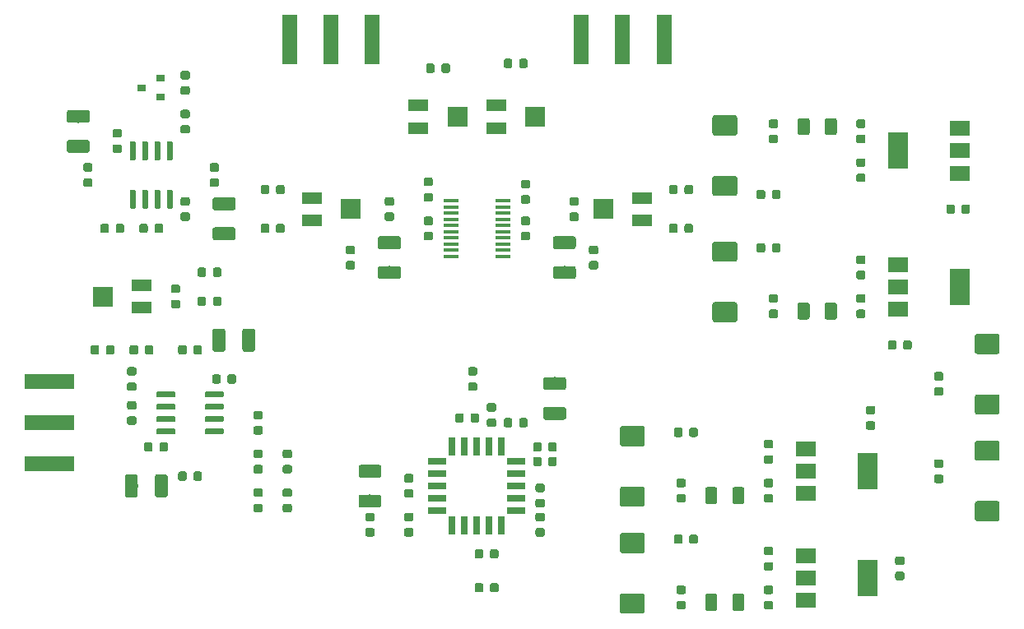
<source format=gtp>
G04 #@! TF.GenerationSoftware,KiCad,Pcbnew,(5.1.2)-1*
G04 #@! TF.CreationDate,2019-05-31T11:35:42+02:00*
G04 #@! TF.ProjectId,phasefreq,70686173-6566-4726-9571-2e6b69636164,rev?*
G04 #@! TF.SameCoordinates,Original*
G04 #@! TF.FileFunction,Paste,Top*
G04 #@! TF.FilePolarity,Positive*
%FSLAX46Y46*%
G04 Gerber Fmt 4.6, Leading zero omitted, Abs format (unit mm)*
G04 Created by KiCad (PCBNEW (5.1.2)-1) date 2019-05-31 11:35:42*
%MOMM*%
%LPD*%
G04 APERTURE LIST*
%ADD10R,1.600000X0.410000*%
%ADD11C,0.100000*%
%ADD12C,0.875000*%
%ADD13R,2.000000X1.500000*%
%ADD14R,2.000000X3.800000*%
%ADD15R,1.925000X0.700000*%
%ADD16R,0.700000X1.925000*%
%ADD17R,0.900000X0.800000*%
%ADD18C,2.075000*%
%ADD19C,1.325000*%
%ADD20C,1.250000*%
%ADD21R,1.500000X5.080000*%
%ADD22R,5.080000X1.500000*%
%ADD23R,2.000000X1.300000*%
%ADD24R,2.000000X2.000000*%
%ADD25C,0.600000*%
G04 APERTURE END LIST*
D10*
X180345700Y-94077500D03*
X180345700Y-94712500D03*
X185654300Y-94077500D03*
X185654300Y-94712500D03*
X180345700Y-95982500D03*
X180345700Y-95347500D03*
X185654300Y-95347500D03*
X185654300Y-95982500D03*
X185654300Y-97887500D03*
X185654300Y-97252500D03*
X185654300Y-96617500D03*
X185654300Y-93442500D03*
X185654300Y-92807500D03*
X185654300Y-92172500D03*
X180345700Y-92172500D03*
X180345700Y-92807500D03*
X180345700Y-93442500D03*
X180345700Y-96617500D03*
X180345700Y-97252500D03*
X180345700Y-97887500D03*
D11*
G36*
X178277691Y-89776053D02*
G01*
X178298926Y-89779203D01*
X178319750Y-89784419D01*
X178339962Y-89791651D01*
X178359368Y-89800830D01*
X178377781Y-89811866D01*
X178395024Y-89824654D01*
X178410930Y-89839070D01*
X178425346Y-89854976D01*
X178438134Y-89872219D01*
X178449170Y-89890632D01*
X178458349Y-89910038D01*
X178465581Y-89930250D01*
X178470797Y-89951074D01*
X178473947Y-89972309D01*
X178475000Y-89993750D01*
X178475000Y-90431250D01*
X178473947Y-90452691D01*
X178470797Y-90473926D01*
X178465581Y-90494750D01*
X178458349Y-90514962D01*
X178449170Y-90534368D01*
X178438134Y-90552781D01*
X178425346Y-90570024D01*
X178410930Y-90585930D01*
X178395024Y-90600346D01*
X178377781Y-90613134D01*
X178359368Y-90624170D01*
X178339962Y-90633349D01*
X178319750Y-90640581D01*
X178298926Y-90645797D01*
X178277691Y-90648947D01*
X178256250Y-90650000D01*
X177743750Y-90650000D01*
X177722309Y-90648947D01*
X177701074Y-90645797D01*
X177680250Y-90640581D01*
X177660038Y-90633349D01*
X177640632Y-90624170D01*
X177622219Y-90613134D01*
X177604976Y-90600346D01*
X177589070Y-90585930D01*
X177574654Y-90570024D01*
X177561866Y-90552781D01*
X177550830Y-90534368D01*
X177541651Y-90514962D01*
X177534419Y-90494750D01*
X177529203Y-90473926D01*
X177526053Y-90452691D01*
X177525000Y-90431250D01*
X177525000Y-89993750D01*
X177526053Y-89972309D01*
X177529203Y-89951074D01*
X177534419Y-89930250D01*
X177541651Y-89910038D01*
X177550830Y-89890632D01*
X177561866Y-89872219D01*
X177574654Y-89854976D01*
X177589070Y-89839070D01*
X177604976Y-89824654D01*
X177622219Y-89811866D01*
X177640632Y-89800830D01*
X177660038Y-89791651D01*
X177680250Y-89784419D01*
X177701074Y-89779203D01*
X177722309Y-89776053D01*
X177743750Y-89775000D01*
X178256250Y-89775000D01*
X178277691Y-89776053D01*
X178277691Y-89776053D01*
G37*
D12*
X178000000Y-90212500D03*
D11*
G36*
X178277691Y-91351053D02*
G01*
X178298926Y-91354203D01*
X178319750Y-91359419D01*
X178339962Y-91366651D01*
X178359368Y-91375830D01*
X178377781Y-91386866D01*
X178395024Y-91399654D01*
X178410930Y-91414070D01*
X178425346Y-91429976D01*
X178438134Y-91447219D01*
X178449170Y-91465632D01*
X178458349Y-91485038D01*
X178465581Y-91505250D01*
X178470797Y-91526074D01*
X178473947Y-91547309D01*
X178475000Y-91568750D01*
X178475000Y-92006250D01*
X178473947Y-92027691D01*
X178470797Y-92048926D01*
X178465581Y-92069750D01*
X178458349Y-92089962D01*
X178449170Y-92109368D01*
X178438134Y-92127781D01*
X178425346Y-92145024D01*
X178410930Y-92160930D01*
X178395024Y-92175346D01*
X178377781Y-92188134D01*
X178359368Y-92199170D01*
X178339962Y-92208349D01*
X178319750Y-92215581D01*
X178298926Y-92220797D01*
X178277691Y-92223947D01*
X178256250Y-92225000D01*
X177743750Y-92225000D01*
X177722309Y-92223947D01*
X177701074Y-92220797D01*
X177680250Y-92215581D01*
X177660038Y-92208349D01*
X177640632Y-92199170D01*
X177622219Y-92188134D01*
X177604976Y-92175346D01*
X177589070Y-92160930D01*
X177574654Y-92145024D01*
X177561866Y-92127781D01*
X177550830Y-92109368D01*
X177541651Y-92089962D01*
X177534419Y-92069750D01*
X177529203Y-92048926D01*
X177526053Y-92027691D01*
X177525000Y-92006250D01*
X177525000Y-91568750D01*
X177526053Y-91547309D01*
X177529203Y-91526074D01*
X177534419Y-91505250D01*
X177541651Y-91485038D01*
X177550830Y-91465632D01*
X177561866Y-91447219D01*
X177574654Y-91429976D01*
X177589070Y-91414070D01*
X177604976Y-91399654D01*
X177622219Y-91386866D01*
X177640632Y-91375830D01*
X177660038Y-91366651D01*
X177680250Y-91359419D01*
X177701074Y-91354203D01*
X177722309Y-91351053D01*
X177743750Y-91350000D01*
X178256250Y-91350000D01*
X178277691Y-91351053D01*
X178277691Y-91351053D01*
G37*
D12*
X178000000Y-91787500D03*
D11*
G36*
X163777691Y-119351053D02*
G01*
X163798926Y-119354203D01*
X163819750Y-119359419D01*
X163839962Y-119366651D01*
X163859368Y-119375830D01*
X163877781Y-119386866D01*
X163895024Y-119399654D01*
X163910930Y-119414070D01*
X163925346Y-119429976D01*
X163938134Y-119447219D01*
X163949170Y-119465632D01*
X163958349Y-119485038D01*
X163965581Y-119505250D01*
X163970797Y-119526074D01*
X163973947Y-119547309D01*
X163975000Y-119568750D01*
X163975000Y-120006250D01*
X163973947Y-120027691D01*
X163970797Y-120048926D01*
X163965581Y-120069750D01*
X163958349Y-120089962D01*
X163949170Y-120109368D01*
X163938134Y-120127781D01*
X163925346Y-120145024D01*
X163910930Y-120160930D01*
X163895024Y-120175346D01*
X163877781Y-120188134D01*
X163859368Y-120199170D01*
X163839962Y-120208349D01*
X163819750Y-120215581D01*
X163798926Y-120220797D01*
X163777691Y-120223947D01*
X163756250Y-120225000D01*
X163243750Y-120225000D01*
X163222309Y-120223947D01*
X163201074Y-120220797D01*
X163180250Y-120215581D01*
X163160038Y-120208349D01*
X163140632Y-120199170D01*
X163122219Y-120188134D01*
X163104976Y-120175346D01*
X163089070Y-120160930D01*
X163074654Y-120145024D01*
X163061866Y-120127781D01*
X163050830Y-120109368D01*
X163041651Y-120089962D01*
X163034419Y-120069750D01*
X163029203Y-120048926D01*
X163026053Y-120027691D01*
X163025000Y-120006250D01*
X163025000Y-119568750D01*
X163026053Y-119547309D01*
X163029203Y-119526074D01*
X163034419Y-119505250D01*
X163041651Y-119485038D01*
X163050830Y-119465632D01*
X163061866Y-119447219D01*
X163074654Y-119429976D01*
X163089070Y-119414070D01*
X163104976Y-119399654D01*
X163122219Y-119386866D01*
X163140632Y-119375830D01*
X163160038Y-119366651D01*
X163180250Y-119359419D01*
X163201074Y-119354203D01*
X163222309Y-119351053D01*
X163243750Y-119350000D01*
X163756250Y-119350000D01*
X163777691Y-119351053D01*
X163777691Y-119351053D01*
G37*
D12*
X163500000Y-119787500D03*
D11*
G36*
X163777691Y-117776053D02*
G01*
X163798926Y-117779203D01*
X163819750Y-117784419D01*
X163839962Y-117791651D01*
X163859368Y-117800830D01*
X163877781Y-117811866D01*
X163895024Y-117824654D01*
X163910930Y-117839070D01*
X163925346Y-117854976D01*
X163938134Y-117872219D01*
X163949170Y-117890632D01*
X163958349Y-117910038D01*
X163965581Y-117930250D01*
X163970797Y-117951074D01*
X163973947Y-117972309D01*
X163975000Y-117993750D01*
X163975000Y-118431250D01*
X163973947Y-118452691D01*
X163970797Y-118473926D01*
X163965581Y-118494750D01*
X163958349Y-118514962D01*
X163949170Y-118534368D01*
X163938134Y-118552781D01*
X163925346Y-118570024D01*
X163910930Y-118585930D01*
X163895024Y-118600346D01*
X163877781Y-118613134D01*
X163859368Y-118624170D01*
X163839962Y-118633349D01*
X163819750Y-118640581D01*
X163798926Y-118645797D01*
X163777691Y-118648947D01*
X163756250Y-118650000D01*
X163243750Y-118650000D01*
X163222309Y-118648947D01*
X163201074Y-118645797D01*
X163180250Y-118640581D01*
X163160038Y-118633349D01*
X163140632Y-118624170D01*
X163122219Y-118613134D01*
X163104976Y-118600346D01*
X163089070Y-118585930D01*
X163074654Y-118570024D01*
X163061866Y-118552781D01*
X163050830Y-118534368D01*
X163041651Y-118514962D01*
X163034419Y-118494750D01*
X163029203Y-118473926D01*
X163026053Y-118452691D01*
X163025000Y-118431250D01*
X163025000Y-117993750D01*
X163026053Y-117972309D01*
X163029203Y-117951074D01*
X163034419Y-117930250D01*
X163041651Y-117910038D01*
X163050830Y-117890632D01*
X163061866Y-117872219D01*
X163074654Y-117854976D01*
X163089070Y-117839070D01*
X163104976Y-117824654D01*
X163122219Y-117811866D01*
X163140632Y-117800830D01*
X163160038Y-117791651D01*
X163180250Y-117784419D01*
X163201074Y-117779203D01*
X163222309Y-117776053D01*
X163243750Y-117775000D01*
X163756250Y-117775000D01*
X163777691Y-117776053D01*
X163777691Y-117776053D01*
G37*
D12*
X163500000Y-118212500D03*
D13*
X216850000Y-128700000D03*
X216850000Y-133300000D03*
X216850000Y-131000000D03*
D14*
X223150000Y-131000000D03*
X223150000Y-120000000D03*
D13*
X216850000Y-120000000D03*
X216850000Y-122300000D03*
X216850000Y-117700000D03*
D14*
X232650000Y-101000000D03*
D13*
X226350000Y-101000000D03*
X226350000Y-103300000D03*
X226350000Y-98700000D03*
D15*
X187052500Y-121500000D03*
X187052500Y-120230000D03*
X187052500Y-118960000D03*
X187052500Y-122770000D03*
X187052500Y-124040000D03*
D16*
X185540000Y-117447500D03*
X184270000Y-117447500D03*
X183000000Y-117447500D03*
X181730000Y-117447500D03*
X180460000Y-117447500D03*
D15*
X178947500Y-118960000D03*
X178947500Y-120230000D03*
X178947500Y-121500000D03*
X178947500Y-122770000D03*
X178947500Y-124040000D03*
D16*
X180460000Y-125552500D03*
X181730000Y-125552500D03*
X183000000Y-125552500D03*
X184270000Y-125552500D03*
X185540000Y-125552500D03*
D17*
X150500000Y-81450000D03*
X150500000Y-79550000D03*
X148500000Y-80500000D03*
D11*
G36*
X236549504Y-116851204D02*
G01*
X236573773Y-116854804D01*
X236597571Y-116860765D01*
X236620671Y-116869030D01*
X236642849Y-116879520D01*
X236663893Y-116892133D01*
X236683598Y-116906747D01*
X236701777Y-116923223D01*
X236718253Y-116941402D01*
X236732867Y-116961107D01*
X236745480Y-116982151D01*
X236755970Y-117004329D01*
X236764235Y-117027429D01*
X236770196Y-117051227D01*
X236773796Y-117075496D01*
X236775000Y-117100000D01*
X236775000Y-118675000D01*
X236773796Y-118699504D01*
X236770196Y-118723773D01*
X236764235Y-118747571D01*
X236755970Y-118770671D01*
X236745480Y-118792849D01*
X236732867Y-118813893D01*
X236718253Y-118833598D01*
X236701777Y-118851777D01*
X236683598Y-118868253D01*
X236663893Y-118882867D01*
X236642849Y-118895480D01*
X236620671Y-118905970D01*
X236597571Y-118914235D01*
X236573773Y-118920196D01*
X236549504Y-118923796D01*
X236525000Y-118925000D01*
X234475000Y-118925000D01*
X234450496Y-118923796D01*
X234426227Y-118920196D01*
X234402429Y-118914235D01*
X234379329Y-118905970D01*
X234357151Y-118895480D01*
X234336107Y-118882867D01*
X234316402Y-118868253D01*
X234298223Y-118851777D01*
X234281747Y-118833598D01*
X234267133Y-118813893D01*
X234254520Y-118792849D01*
X234244030Y-118770671D01*
X234235765Y-118747571D01*
X234229804Y-118723773D01*
X234226204Y-118699504D01*
X234225000Y-118675000D01*
X234225000Y-117100000D01*
X234226204Y-117075496D01*
X234229804Y-117051227D01*
X234235765Y-117027429D01*
X234244030Y-117004329D01*
X234254520Y-116982151D01*
X234267133Y-116961107D01*
X234281747Y-116941402D01*
X234298223Y-116923223D01*
X234316402Y-116906747D01*
X234336107Y-116892133D01*
X234357151Y-116879520D01*
X234379329Y-116869030D01*
X234402429Y-116860765D01*
X234426227Y-116854804D01*
X234450496Y-116851204D01*
X234475000Y-116850000D01*
X236525000Y-116850000D01*
X236549504Y-116851204D01*
X236549504Y-116851204D01*
G37*
D18*
X235500000Y-117887500D03*
D11*
G36*
X236549504Y-123076204D02*
G01*
X236573773Y-123079804D01*
X236597571Y-123085765D01*
X236620671Y-123094030D01*
X236642849Y-123104520D01*
X236663893Y-123117133D01*
X236683598Y-123131747D01*
X236701777Y-123148223D01*
X236718253Y-123166402D01*
X236732867Y-123186107D01*
X236745480Y-123207151D01*
X236755970Y-123229329D01*
X236764235Y-123252429D01*
X236770196Y-123276227D01*
X236773796Y-123300496D01*
X236775000Y-123325000D01*
X236775000Y-124900000D01*
X236773796Y-124924504D01*
X236770196Y-124948773D01*
X236764235Y-124972571D01*
X236755970Y-124995671D01*
X236745480Y-125017849D01*
X236732867Y-125038893D01*
X236718253Y-125058598D01*
X236701777Y-125076777D01*
X236683598Y-125093253D01*
X236663893Y-125107867D01*
X236642849Y-125120480D01*
X236620671Y-125130970D01*
X236597571Y-125139235D01*
X236573773Y-125145196D01*
X236549504Y-125148796D01*
X236525000Y-125150000D01*
X234475000Y-125150000D01*
X234450496Y-125148796D01*
X234426227Y-125145196D01*
X234402429Y-125139235D01*
X234379329Y-125130970D01*
X234357151Y-125120480D01*
X234336107Y-125107867D01*
X234316402Y-125093253D01*
X234298223Y-125076777D01*
X234281747Y-125058598D01*
X234267133Y-125038893D01*
X234254520Y-125017849D01*
X234244030Y-124995671D01*
X234235765Y-124972571D01*
X234229804Y-124948773D01*
X234226204Y-124924504D01*
X234225000Y-124900000D01*
X234225000Y-123325000D01*
X234226204Y-123300496D01*
X234229804Y-123276227D01*
X234235765Y-123252429D01*
X234244030Y-123229329D01*
X234254520Y-123207151D01*
X234267133Y-123186107D01*
X234281747Y-123166402D01*
X234298223Y-123148223D01*
X234316402Y-123131747D01*
X234336107Y-123117133D01*
X234357151Y-123104520D01*
X234379329Y-123094030D01*
X234402429Y-123085765D01*
X234426227Y-123079804D01*
X234450496Y-123076204D01*
X234475000Y-123075000D01*
X236525000Y-123075000D01*
X236549504Y-123076204D01*
X236549504Y-123076204D01*
G37*
D18*
X235500000Y-124112500D03*
D11*
G36*
X230777691Y-120351053D02*
G01*
X230798926Y-120354203D01*
X230819750Y-120359419D01*
X230839962Y-120366651D01*
X230859368Y-120375830D01*
X230877781Y-120386866D01*
X230895024Y-120399654D01*
X230910930Y-120414070D01*
X230925346Y-120429976D01*
X230938134Y-120447219D01*
X230949170Y-120465632D01*
X230958349Y-120485038D01*
X230965581Y-120505250D01*
X230970797Y-120526074D01*
X230973947Y-120547309D01*
X230975000Y-120568750D01*
X230975000Y-121006250D01*
X230973947Y-121027691D01*
X230970797Y-121048926D01*
X230965581Y-121069750D01*
X230958349Y-121089962D01*
X230949170Y-121109368D01*
X230938134Y-121127781D01*
X230925346Y-121145024D01*
X230910930Y-121160930D01*
X230895024Y-121175346D01*
X230877781Y-121188134D01*
X230859368Y-121199170D01*
X230839962Y-121208349D01*
X230819750Y-121215581D01*
X230798926Y-121220797D01*
X230777691Y-121223947D01*
X230756250Y-121225000D01*
X230243750Y-121225000D01*
X230222309Y-121223947D01*
X230201074Y-121220797D01*
X230180250Y-121215581D01*
X230160038Y-121208349D01*
X230140632Y-121199170D01*
X230122219Y-121188134D01*
X230104976Y-121175346D01*
X230089070Y-121160930D01*
X230074654Y-121145024D01*
X230061866Y-121127781D01*
X230050830Y-121109368D01*
X230041651Y-121089962D01*
X230034419Y-121069750D01*
X230029203Y-121048926D01*
X230026053Y-121027691D01*
X230025000Y-121006250D01*
X230025000Y-120568750D01*
X230026053Y-120547309D01*
X230029203Y-120526074D01*
X230034419Y-120505250D01*
X230041651Y-120485038D01*
X230050830Y-120465632D01*
X230061866Y-120447219D01*
X230074654Y-120429976D01*
X230089070Y-120414070D01*
X230104976Y-120399654D01*
X230122219Y-120386866D01*
X230140632Y-120375830D01*
X230160038Y-120366651D01*
X230180250Y-120359419D01*
X230201074Y-120354203D01*
X230222309Y-120351053D01*
X230243750Y-120350000D01*
X230756250Y-120350000D01*
X230777691Y-120351053D01*
X230777691Y-120351053D01*
G37*
D12*
X230500000Y-120787500D03*
D11*
G36*
X230777691Y-118776053D02*
G01*
X230798926Y-118779203D01*
X230819750Y-118784419D01*
X230839962Y-118791651D01*
X230859368Y-118800830D01*
X230877781Y-118811866D01*
X230895024Y-118824654D01*
X230910930Y-118839070D01*
X230925346Y-118854976D01*
X230938134Y-118872219D01*
X230949170Y-118890632D01*
X230958349Y-118910038D01*
X230965581Y-118930250D01*
X230970797Y-118951074D01*
X230973947Y-118972309D01*
X230975000Y-118993750D01*
X230975000Y-119431250D01*
X230973947Y-119452691D01*
X230970797Y-119473926D01*
X230965581Y-119494750D01*
X230958349Y-119514962D01*
X230949170Y-119534368D01*
X230938134Y-119552781D01*
X230925346Y-119570024D01*
X230910930Y-119585930D01*
X230895024Y-119600346D01*
X230877781Y-119613134D01*
X230859368Y-119624170D01*
X230839962Y-119633349D01*
X230819750Y-119640581D01*
X230798926Y-119645797D01*
X230777691Y-119648947D01*
X230756250Y-119650000D01*
X230243750Y-119650000D01*
X230222309Y-119648947D01*
X230201074Y-119645797D01*
X230180250Y-119640581D01*
X230160038Y-119633349D01*
X230140632Y-119624170D01*
X230122219Y-119613134D01*
X230104976Y-119600346D01*
X230089070Y-119585930D01*
X230074654Y-119570024D01*
X230061866Y-119552781D01*
X230050830Y-119534368D01*
X230041651Y-119514962D01*
X230034419Y-119494750D01*
X230029203Y-119473926D01*
X230026053Y-119452691D01*
X230025000Y-119431250D01*
X230025000Y-118993750D01*
X230026053Y-118972309D01*
X230029203Y-118951074D01*
X230034419Y-118930250D01*
X230041651Y-118910038D01*
X230050830Y-118890632D01*
X230061866Y-118872219D01*
X230074654Y-118854976D01*
X230089070Y-118839070D01*
X230104976Y-118824654D01*
X230122219Y-118811866D01*
X230140632Y-118800830D01*
X230160038Y-118791651D01*
X230180250Y-118784419D01*
X230201074Y-118779203D01*
X230222309Y-118776053D01*
X230243750Y-118775000D01*
X230756250Y-118775000D01*
X230777691Y-118776053D01*
X230777691Y-118776053D01*
G37*
D12*
X230500000Y-119212500D03*
D11*
G36*
X236549504Y-112076204D02*
G01*
X236573773Y-112079804D01*
X236597571Y-112085765D01*
X236620671Y-112094030D01*
X236642849Y-112104520D01*
X236663893Y-112117133D01*
X236683598Y-112131747D01*
X236701777Y-112148223D01*
X236718253Y-112166402D01*
X236732867Y-112186107D01*
X236745480Y-112207151D01*
X236755970Y-112229329D01*
X236764235Y-112252429D01*
X236770196Y-112276227D01*
X236773796Y-112300496D01*
X236775000Y-112325000D01*
X236775000Y-113900000D01*
X236773796Y-113924504D01*
X236770196Y-113948773D01*
X236764235Y-113972571D01*
X236755970Y-113995671D01*
X236745480Y-114017849D01*
X236732867Y-114038893D01*
X236718253Y-114058598D01*
X236701777Y-114076777D01*
X236683598Y-114093253D01*
X236663893Y-114107867D01*
X236642849Y-114120480D01*
X236620671Y-114130970D01*
X236597571Y-114139235D01*
X236573773Y-114145196D01*
X236549504Y-114148796D01*
X236525000Y-114150000D01*
X234475000Y-114150000D01*
X234450496Y-114148796D01*
X234426227Y-114145196D01*
X234402429Y-114139235D01*
X234379329Y-114130970D01*
X234357151Y-114120480D01*
X234336107Y-114107867D01*
X234316402Y-114093253D01*
X234298223Y-114076777D01*
X234281747Y-114058598D01*
X234267133Y-114038893D01*
X234254520Y-114017849D01*
X234244030Y-113995671D01*
X234235765Y-113972571D01*
X234229804Y-113948773D01*
X234226204Y-113924504D01*
X234225000Y-113900000D01*
X234225000Y-112325000D01*
X234226204Y-112300496D01*
X234229804Y-112276227D01*
X234235765Y-112252429D01*
X234244030Y-112229329D01*
X234254520Y-112207151D01*
X234267133Y-112186107D01*
X234281747Y-112166402D01*
X234298223Y-112148223D01*
X234316402Y-112131747D01*
X234336107Y-112117133D01*
X234357151Y-112104520D01*
X234379329Y-112094030D01*
X234402429Y-112085765D01*
X234426227Y-112079804D01*
X234450496Y-112076204D01*
X234475000Y-112075000D01*
X236525000Y-112075000D01*
X236549504Y-112076204D01*
X236549504Y-112076204D01*
G37*
D18*
X235500000Y-113112500D03*
D11*
G36*
X236549504Y-105851204D02*
G01*
X236573773Y-105854804D01*
X236597571Y-105860765D01*
X236620671Y-105869030D01*
X236642849Y-105879520D01*
X236663893Y-105892133D01*
X236683598Y-105906747D01*
X236701777Y-105923223D01*
X236718253Y-105941402D01*
X236732867Y-105961107D01*
X236745480Y-105982151D01*
X236755970Y-106004329D01*
X236764235Y-106027429D01*
X236770196Y-106051227D01*
X236773796Y-106075496D01*
X236775000Y-106100000D01*
X236775000Y-107675000D01*
X236773796Y-107699504D01*
X236770196Y-107723773D01*
X236764235Y-107747571D01*
X236755970Y-107770671D01*
X236745480Y-107792849D01*
X236732867Y-107813893D01*
X236718253Y-107833598D01*
X236701777Y-107851777D01*
X236683598Y-107868253D01*
X236663893Y-107882867D01*
X236642849Y-107895480D01*
X236620671Y-107905970D01*
X236597571Y-107914235D01*
X236573773Y-107920196D01*
X236549504Y-107923796D01*
X236525000Y-107925000D01*
X234475000Y-107925000D01*
X234450496Y-107923796D01*
X234426227Y-107920196D01*
X234402429Y-107914235D01*
X234379329Y-107905970D01*
X234357151Y-107895480D01*
X234336107Y-107882867D01*
X234316402Y-107868253D01*
X234298223Y-107851777D01*
X234281747Y-107833598D01*
X234267133Y-107813893D01*
X234254520Y-107792849D01*
X234244030Y-107770671D01*
X234235765Y-107747571D01*
X234229804Y-107723773D01*
X234226204Y-107699504D01*
X234225000Y-107675000D01*
X234225000Y-106100000D01*
X234226204Y-106075496D01*
X234229804Y-106051227D01*
X234235765Y-106027429D01*
X234244030Y-106004329D01*
X234254520Y-105982151D01*
X234267133Y-105961107D01*
X234281747Y-105941402D01*
X234298223Y-105923223D01*
X234316402Y-105906747D01*
X234336107Y-105892133D01*
X234357151Y-105879520D01*
X234379329Y-105869030D01*
X234402429Y-105860765D01*
X234426227Y-105854804D01*
X234450496Y-105851204D01*
X234475000Y-105850000D01*
X236525000Y-105850000D01*
X236549504Y-105851204D01*
X236549504Y-105851204D01*
G37*
D18*
X235500000Y-106887500D03*
D11*
G36*
X230777691Y-109776053D02*
G01*
X230798926Y-109779203D01*
X230819750Y-109784419D01*
X230839962Y-109791651D01*
X230859368Y-109800830D01*
X230877781Y-109811866D01*
X230895024Y-109824654D01*
X230910930Y-109839070D01*
X230925346Y-109854976D01*
X230938134Y-109872219D01*
X230949170Y-109890632D01*
X230958349Y-109910038D01*
X230965581Y-109930250D01*
X230970797Y-109951074D01*
X230973947Y-109972309D01*
X230975000Y-109993750D01*
X230975000Y-110431250D01*
X230973947Y-110452691D01*
X230970797Y-110473926D01*
X230965581Y-110494750D01*
X230958349Y-110514962D01*
X230949170Y-110534368D01*
X230938134Y-110552781D01*
X230925346Y-110570024D01*
X230910930Y-110585930D01*
X230895024Y-110600346D01*
X230877781Y-110613134D01*
X230859368Y-110624170D01*
X230839962Y-110633349D01*
X230819750Y-110640581D01*
X230798926Y-110645797D01*
X230777691Y-110648947D01*
X230756250Y-110650000D01*
X230243750Y-110650000D01*
X230222309Y-110648947D01*
X230201074Y-110645797D01*
X230180250Y-110640581D01*
X230160038Y-110633349D01*
X230140632Y-110624170D01*
X230122219Y-110613134D01*
X230104976Y-110600346D01*
X230089070Y-110585930D01*
X230074654Y-110570024D01*
X230061866Y-110552781D01*
X230050830Y-110534368D01*
X230041651Y-110514962D01*
X230034419Y-110494750D01*
X230029203Y-110473926D01*
X230026053Y-110452691D01*
X230025000Y-110431250D01*
X230025000Y-109993750D01*
X230026053Y-109972309D01*
X230029203Y-109951074D01*
X230034419Y-109930250D01*
X230041651Y-109910038D01*
X230050830Y-109890632D01*
X230061866Y-109872219D01*
X230074654Y-109854976D01*
X230089070Y-109839070D01*
X230104976Y-109824654D01*
X230122219Y-109811866D01*
X230140632Y-109800830D01*
X230160038Y-109791651D01*
X230180250Y-109784419D01*
X230201074Y-109779203D01*
X230222309Y-109776053D01*
X230243750Y-109775000D01*
X230756250Y-109775000D01*
X230777691Y-109776053D01*
X230777691Y-109776053D01*
G37*
D12*
X230500000Y-110212500D03*
D11*
G36*
X230777691Y-111351053D02*
G01*
X230798926Y-111354203D01*
X230819750Y-111359419D01*
X230839962Y-111366651D01*
X230859368Y-111375830D01*
X230877781Y-111386866D01*
X230895024Y-111399654D01*
X230910930Y-111414070D01*
X230925346Y-111429976D01*
X230938134Y-111447219D01*
X230949170Y-111465632D01*
X230958349Y-111485038D01*
X230965581Y-111505250D01*
X230970797Y-111526074D01*
X230973947Y-111547309D01*
X230975000Y-111568750D01*
X230975000Y-112006250D01*
X230973947Y-112027691D01*
X230970797Y-112048926D01*
X230965581Y-112069750D01*
X230958349Y-112089962D01*
X230949170Y-112109368D01*
X230938134Y-112127781D01*
X230925346Y-112145024D01*
X230910930Y-112160930D01*
X230895024Y-112175346D01*
X230877781Y-112188134D01*
X230859368Y-112199170D01*
X230839962Y-112208349D01*
X230819750Y-112215581D01*
X230798926Y-112220797D01*
X230777691Y-112223947D01*
X230756250Y-112225000D01*
X230243750Y-112225000D01*
X230222309Y-112223947D01*
X230201074Y-112220797D01*
X230180250Y-112215581D01*
X230160038Y-112208349D01*
X230140632Y-112199170D01*
X230122219Y-112188134D01*
X230104976Y-112175346D01*
X230089070Y-112160930D01*
X230074654Y-112145024D01*
X230061866Y-112127781D01*
X230050830Y-112109368D01*
X230041651Y-112089962D01*
X230034419Y-112069750D01*
X230029203Y-112048926D01*
X230026053Y-112027691D01*
X230025000Y-112006250D01*
X230025000Y-111568750D01*
X230026053Y-111547309D01*
X230029203Y-111526074D01*
X230034419Y-111505250D01*
X230041651Y-111485038D01*
X230050830Y-111465632D01*
X230061866Y-111447219D01*
X230074654Y-111429976D01*
X230089070Y-111414070D01*
X230104976Y-111399654D01*
X230122219Y-111386866D01*
X230140632Y-111375830D01*
X230160038Y-111366651D01*
X230180250Y-111359419D01*
X230201074Y-111354203D01*
X230222309Y-111351053D01*
X230243750Y-111350000D01*
X230756250Y-111350000D01*
X230777691Y-111351053D01*
X230777691Y-111351053D01*
G37*
D12*
X230500000Y-111787500D03*
D11*
G36*
X226777691Y-128776053D02*
G01*
X226798926Y-128779203D01*
X226819750Y-128784419D01*
X226839962Y-128791651D01*
X226859368Y-128800830D01*
X226877781Y-128811866D01*
X226895024Y-128824654D01*
X226910930Y-128839070D01*
X226925346Y-128854976D01*
X226938134Y-128872219D01*
X226949170Y-128890632D01*
X226958349Y-128910038D01*
X226965581Y-128930250D01*
X226970797Y-128951074D01*
X226973947Y-128972309D01*
X226975000Y-128993750D01*
X226975000Y-129431250D01*
X226973947Y-129452691D01*
X226970797Y-129473926D01*
X226965581Y-129494750D01*
X226958349Y-129514962D01*
X226949170Y-129534368D01*
X226938134Y-129552781D01*
X226925346Y-129570024D01*
X226910930Y-129585930D01*
X226895024Y-129600346D01*
X226877781Y-129613134D01*
X226859368Y-129624170D01*
X226839962Y-129633349D01*
X226819750Y-129640581D01*
X226798926Y-129645797D01*
X226777691Y-129648947D01*
X226756250Y-129650000D01*
X226243750Y-129650000D01*
X226222309Y-129648947D01*
X226201074Y-129645797D01*
X226180250Y-129640581D01*
X226160038Y-129633349D01*
X226140632Y-129624170D01*
X226122219Y-129613134D01*
X226104976Y-129600346D01*
X226089070Y-129585930D01*
X226074654Y-129570024D01*
X226061866Y-129552781D01*
X226050830Y-129534368D01*
X226041651Y-129514962D01*
X226034419Y-129494750D01*
X226029203Y-129473926D01*
X226026053Y-129452691D01*
X226025000Y-129431250D01*
X226025000Y-128993750D01*
X226026053Y-128972309D01*
X226029203Y-128951074D01*
X226034419Y-128930250D01*
X226041651Y-128910038D01*
X226050830Y-128890632D01*
X226061866Y-128872219D01*
X226074654Y-128854976D01*
X226089070Y-128839070D01*
X226104976Y-128824654D01*
X226122219Y-128811866D01*
X226140632Y-128800830D01*
X226160038Y-128791651D01*
X226180250Y-128784419D01*
X226201074Y-128779203D01*
X226222309Y-128776053D01*
X226243750Y-128775000D01*
X226756250Y-128775000D01*
X226777691Y-128776053D01*
X226777691Y-128776053D01*
G37*
D12*
X226500000Y-129212500D03*
D11*
G36*
X226777691Y-130351053D02*
G01*
X226798926Y-130354203D01*
X226819750Y-130359419D01*
X226839962Y-130366651D01*
X226859368Y-130375830D01*
X226877781Y-130386866D01*
X226895024Y-130399654D01*
X226910930Y-130414070D01*
X226925346Y-130429976D01*
X226938134Y-130447219D01*
X226949170Y-130465632D01*
X226958349Y-130485038D01*
X226965581Y-130505250D01*
X226970797Y-130526074D01*
X226973947Y-130547309D01*
X226975000Y-130568750D01*
X226975000Y-131006250D01*
X226973947Y-131027691D01*
X226970797Y-131048926D01*
X226965581Y-131069750D01*
X226958349Y-131089962D01*
X226949170Y-131109368D01*
X226938134Y-131127781D01*
X226925346Y-131145024D01*
X226910930Y-131160930D01*
X226895024Y-131175346D01*
X226877781Y-131188134D01*
X226859368Y-131199170D01*
X226839962Y-131208349D01*
X226819750Y-131215581D01*
X226798926Y-131220797D01*
X226777691Y-131223947D01*
X226756250Y-131225000D01*
X226243750Y-131225000D01*
X226222309Y-131223947D01*
X226201074Y-131220797D01*
X226180250Y-131215581D01*
X226160038Y-131208349D01*
X226140632Y-131199170D01*
X226122219Y-131188134D01*
X226104976Y-131175346D01*
X226089070Y-131160930D01*
X226074654Y-131145024D01*
X226061866Y-131127781D01*
X226050830Y-131109368D01*
X226041651Y-131089962D01*
X226034419Y-131069750D01*
X226029203Y-131048926D01*
X226026053Y-131027691D01*
X226025000Y-131006250D01*
X226025000Y-130568750D01*
X226026053Y-130547309D01*
X226029203Y-130526074D01*
X226034419Y-130505250D01*
X226041651Y-130485038D01*
X226050830Y-130465632D01*
X226061866Y-130447219D01*
X226074654Y-130429976D01*
X226089070Y-130414070D01*
X226104976Y-130399654D01*
X226122219Y-130386866D01*
X226140632Y-130375830D01*
X226160038Y-130366651D01*
X226180250Y-130359419D01*
X226201074Y-130354203D01*
X226222309Y-130351053D01*
X226243750Y-130350000D01*
X226756250Y-130350000D01*
X226777691Y-130351053D01*
X226777691Y-130351053D01*
G37*
D12*
X226500000Y-130787500D03*
D11*
G36*
X223777691Y-114851053D02*
G01*
X223798926Y-114854203D01*
X223819750Y-114859419D01*
X223839962Y-114866651D01*
X223859368Y-114875830D01*
X223877781Y-114886866D01*
X223895024Y-114899654D01*
X223910930Y-114914070D01*
X223925346Y-114929976D01*
X223938134Y-114947219D01*
X223949170Y-114965632D01*
X223958349Y-114985038D01*
X223965581Y-115005250D01*
X223970797Y-115026074D01*
X223973947Y-115047309D01*
X223975000Y-115068750D01*
X223975000Y-115506250D01*
X223973947Y-115527691D01*
X223970797Y-115548926D01*
X223965581Y-115569750D01*
X223958349Y-115589962D01*
X223949170Y-115609368D01*
X223938134Y-115627781D01*
X223925346Y-115645024D01*
X223910930Y-115660930D01*
X223895024Y-115675346D01*
X223877781Y-115688134D01*
X223859368Y-115699170D01*
X223839962Y-115708349D01*
X223819750Y-115715581D01*
X223798926Y-115720797D01*
X223777691Y-115723947D01*
X223756250Y-115725000D01*
X223243750Y-115725000D01*
X223222309Y-115723947D01*
X223201074Y-115720797D01*
X223180250Y-115715581D01*
X223160038Y-115708349D01*
X223140632Y-115699170D01*
X223122219Y-115688134D01*
X223104976Y-115675346D01*
X223089070Y-115660930D01*
X223074654Y-115645024D01*
X223061866Y-115627781D01*
X223050830Y-115609368D01*
X223041651Y-115589962D01*
X223034419Y-115569750D01*
X223029203Y-115548926D01*
X223026053Y-115527691D01*
X223025000Y-115506250D01*
X223025000Y-115068750D01*
X223026053Y-115047309D01*
X223029203Y-115026074D01*
X223034419Y-115005250D01*
X223041651Y-114985038D01*
X223050830Y-114965632D01*
X223061866Y-114947219D01*
X223074654Y-114929976D01*
X223089070Y-114914070D01*
X223104976Y-114899654D01*
X223122219Y-114886866D01*
X223140632Y-114875830D01*
X223160038Y-114866651D01*
X223180250Y-114859419D01*
X223201074Y-114854203D01*
X223222309Y-114851053D01*
X223243750Y-114850000D01*
X223756250Y-114850000D01*
X223777691Y-114851053D01*
X223777691Y-114851053D01*
G37*
D12*
X223500000Y-115287500D03*
D11*
G36*
X223777691Y-113276053D02*
G01*
X223798926Y-113279203D01*
X223819750Y-113284419D01*
X223839962Y-113291651D01*
X223859368Y-113300830D01*
X223877781Y-113311866D01*
X223895024Y-113324654D01*
X223910930Y-113339070D01*
X223925346Y-113354976D01*
X223938134Y-113372219D01*
X223949170Y-113390632D01*
X223958349Y-113410038D01*
X223965581Y-113430250D01*
X223970797Y-113451074D01*
X223973947Y-113472309D01*
X223975000Y-113493750D01*
X223975000Y-113931250D01*
X223973947Y-113952691D01*
X223970797Y-113973926D01*
X223965581Y-113994750D01*
X223958349Y-114014962D01*
X223949170Y-114034368D01*
X223938134Y-114052781D01*
X223925346Y-114070024D01*
X223910930Y-114085930D01*
X223895024Y-114100346D01*
X223877781Y-114113134D01*
X223859368Y-114124170D01*
X223839962Y-114133349D01*
X223819750Y-114140581D01*
X223798926Y-114145797D01*
X223777691Y-114148947D01*
X223756250Y-114150000D01*
X223243750Y-114150000D01*
X223222309Y-114148947D01*
X223201074Y-114145797D01*
X223180250Y-114140581D01*
X223160038Y-114133349D01*
X223140632Y-114124170D01*
X223122219Y-114113134D01*
X223104976Y-114100346D01*
X223089070Y-114085930D01*
X223074654Y-114070024D01*
X223061866Y-114052781D01*
X223050830Y-114034368D01*
X223041651Y-114014962D01*
X223034419Y-113994750D01*
X223029203Y-113973926D01*
X223026053Y-113952691D01*
X223025000Y-113931250D01*
X223025000Y-113493750D01*
X223026053Y-113472309D01*
X223029203Y-113451074D01*
X223034419Y-113430250D01*
X223041651Y-113410038D01*
X223050830Y-113390632D01*
X223061866Y-113372219D01*
X223074654Y-113354976D01*
X223089070Y-113339070D01*
X223104976Y-113324654D01*
X223122219Y-113311866D01*
X223140632Y-113300830D01*
X223160038Y-113291651D01*
X223180250Y-113284419D01*
X223201074Y-113279203D01*
X223222309Y-113276053D01*
X223243750Y-113275000D01*
X223756250Y-113275000D01*
X223777691Y-113276053D01*
X223777691Y-113276053D01*
G37*
D12*
X223500000Y-113712500D03*
D11*
G36*
X233527691Y-92526053D02*
G01*
X233548926Y-92529203D01*
X233569750Y-92534419D01*
X233589962Y-92541651D01*
X233609368Y-92550830D01*
X233627781Y-92561866D01*
X233645024Y-92574654D01*
X233660930Y-92589070D01*
X233675346Y-92604976D01*
X233688134Y-92622219D01*
X233699170Y-92640632D01*
X233708349Y-92660038D01*
X233715581Y-92680250D01*
X233720797Y-92701074D01*
X233723947Y-92722309D01*
X233725000Y-92743750D01*
X233725000Y-93256250D01*
X233723947Y-93277691D01*
X233720797Y-93298926D01*
X233715581Y-93319750D01*
X233708349Y-93339962D01*
X233699170Y-93359368D01*
X233688134Y-93377781D01*
X233675346Y-93395024D01*
X233660930Y-93410930D01*
X233645024Y-93425346D01*
X233627781Y-93438134D01*
X233609368Y-93449170D01*
X233589962Y-93458349D01*
X233569750Y-93465581D01*
X233548926Y-93470797D01*
X233527691Y-93473947D01*
X233506250Y-93475000D01*
X233068750Y-93475000D01*
X233047309Y-93473947D01*
X233026074Y-93470797D01*
X233005250Y-93465581D01*
X232985038Y-93458349D01*
X232965632Y-93449170D01*
X232947219Y-93438134D01*
X232929976Y-93425346D01*
X232914070Y-93410930D01*
X232899654Y-93395024D01*
X232886866Y-93377781D01*
X232875830Y-93359368D01*
X232866651Y-93339962D01*
X232859419Y-93319750D01*
X232854203Y-93298926D01*
X232851053Y-93277691D01*
X232850000Y-93256250D01*
X232850000Y-92743750D01*
X232851053Y-92722309D01*
X232854203Y-92701074D01*
X232859419Y-92680250D01*
X232866651Y-92660038D01*
X232875830Y-92640632D01*
X232886866Y-92622219D01*
X232899654Y-92604976D01*
X232914070Y-92589070D01*
X232929976Y-92574654D01*
X232947219Y-92561866D01*
X232965632Y-92550830D01*
X232985038Y-92541651D01*
X233005250Y-92534419D01*
X233026074Y-92529203D01*
X233047309Y-92526053D01*
X233068750Y-92525000D01*
X233506250Y-92525000D01*
X233527691Y-92526053D01*
X233527691Y-92526053D01*
G37*
D12*
X233287500Y-93000000D03*
D11*
G36*
X231952691Y-92526053D02*
G01*
X231973926Y-92529203D01*
X231994750Y-92534419D01*
X232014962Y-92541651D01*
X232034368Y-92550830D01*
X232052781Y-92561866D01*
X232070024Y-92574654D01*
X232085930Y-92589070D01*
X232100346Y-92604976D01*
X232113134Y-92622219D01*
X232124170Y-92640632D01*
X232133349Y-92660038D01*
X232140581Y-92680250D01*
X232145797Y-92701074D01*
X232148947Y-92722309D01*
X232150000Y-92743750D01*
X232150000Y-93256250D01*
X232148947Y-93277691D01*
X232145797Y-93298926D01*
X232140581Y-93319750D01*
X232133349Y-93339962D01*
X232124170Y-93359368D01*
X232113134Y-93377781D01*
X232100346Y-93395024D01*
X232085930Y-93410930D01*
X232070024Y-93425346D01*
X232052781Y-93438134D01*
X232034368Y-93449170D01*
X232014962Y-93458349D01*
X231994750Y-93465581D01*
X231973926Y-93470797D01*
X231952691Y-93473947D01*
X231931250Y-93475000D01*
X231493750Y-93475000D01*
X231472309Y-93473947D01*
X231451074Y-93470797D01*
X231430250Y-93465581D01*
X231410038Y-93458349D01*
X231390632Y-93449170D01*
X231372219Y-93438134D01*
X231354976Y-93425346D01*
X231339070Y-93410930D01*
X231324654Y-93395024D01*
X231311866Y-93377781D01*
X231300830Y-93359368D01*
X231291651Y-93339962D01*
X231284419Y-93319750D01*
X231279203Y-93298926D01*
X231276053Y-93277691D01*
X231275000Y-93256250D01*
X231275000Y-92743750D01*
X231276053Y-92722309D01*
X231279203Y-92701074D01*
X231284419Y-92680250D01*
X231291651Y-92660038D01*
X231300830Y-92640632D01*
X231311866Y-92622219D01*
X231324654Y-92604976D01*
X231339070Y-92589070D01*
X231354976Y-92574654D01*
X231372219Y-92561866D01*
X231390632Y-92550830D01*
X231410038Y-92541651D01*
X231430250Y-92534419D01*
X231451074Y-92529203D01*
X231472309Y-92526053D01*
X231493750Y-92525000D01*
X231931250Y-92525000D01*
X231952691Y-92526053D01*
X231952691Y-92526053D01*
G37*
D12*
X231712500Y-93000000D03*
D11*
G36*
X225952691Y-106526053D02*
G01*
X225973926Y-106529203D01*
X225994750Y-106534419D01*
X226014962Y-106541651D01*
X226034368Y-106550830D01*
X226052781Y-106561866D01*
X226070024Y-106574654D01*
X226085930Y-106589070D01*
X226100346Y-106604976D01*
X226113134Y-106622219D01*
X226124170Y-106640632D01*
X226133349Y-106660038D01*
X226140581Y-106680250D01*
X226145797Y-106701074D01*
X226148947Y-106722309D01*
X226150000Y-106743750D01*
X226150000Y-107256250D01*
X226148947Y-107277691D01*
X226145797Y-107298926D01*
X226140581Y-107319750D01*
X226133349Y-107339962D01*
X226124170Y-107359368D01*
X226113134Y-107377781D01*
X226100346Y-107395024D01*
X226085930Y-107410930D01*
X226070024Y-107425346D01*
X226052781Y-107438134D01*
X226034368Y-107449170D01*
X226014962Y-107458349D01*
X225994750Y-107465581D01*
X225973926Y-107470797D01*
X225952691Y-107473947D01*
X225931250Y-107475000D01*
X225493750Y-107475000D01*
X225472309Y-107473947D01*
X225451074Y-107470797D01*
X225430250Y-107465581D01*
X225410038Y-107458349D01*
X225390632Y-107449170D01*
X225372219Y-107438134D01*
X225354976Y-107425346D01*
X225339070Y-107410930D01*
X225324654Y-107395024D01*
X225311866Y-107377781D01*
X225300830Y-107359368D01*
X225291651Y-107339962D01*
X225284419Y-107319750D01*
X225279203Y-107298926D01*
X225276053Y-107277691D01*
X225275000Y-107256250D01*
X225275000Y-106743750D01*
X225276053Y-106722309D01*
X225279203Y-106701074D01*
X225284419Y-106680250D01*
X225291651Y-106660038D01*
X225300830Y-106640632D01*
X225311866Y-106622219D01*
X225324654Y-106604976D01*
X225339070Y-106589070D01*
X225354976Y-106574654D01*
X225372219Y-106561866D01*
X225390632Y-106550830D01*
X225410038Y-106541651D01*
X225430250Y-106534419D01*
X225451074Y-106529203D01*
X225472309Y-106526053D01*
X225493750Y-106525000D01*
X225931250Y-106525000D01*
X225952691Y-106526053D01*
X225952691Y-106526053D01*
G37*
D12*
X225712500Y-107000000D03*
D11*
G36*
X227527691Y-106526053D02*
G01*
X227548926Y-106529203D01*
X227569750Y-106534419D01*
X227589962Y-106541651D01*
X227609368Y-106550830D01*
X227627781Y-106561866D01*
X227645024Y-106574654D01*
X227660930Y-106589070D01*
X227675346Y-106604976D01*
X227688134Y-106622219D01*
X227699170Y-106640632D01*
X227708349Y-106660038D01*
X227715581Y-106680250D01*
X227720797Y-106701074D01*
X227723947Y-106722309D01*
X227725000Y-106743750D01*
X227725000Y-107256250D01*
X227723947Y-107277691D01*
X227720797Y-107298926D01*
X227715581Y-107319750D01*
X227708349Y-107339962D01*
X227699170Y-107359368D01*
X227688134Y-107377781D01*
X227675346Y-107395024D01*
X227660930Y-107410930D01*
X227645024Y-107425346D01*
X227627781Y-107438134D01*
X227609368Y-107449170D01*
X227589962Y-107458349D01*
X227569750Y-107465581D01*
X227548926Y-107470797D01*
X227527691Y-107473947D01*
X227506250Y-107475000D01*
X227068750Y-107475000D01*
X227047309Y-107473947D01*
X227026074Y-107470797D01*
X227005250Y-107465581D01*
X226985038Y-107458349D01*
X226965632Y-107449170D01*
X226947219Y-107438134D01*
X226929976Y-107425346D01*
X226914070Y-107410930D01*
X226899654Y-107395024D01*
X226886866Y-107377781D01*
X226875830Y-107359368D01*
X226866651Y-107339962D01*
X226859419Y-107319750D01*
X226854203Y-107298926D01*
X226851053Y-107277691D01*
X226850000Y-107256250D01*
X226850000Y-106743750D01*
X226851053Y-106722309D01*
X226854203Y-106701074D01*
X226859419Y-106680250D01*
X226866651Y-106660038D01*
X226875830Y-106640632D01*
X226886866Y-106622219D01*
X226899654Y-106604976D01*
X226914070Y-106589070D01*
X226929976Y-106574654D01*
X226947219Y-106561866D01*
X226965632Y-106550830D01*
X226985038Y-106541651D01*
X227005250Y-106534419D01*
X227026074Y-106529203D01*
X227047309Y-106526053D01*
X227068750Y-106525000D01*
X227506250Y-106525000D01*
X227527691Y-106526053D01*
X227527691Y-106526053D01*
G37*
D12*
X227287500Y-107000000D03*
D11*
G36*
X195277691Y-96776053D02*
G01*
X195298926Y-96779203D01*
X195319750Y-96784419D01*
X195339962Y-96791651D01*
X195359368Y-96800830D01*
X195377781Y-96811866D01*
X195395024Y-96824654D01*
X195410930Y-96839070D01*
X195425346Y-96854976D01*
X195438134Y-96872219D01*
X195449170Y-96890632D01*
X195458349Y-96910038D01*
X195465581Y-96930250D01*
X195470797Y-96951074D01*
X195473947Y-96972309D01*
X195475000Y-96993750D01*
X195475000Y-97431250D01*
X195473947Y-97452691D01*
X195470797Y-97473926D01*
X195465581Y-97494750D01*
X195458349Y-97514962D01*
X195449170Y-97534368D01*
X195438134Y-97552781D01*
X195425346Y-97570024D01*
X195410930Y-97585930D01*
X195395024Y-97600346D01*
X195377781Y-97613134D01*
X195359368Y-97624170D01*
X195339962Y-97633349D01*
X195319750Y-97640581D01*
X195298926Y-97645797D01*
X195277691Y-97648947D01*
X195256250Y-97650000D01*
X194743750Y-97650000D01*
X194722309Y-97648947D01*
X194701074Y-97645797D01*
X194680250Y-97640581D01*
X194660038Y-97633349D01*
X194640632Y-97624170D01*
X194622219Y-97613134D01*
X194604976Y-97600346D01*
X194589070Y-97585930D01*
X194574654Y-97570024D01*
X194561866Y-97552781D01*
X194550830Y-97534368D01*
X194541651Y-97514962D01*
X194534419Y-97494750D01*
X194529203Y-97473926D01*
X194526053Y-97452691D01*
X194525000Y-97431250D01*
X194525000Y-96993750D01*
X194526053Y-96972309D01*
X194529203Y-96951074D01*
X194534419Y-96930250D01*
X194541651Y-96910038D01*
X194550830Y-96890632D01*
X194561866Y-96872219D01*
X194574654Y-96854976D01*
X194589070Y-96839070D01*
X194604976Y-96824654D01*
X194622219Y-96811866D01*
X194640632Y-96800830D01*
X194660038Y-96791651D01*
X194680250Y-96784419D01*
X194701074Y-96779203D01*
X194722309Y-96776053D01*
X194743750Y-96775000D01*
X195256250Y-96775000D01*
X195277691Y-96776053D01*
X195277691Y-96776053D01*
G37*
D12*
X195000000Y-97212500D03*
D11*
G36*
X195277691Y-98351053D02*
G01*
X195298926Y-98354203D01*
X195319750Y-98359419D01*
X195339962Y-98366651D01*
X195359368Y-98375830D01*
X195377781Y-98386866D01*
X195395024Y-98399654D01*
X195410930Y-98414070D01*
X195425346Y-98429976D01*
X195438134Y-98447219D01*
X195449170Y-98465632D01*
X195458349Y-98485038D01*
X195465581Y-98505250D01*
X195470797Y-98526074D01*
X195473947Y-98547309D01*
X195475000Y-98568750D01*
X195475000Y-99006250D01*
X195473947Y-99027691D01*
X195470797Y-99048926D01*
X195465581Y-99069750D01*
X195458349Y-99089962D01*
X195449170Y-99109368D01*
X195438134Y-99127781D01*
X195425346Y-99145024D01*
X195410930Y-99160930D01*
X195395024Y-99175346D01*
X195377781Y-99188134D01*
X195359368Y-99199170D01*
X195339962Y-99208349D01*
X195319750Y-99215581D01*
X195298926Y-99220797D01*
X195277691Y-99223947D01*
X195256250Y-99225000D01*
X194743750Y-99225000D01*
X194722309Y-99223947D01*
X194701074Y-99220797D01*
X194680250Y-99215581D01*
X194660038Y-99208349D01*
X194640632Y-99199170D01*
X194622219Y-99188134D01*
X194604976Y-99175346D01*
X194589070Y-99160930D01*
X194574654Y-99145024D01*
X194561866Y-99127781D01*
X194550830Y-99109368D01*
X194541651Y-99089962D01*
X194534419Y-99069750D01*
X194529203Y-99048926D01*
X194526053Y-99027691D01*
X194525000Y-99006250D01*
X194525000Y-98568750D01*
X194526053Y-98547309D01*
X194529203Y-98526074D01*
X194534419Y-98505250D01*
X194541651Y-98485038D01*
X194550830Y-98465632D01*
X194561866Y-98447219D01*
X194574654Y-98429976D01*
X194589070Y-98414070D01*
X194604976Y-98399654D01*
X194622219Y-98386866D01*
X194640632Y-98375830D01*
X194660038Y-98366651D01*
X194680250Y-98359419D01*
X194701074Y-98354203D01*
X194722309Y-98351053D01*
X194743750Y-98350000D01*
X195256250Y-98350000D01*
X195277691Y-98351053D01*
X195277691Y-98351053D01*
G37*
D12*
X195000000Y-98787500D03*
D11*
G36*
X192949505Y-98876204D02*
G01*
X192973773Y-98879804D01*
X192997572Y-98885765D01*
X193020671Y-98894030D01*
X193042850Y-98904520D01*
X193063893Y-98917132D01*
X193083599Y-98931747D01*
X193101777Y-98948223D01*
X193118253Y-98966401D01*
X193132868Y-98986107D01*
X193145480Y-99007150D01*
X193155970Y-99029329D01*
X193164235Y-99052428D01*
X193170196Y-99076227D01*
X193173796Y-99100495D01*
X193175000Y-99124999D01*
X193175000Y-99950001D01*
X193173796Y-99974505D01*
X193170196Y-99998773D01*
X193164235Y-100022572D01*
X193155970Y-100045671D01*
X193145480Y-100067850D01*
X193132868Y-100088893D01*
X193118253Y-100108599D01*
X193101777Y-100126777D01*
X193083599Y-100143253D01*
X193063893Y-100157868D01*
X193042850Y-100170480D01*
X193020671Y-100180970D01*
X192997572Y-100189235D01*
X192973773Y-100195196D01*
X192949505Y-100198796D01*
X192925001Y-100200000D01*
X191074999Y-100200000D01*
X191050495Y-100198796D01*
X191026227Y-100195196D01*
X191002428Y-100189235D01*
X190979329Y-100180970D01*
X190957150Y-100170480D01*
X190936107Y-100157868D01*
X190916401Y-100143253D01*
X190898223Y-100126777D01*
X190881747Y-100108599D01*
X190867132Y-100088893D01*
X190854520Y-100067850D01*
X190844030Y-100045671D01*
X190835765Y-100022572D01*
X190829804Y-99998773D01*
X190826204Y-99974505D01*
X190825000Y-99950001D01*
X190825000Y-99124999D01*
X190826204Y-99100495D01*
X190829804Y-99076227D01*
X190835765Y-99052428D01*
X190844030Y-99029329D01*
X190854520Y-99007150D01*
X190867132Y-98986107D01*
X190881747Y-98966401D01*
X190898223Y-98948223D01*
X190916401Y-98931747D01*
X190936107Y-98917132D01*
X190957150Y-98904520D01*
X190979329Y-98894030D01*
X191002428Y-98885765D01*
X191026227Y-98879804D01*
X191050495Y-98876204D01*
X191074999Y-98875000D01*
X192925001Y-98875000D01*
X192949505Y-98876204D01*
X192949505Y-98876204D01*
G37*
D19*
X192000000Y-99537500D03*
D11*
G36*
X192949505Y-95801204D02*
G01*
X192973773Y-95804804D01*
X192997572Y-95810765D01*
X193020671Y-95819030D01*
X193042850Y-95829520D01*
X193063893Y-95842132D01*
X193083599Y-95856747D01*
X193101777Y-95873223D01*
X193118253Y-95891401D01*
X193132868Y-95911107D01*
X193145480Y-95932150D01*
X193155970Y-95954329D01*
X193164235Y-95977428D01*
X193170196Y-96001227D01*
X193173796Y-96025495D01*
X193175000Y-96049999D01*
X193175000Y-96875001D01*
X193173796Y-96899505D01*
X193170196Y-96923773D01*
X193164235Y-96947572D01*
X193155970Y-96970671D01*
X193145480Y-96992850D01*
X193132868Y-97013893D01*
X193118253Y-97033599D01*
X193101777Y-97051777D01*
X193083599Y-97068253D01*
X193063893Y-97082868D01*
X193042850Y-97095480D01*
X193020671Y-97105970D01*
X192997572Y-97114235D01*
X192973773Y-97120196D01*
X192949505Y-97123796D01*
X192925001Y-97125000D01*
X191074999Y-97125000D01*
X191050495Y-97123796D01*
X191026227Y-97120196D01*
X191002428Y-97114235D01*
X190979329Y-97105970D01*
X190957150Y-97095480D01*
X190936107Y-97082868D01*
X190916401Y-97068253D01*
X190898223Y-97051777D01*
X190881747Y-97033599D01*
X190867132Y-97013893D01*
X190854520Y-96992850D01*
X190844030Y-96970671D01*
X190835765Y-96947572D01*
X190829804Y-96923773D01*
X190826204Y-96899505D01*
X190825000Y-96875001D01*
X190825000Y-96049999D01*
X190826204Y-96025495D01*
X190829804Y-96001227D01*
X190835765Y-95977428D01*
X190844030Y-95954329D01*
X190854520Y-95932150D01*
X190867132Y-95911107D01*
X190881747Y-95891401D01*
X190898223Y-95873223D01*
X190916401Y-95856747D01*
X190936107Y-95842132D01*
X190957150Y-95829520D01*
X190979329Y-95819030D01*
X191002428Y-95810765D01*
X191026227Y-95804804D01*
X191050495Y-95801204D01*
X191074999Y-95800000D01*
X192925001Y-95800000D01*
X192949505Y-95801204D01*
X192949505Y-95801204D01*
G37*
D19*
X192000000Y-96462500D03*
D11*
G36*
X188277691Y-93776053D02*
G01*
X188298926Y-93779203D01*
X188319750Y-93784419D01*
X188339962Y-93791651D01*
X188359368Y-93800830D01*
X188377781Y-93811866D01*
X188395024Y-93824654D01*
X188410930Y-93839070D01*
X188425346Y-93854976D01*
X188438134Y-93872219D01*
X188449170Y-93890632D01*
X188458349Y-93910038D01*
X188465581Y-93930250D01*
X188470797Y-93951074D01*
X188473947Y-93972309D01*
X188475000Y-93993750D01*
X188475000Y-94431250D01*
X188473947Y-94452691D01*
X188470797Y-94473926D01*
X188465581Y-94494750D01*
X188458349Y-94514962D01*
X188449170Y-94534368D01*
X188438134Y-94552781D01*
X188425346Y-94570024D01*
X188410930Y-94585930D01*
X188395024Y-94600346D01*
X188377781Y-94613134D01*
X188359368Y-94624170D01*
X188339962Y-94633349D01*
X188319750Y-94640581D01*
X188298926Y-94645797D01*
X188277691Y-94648947D01*
X188256250Y-94650000D01*
X187743750Y-94650000D01*
X187722309Y-94648947D01*
X187701074Y-94645797D01*
X187680250Y-94640581D01*
X187660038Y-94633349D01*
X187640632Y-94624170D01*
X187622219Y-94613134D01*
X187604976Y-94600346D01*
X187589070Y-94585930D01*
X187574654Y-94570024D01*
X187561866Y-94552781D01*
X187550830Y-94534368D01*
X187541651Y-94514962D01*
X187534419Y-94494750D01*
X187529203Y-94473926D01*
X187526053Y-94452691D01*
X187525000Y-94431250D01*
X187525000Y-93993750D01*
X187526053Y-93972309D01*
X187529203Y-93951074D01*
X187534419Y-93930250D01*
X187541651Y-93910038D01*
X187550830Y-93890632D01*
X187561866Y-93872219D01*
X187574654Y-93854976D01*
X187589070Y-93839070D01*
X187604976Y-93824654D01*
X187622219Y-93811866D01*
X187640632Y-93800830D01*
X187660038Y-93791651D01*
X187680250Y-93784419D01*
X187701074Y-93779203D01*
X187722309Y-93776053D01*
X187743750Y-93775000D01*
X188256250Y-93775000D01*
X188277691Y-93776053D01*
X188277691Y-93776053D01*
G37*
D12*
X188000000Y-94212500D03*
D11*
G36*
X188277691Y-95351053D02*
G01*
X188298926Y-95354203D01*
X188319750Y-95359419D01*
X188339962Y-95366651D01*
X188359368Y-95375830D01*
X188377781Y-95386866D01*
X188395024Y-95399654D01*
X188410930Y-95414070D01*
X188425346Y-95429976D01*
X188438134Y-95447219D01*
X188449170Y-95465632D01*
X188458349Y-95485038D01*
X188465581Y-95505250D01*
X188470797Y-95526074D01*
X188473947Y-95547309D01*
X188475000Y-95568750D01*
X188475000Y-96006250D01*
X188473947Y-96027691D01*
X188470797Y-96048926D01*
X188465581Y-96069750D01*
X188458349Y-96089962D01*
X188449170Y-96109368D01*
X188438134Y-96127781D01*
X188425346Y-96145024D01*
X188410930Y-96160930D01*
X188395024Y-96175346D01*
X188377781Y-96188134D01*
X188359368Y-96199170D01*
X188339962Y-96208349D01*
X188319750Y-96215581D01*
X188298926Y-96220797D01*
X188277691Y-96223947D01*
X188256250Y-96225000D01*
X187743750Y-96225000D01*
X187722309Y-96223947D01*
X187701074Y-96220797D01*
X187680250Y-96215581D01*
X187660038Y-96208349D01*
X187640632Y-96199170D01*
X187622219Y-96188134D01*
X187604976Y-96175346D01*
X187589070Y-96160930D01*
X187574654Y-96145024D01*
X187561866Y-96127781D01*
X187550830Y-96109368D01*
X187541651Y-96089962D01*
X187534419Y-96069750D01*
X187529203Y-96048926D01*
X187526053Y-96027691D01*
X187525000Y-96006250D01*
X187525000Y-95568750D01*
X187526053Y-95547309D01*
X187529203Y-95526074D01*
X187534419Y-95505250D01*
X187541651Y-95485038D01*
X187550830Y-95465632D01*
X187561866Y-95447219D01*
X187574654Y-95429976D01*
X187589070Y-95414070D01*
X187604976Y-95399654D01*
X187622219Y-95386866D01*
X187640632Y-95375830D01*
X187660038Y-95366651D01*
X187680250Y-95359419D01*
X187701074Y-95354203D01*
X187722309Y-95351053D01*
X187743750Y-95350000D01*
X188256250Y-95350000D01*
X188277691Y-95351053D01*
X188277691Y-95351053D01*
G37*
D12*
X188000000Y-95787500D03*
D11*
G36*
X203452691Y-90526053D02*
G01*
X203473926Y-90529203D01*
X203494750Y-90534419D01*
X203514962Y-90541651D01*
X203534368Y-90550830D01*
X203552781Y-90561866D01*
X203570024Y-90574654D01*
X203585930Y-90589070D01*
X203600346Y-90604976D01*
X203613134Y-90622219D01*
X203624170Y-90640632D01*
X203633349Y-90660038D01*
X203640581Y-90680250D01*
X203645797Y-90701074D01*
X203648947Y-90722309D01*
X203650000Y-90743750D01*
X203650000Y-91256250D01*
X203648947Y-91277691D01*
X203645797Y-91298926D01*
X203640581Y-91319750D01*
X203633349Y-91339962D01*
X203624170Y-91359368D01*
X203613134Y-91377781D01*
X203600346Y-91395024D01*
X203585930Y-91410930D01*
X203570024Y-91425346D01*
X203552781Y-91438134D01*
X203534368Y-91449170D01*
X203514962Y-91458349D01*
X203494750Y-91465581D01*
X203473926Y-91470797D01*
X203452691Y-91473947D01*
X203431250Y-91475000D01*
X202993750Y-91475000D01*
X202972309Y-91473947D01*
X202951074Y-91470797D01*
X202930250Y-91465581D01*
X202910038Y-91458349D01*
X202890632Y-91449170D01*
X202872219Y-91438134D01*
X202854976Y-91425346D01*
X202839070Y-91410930D01*
X202824654Y-91395024D01*
X202811866Y-91377781D01*
X202800830Y-91359368D01*
X202791651Y-91339962D01*
X202784419Y-91319750D01*
X202779203Y-91298926D01*
X202776053Y-91277691D01*
X202775000Y-91256250D01*
X202775000Y-90743750D01*
X202776053Y-90722309D01*
X202779203Y-90701074D01*
X202784419Y-90680250D01*
X202791651Y-90660038D01*
X202800830Y-90640632D01*
X202811866Y-90622219D01*
X202824654Y-90604976D01*
X202839070Y-90589070D01*
X202854976Y-90574654D01*
X202872219Y-90561866D01*
X202890632Y-90550830D01*
X202910038Y-90541651D01*
X202930250Y-90534419D01*
X202951074Y-90529203D01*
X202972309Y-90526053D01*
X202993750Y-90525000D01*
X203431250Y-90525000D01*
X203452691Y-90526053D01*
X203452691Y-90526053D01*
G37*
D12*
X203212500Y-91000000D03*
D11*
G36*
X205027691Y-90526053D02*
G01*
X205048926Y-90529203D01*
X205069750Y-90534419D01*
X205089962Y-90541651D01*
X205109368Y-90550830D01*
X205127781Y-90561866D01*
X205145024Y-90574654D01*
X205160930Y-90589070D01*
X205175346Y-90604976D01*
X205188134Y-90622219D01*
X205199170Y-90640632D01*
X205208349Y-90660038D01*
X205215581Y-90680250D01*
X205220797Y-90701074D01*
X205223947Y-90722309D01*
X205225000Y-90743750D01*
X205225000Y-91256250D01*
X205223947Y-91277691D01*
X205220797Y-91298926D01*
X205215581Y-91319750D01*
X205208349Y-91339962D01*
X205199170Y-91359368D01*
X205188134Y-91377781D01*
X205175346Y-91395024D01*
X205160930Y-91410930D01*
X205145024Y-91425346D01*
X205127781Y-91438134D01*
X205109368Y-91449170D01*
X205089962Y-91458349D01*
X205069750Y-91465581D01*
X205048926Y-91470797D01*
X205027691Y-91473947D01*
X205006250Y-91475000D01*
X204568750Y-91475000D01*
X204547309Y-91473947D01*
X204526074Y-91470797D01*
X204505250Y-91465581D01*
X204485038Y-91458349D01*
X204465632Y-91449170D01*
X204447219Y-91438134D01*
X204429976Y-91425346D01*
X204414070Y-91410930D01*
X204399654Y-91395024D01*
X204386866Y-91377781D01*
X204375830Y-91359368D01*
X204366651Y-91339962D01*
X204359419Y-91319750D01*
X204354203Y-91298926D01*
X204351053Y-91277691D01*
X204350000Y-91256250D01*
X204350000Y-90743750D01*
X204351053Y-90722309D01*
X204354203Y-90701074D01*
X204359419Y-90680250D01*
X204366651Y-90660038D01*
X204375830Y-90640632D01*
X204386866Y-90622219D01*
X204399654Y-90604976D01*
X204414070Y-90589070D01*
X204429976Y-90574654D01*
X204447219Y-90561866D01*
X204465632Y-90550830D01*
X204485038Y-90541651D01*
X204505250Y-90534419D01*
X204526074Y-90529203D01*
X204547309Y-90526053D01*
X204568750Y-90525000D01*
X205006250Y-90525000D01*
X205027691Y-90526053D01*
X205027691Y-90526053D01*
G37*
D12*
X204787500Y-91000000D03*
D11*
G36*
X205027691Y-94526053D02*
G01*
X205048926Y-94529203D01*
X205069750Y-94534419D01*
X205089962Y-94541651D01*
X205109368Y-94550830D01*
X205127781Y-94561866D01*
X205145024Y-94574654D01*
X205160930Y-94589070D01*
X205175346Y-94604976D01*
X205188134Y-94622219D01*
X205199170Y-94640632D01*
X205208349Y-94660038D01*
X205215581Y-94680250D01*
X205220797Y-94701074D01*
X205223947Y-94722309D01*
X205225000Y-94743750D01*
X205225000Y-95256250D01*
X205223947Y-95277691D01*
X205220797Y-95298926D01*
X205215581Y-95319750D01*
X205208349Y-95339962D01*
X205199170Y-95359368D01*
X205188134Y-95377781D01*
X205175346Y-95395024D01*
X205160930Y-95410930D01*
X205145024Y-95425346D01*
X205127781Y-95438134D01*
X205109368Y-95449170D01*
X205089962Y-95458349D01*
X205069750Y-95465581D01*
X205048926Y-95470797D01*
X205027691Y-95473947D01*
X205006250Y-95475000D01*
X204568750Y-95475000D01*
X204547309Y-95473947D01*
X204526074Y-95470797D01*
X204505250Y-95465581D01*
X204485038Y-95458349D01*
X204465632Y-95449170D01*
X204447219Y-95438134D01*
X204429976Y-95425346D01*
X204414070Y-95410930D01*
X204399654Y-95395024D01*
X204386866Y-95377781D01*
X204375830Y-95359368D01*
X204366651Y-95339962D01*
X204359419Y-95319750D01*
X204354203Y-95298926D01*
X204351053Y-95277691D01*
X204350000Y-95256250D01*
X204350000Y-94743750D01*
X204351053Y-94722309D01*
X204354203Y-94701074D01*
X204359419Y-94680250D01*
X204366651Y-94660038D01*
X204375830Y-94640632D01*
X204386866Y-94622219D01*
X204399654Y-94604976D01*
X204414070Y-94589070D01*
X204429976Y-94574654D01*
X204447219Y-94561866D01*
X204465632Y-94550830D01*
X204485038Y-94541651D01*
X204505250Y-94534419D01*
X204526074Y-94529203D01*
X204547309Y-94526053D01*
X204568750Y-94525000D01*
X205006250Y-94525000D01*
X205027691Y-94526053D01*
X205027691Y-94526053D01*
G37*
D12*
X204787500Y-95000000D03*
D11*
G36*
X203452691Y-94526053D02*
G01*
X203473926Y-94529203D01*
X203494750Y-94534419D01*
X203514962Y-94541651D01*
X203534368Y-94550830D01*
X203552781Y-94561866D01*
X203570024Y-94574654D01*
X203585930Y-94589070D01*
X203600346Y-94604976D01*
X203613134Y-94622219D01*
X203624170Y-94640632D01*
X203633349Y-94660038D01*
X203640581Y-94680250D01*
X203645797Y-94701074D01*
X203648947Y-94722309D01*
X203650000Y-94743750D01*
X203650000Y-95256250D01*
X203648947Y-95277691D01*
X203645797Y-95298926D01*
X203640581Y-95319750D01*
X203633349Y-95339962D01*
X203624170Y-95359368D01*
X203613134Y-95377781D01*
X203600346Y-95395024D01*
X203585930Y-95410930D01*
X203570024Y-95425346D01*
X203552781Y-95438134D01*
X203534368Y-95449170D01*
X203514962Y-95458349D01*
X203494750Y-95465581D01*
X203473926Y-95470797D01*
X203452691Y-95473947D01*
X203431250Y-95475000D01*
X202993750Y-95475000D01*
X202972309Y-95473947D01*
X202951074Y-95470797D01*
X202930250Y-95465581D01*
X202910038Y-95458349D01*
X202890632Y-95449170D01*
X202872219Y-95438134D01*
X202854976Y-95425346D01*
X202839070Y-95410930D01*
X202824654Y-95395024D01*
X202811866Y-95377781D01*
X202800830Y-95359368D01*
X202791651Y-95339962D01*
X202784419Y-95319750D01*
X202779203Y-95298926D01*
X202776053Y-95277691D01*
X202775000Y-95256250D01*
X202775000Y-94743750D01*
X202776053Y-94722309D01*
X202779203Y-94701074D01*
X202784419Y-94680250D01*
X202791651Y-94660038D01*
X202800830Y-94640632D01*
X202811866Y-94622219D01*
X202824654Y-94604976D01*
X202839070Y-94589070D01*
X202854976Y-94574654D01*
X202872219Y-94561866D01*
X202890632Y-94550830D01*
X202910038Y-94541651D01*
X202930250Y-94534419D01*
X202951074Y-94529203D01*
X202972309Y-94526053D01*
X202993750Y-94525000D01*
X203431250Y-94525000D01*
X203452691Y-94526053D01*
X203452691Y-94526053D01*
G37*
D12*
X203212500Y-95000000D03*
D11*
G36*
X200049504Y-126351204D02*
G01*
X200073773Y-126354804D01*
X200097571Y-126360765D01*
X200120671Y-126369030D01*
X200142849Y-126379520D01*
X200163893Y-126392133D01*
X200183598Y-126406747D01*
X200201777Y-126423223D01*
X200218253Y-126441402D01*
X200232867Y-126461107D01*
X200245480Y-126482151D01*
X200255970Y-126504329D01*
X200264235Y-126527429D01*
X200270196Y-126551227D01*
X200273796Y-126575496D01*
X200275000Y-126600000D01*
X200275000Y-128175000D01*
X200273796Y-128199504D01*
X200270196Y-128223773D01*
X200264235Y-128247571D01*
X200255970Y-128270671D01*
X200245480Y-128292849D01*
X200232867Y-128313893D01*
X200218253Y-128333598D01*
X200201777Y-128351777D01*
X200183598Y-128368253D01*
X200163893Y-128382867D01*
X200142849Y-128395480D01*
X200120671Y-128405970D01*
X200097571Y-128414235D01*
X200073773Y-128420196D01*
X200049504Y-128423796D01*
X200025000Y-128425000D01*
X197975000Y-128425000D01*
X197950496Y-128423796D01*
X197926227Y-128420196D01*
X197902429Y-128414235D01*
X197879329Y-128405970D01*
X197857151Y-128395480D01*
X197836107Y-128382867D01*
X197816402Y-128368253D01*
X197798223Y-128351777D01*
X197781747Y-128333598D01*
X197767133Y-128313893D01*
X197754520Y-128292849D01*
X197744030Y-128270671D01*
X197735765Y-128247571D01*
X197729804Y-128223773D01*
X197726204Y-128199504D01*
X197725000Y-128175000D01*
X197725000Y-126600000D01*
X197726204Y-126575496D01*
X197729804Y-126551227D01*
X197735765Y-126527429D01*
X197744030Y-126504329D01*
X197754520Y-126482151D01*
X197767133Y-126461107D01*
X197781747Y-126441402D01*
X197798223Y-126423223D01*
X197816402Y-126406747D01*
X197836107Y-126392133D01*
X197857151Y-126379520D01*
X197879329Y-126369030D01*
X197902429Y-126360765D01*
X197926227Y-126354804D01*
X197950496Y-126351204D01*
X197975000Y-126350000D01*
X200025000Y-126350000D01*
X200049504Y-126351204D01*
X200049504Y-126351204D01*
G37*
D18*
X199000000Y-127387500D03*
D11*
G36*
X200049504Y-132576204D02*
G01*
X200073773Y-132579804D01*
X200097571Y-132585765D01*
X200120671Y-132594030D01*
X200142849Y-132604520D01*
X200163893Y-132617133D01*
X200183598Y-132631747D01*
X200201777Y-132648223D01*
X200218253Y-132666402D01*
X200232867Y-132686107D01*
X200245480Y-132707151D01*
X200255970Y-132729329D01*
X200264235Y-132752429D01*
X200270196Y-132776227D01*
X200273796Y-132800496D01*
X200275000Y-132825000D01*
X200275000Y-134400000D01*
X200273796Y-134424504D01*
X200270196Y-134448773D01*
X200264235Y-134472571D01*
X200255970Y-134495671D01*
X200245480Y-134517849D01*
X200232867Y-134538893D01*
X200218253Y-134558598D01*
X200201777Y-134576777D01*
X200183598Y-134593253D01*
X200163893Y-134607867D01*
X200142849Y-134620480D01*
X200120671Y-134630970D01*
X200097571Y-134639235D01*
X200073773Y-134645196D01*
X200049504Y-134648796D01*
X200025000Y-134650000D01*
X197975000Y-134650000D01*
X197950496Y-134648796D01*
X197926227Y-134645196D01*
X197902429Y-134639235D01*
X197879329Y-134630970D01*
X197857151Y-134620480D01*
X197836107Y-134607867D01*
X197816402Y-134593253D01*
X197798223Y-134576777D01*
X197781747Y-134558598D01*
X197767133Y-134538893D01*
X197754520Y-134517849D01*
X197744030Y-134495671D01*
X197735765Y-134472571D01*
X197729804Y-134448773D01*
X197726204Y-134424504D01*
X197725000Y-134400000D01*
X197725000Y-132825000D01*
X197726204Y-132800496D01*
X197729804Y-132776227D01*
X197735765Y-132752429D01*
X197744030Y-132729329D01*
X197754520Y-132707151D01*
X197767133Y-132686107D01*
X197781747Y-132666402D01*
X197798223Y-132648223D01*
X197816402Y-132631747D01*
X197836107Y-132617133D01*
X197857151Y-132604520D01*
X197879329Y-132594030D01*
X197902429Y-132585765D01*
X197926227Y-132579804D01*
X197950496Y-132576204D01*
X197975000Y-132575000D01*
X200025000Y-132575000D01*
X200049504Y-132576204D01*
X200049504Y-132576204D01*
G37*
D18*
X199000000Y-133612500D03*
D11*
G36*
X200049504Y-121576204D02*
G01*
X200073773Y-121579804D01*
X200097571Y-121585765D01*
X200120671Y-121594030D01*
X200142849Y-121604520D01*
X200163893Y-121617133D01*
X200183598Y-121631747D01*
X200201777Y-121648223D01*
X200218253Y-121666402D01*
X200232867Y-121686107D01*
X200245480Y-121707151D01*
X200255970Y-121729329D01*
X200264235Y-121752429D01*
X200270196Y-121776227D01*
X200273796Y-121800496D01*
X200275000Y-121825000D01*
X200275000Y-123400000D01*
X200273796Y-123424504D01*
X200270196Y-123448773D01*
X200264235Y-123472571D01*
X200255970Y-123495671D01*
X200245480Y-123517849D01*
X200232867Y-123538893D01*
X200218253Y-123558598D01*
X200201777Y-123576777D01*
X200183598Y-123593253D01*
X200163893Y-123607867D01*
X200142849Y-123620480D01*
X200120671Y-123630970D01*
X200097571Y-123639235D01*
X200073773Y-123645196D01*
X200049504Y-123648796D01*
X200025000Y-123650000D01*
X197975000Y-123650000D01*
X197950496Y-123648796D01*
X197926227Y-123645196D01*
X197902429Y-123639235D01*
X197879329Y-123630970D01*
X197857151Y-123620480D01*
X197836107Y-123607867D01*
X197816402Y-123593253D01*
X197798223Y-123576777D01*
X197781747Y-123558598D01*
X197767133Y-123538893D01*
X197754520Y-123517849D01*
X197744030Y-123495671D01*
X197735765Y-123472571D01*
X197729804Y-123448773D01*
X197726204Y-123424504D01*
X197725000Y-123400000D01*
X197725000Y-121825000D01*
X197726204Y-121800496D01*
X197729804Y-121776227D01*
X197735765Y-121752429D01*
X197744030Y-121729329D01*
X197754520Y-121707151D01*
X197767133Y-121686107D01*
X197781747Y-121666402D01*
X197798223Y-121648223D01*
X197816402Y-121631747D01*
X197836107Y-121617133D01*
X197857151Y-121604520D01*
X197879329Y-121594030D01*
X197902429Y-121585765D01*
X197926227Y-121579804D01*
X197950496Y-121576204D01*
X197975000Y-121575000D01*
X200025000Y-121575000D01*
X200049504Y-121576204D01*
X200049504Y-121576204D01*
G37*
D18*
X199000000Y-122612500D03*
D11*
G36*
X200049504Y-115351204D02*
G01*
X200073773Y-115354804D01*
X200097571Y-115360765D01*
X200120671Y-115369030D01*
X200142849Y-115379520D01*
X200163893Y-115392133D01*
X200183598Y-115406747D01*
X200201777Y-115423223D01*
X200218253Y-115441402D01*
X200232867Y-115461107D01*
X200245480Y-115482151D01*
X200255970Y-115504329D01*
X200264235Y-115527429D01*
X200270196Y-115551227D01*
X200273796Y-115575496D01*
X200275000Y-115600000D01*
X200275000Y-117175000D01*
X200273796Y-117199504D01*
X200270196Y-117223773D01*
X200264235Y-117247571D01*
X200255970Y-117270671D01*
X200245480Y-117292849D01*
X200232867Y-117313893D01*
X200218253Y-117333598D01*
X200201777Y-117351777D01*
X200183598Y-117368253D01*
X200163893Y-117382867D01*
X200142849Y-117395480D01*
X200120671Y-117405970D01*
X200097571Y-117414235D01*
X200073773Y-117420196D01*
X200049504Y-117423796D01*
X200025000Y-117425000D01*
X197975000Y-117425000D01*
X197950496Y-117423796D01*
X197926227Y-117420196D01*
X197902429Y-117414235D01*
X197879329Y-117405970D01*
X197857151Y-117395480D01*
X197836107Y-117382867D01*
X197816402Y-117368253D01*
X197798223Y-117351777D01*
X197781747Y-117333598D01*
X197767133Y-117313893D01*
X197754520Y-117292849D01*
X197744030Y-117270671D01*
X197735765Y-117247571D01*
X197729804Y-117223773D01*
X197726204Y-117199504D01*
X197725000Y-117175000D01*
X197725000Y-115600000D01*
X197726204Y-115575496D01*
X197729804Y-115551227D01*
X197735765Y-115527429D01*
X197744030Y-115504329D01*
X197754520Y-115482151D01*
X197767133Y-115461107D01*
X197781747Y-115441402D01*
X197798223Y-115423223D01*
X197816402Y-115406747D01*
X197836107Y-115392133D01*
X197857151Y-115379520D01*
X197879329Y-115369030D01*
X197902429Y-115360765D01*
X197926227Y-115354804D01*
X197950496Y-115351204D01*
X197975000Y-115350000D01*
X200025000Y-115350000D01*
X200049504Y-115351204D01*
X200049504Y-115351204D01*
G37*
D18*
X199000000Y-116387500D03*
D11*
G36*
X209549504Y-89576204D02*
G01*
X209573773Y-89579804D01*
X209597571Y-89585765D01*
X209620671Y-89594030D01*
X209642849Y-89604520D01*
X209663893Y-89617133D01*
X209683598Y-89631747D01*
X209701777Y-89648223D01*
X209718253Y-89666402D01*
X209732867Y-89686107D01*
X209745480Y-89707151D01*
X209755970Y-89729329D01*
X209764235Y-89752429D01*
X209770196Y-89776227D01*
X209773796Y-89800496D01*
X209775000Y-89825000D01*
X209775000Y-91400000D01*
X209773796Y-91424504D01*
X209770196Y-91448773D01*
X209764235Y-91472571D01*
X209755970Y-91495671D01*
X209745480Y-91517849D01*
X209732867Y-91538893D01*
X209718253Y-91558598D01*
X209701777Y-91576777D01*
X209683598Y-91593253D01*
X209663893Y-91607867D01*
X209642849Y-91620480D01*
X209620671Y-91630970D01*
X209597571Y-91639235D01*
X209573773Y-91645196D01*
X209549504Y-91648796D01*
X209525000Y-91650000D01*
X207475000Y-91650000D01*
X207450496Y-91648796D01*
X207426227Y-91645196D01*
X207402429Y-91639235D01*
X207379329Y-91630970D01*
X207357151Y-91620480D01*
X207336107Y-91607867D01*
X207316402Y-91593253D01*
X207298223Y-91576777D01*
X207281747Y-91558598D01*
X207267133Y-91538893D01*
X207254520Y-91517849D01*
X207244030Y-91495671D01*
X207235765Y-91472571D01*
X207229804Y-91448773D01*
X207226204Y-91424504D01*
X207225000Y-91400000D01*
X207225000Y-89825000D01*
X207226204Y-89800496D01*
X207229804Y-89776227D01*
X207235765Y-89752429D01*
X207244030Y-89729329D01*
X207254520Y-89707151D01*
X207267133Y-89686107D01*
X207281747Y-89666402D01*
X207298223Y-89648223D01*
X207316402Y-89631747D01*
X207336107Y-89617133D01*
X207357151Y-89604520D01*
X207379329Y-89594030D01*
X207402429Y-89585765D01*
X207426227Y-89579804D01*
X207450496Y-89576204D01*
X207475000Y-89575000D01*
X209525000Y-89575000D01*
X209549504Y-89576204D01*
X209549504Y-89576204D01*
G37*
D18*
X208500000Y-90612500D03*
D11*
G36*
X209549504Y-83351204D02*
G01*
X209573773Y-83354804D01*
X209597571Y-83360765D01*
X209620671Y-83369030D01*
X209642849Y-83379520D01*
X209663893Y-83392133D01*
X209683598Y-83406747D01*
X209701777Y-83423223D01*
X209718253Y-83441402D01*
X209732867Y-83461107D01*
X209745480Y-83482151D01*
X209755970Y-83504329D01*
X209764235Y-83527429D01*
X209770196Y-83551227D01*
X209773796Y-83575496D01*
X209775000Y-83600000D01*
X209775000Y-85175000D01*
X209773796Y-85199504D01*
X209770196Y-85223773D01*
X209764235Y-85247571D01*
X209755970Y-85270671D01*
X209745480Y-85292849D01*
X209732867Y-85313893D01*
X209718253Y-85333598D01*
X209701777Y-85351777D01*
X209683598Y-85368253D01*
X209663893Y-85382867D01*
X209642849Y-85395480D01*
X209620671Y-85405970D01*
X209597571Y-85414235D01*
X209573773Y-85420196D01*
X209549504Y-85423796D01*
X209525000Y-85425000D01*
X207475000Y-85425000D01*
X207450496Y-85423796D01*
X207426227Y-85420196D01*
X207402429Y-85414235D01*
X207379329Y-85405970D01*
X207357151Y-85395480D01*
X207336107Y-85382867D01*
X207316402Y-85368253D01*
X207298223Y-85351777D01*
X207281747Y-85333598D01*
X207267133Y-85313893D01*
X207254520Y-85292849D01*
X207244030Y-85270671D01*
X207235765Y-85247571D01*
X207229804Y-85223773D01*
X207226204Y-85199504D01*
X207225000Y-85175000D01*
X207225000Y-83600000D01*
X207226204Y-83575496D01*
X207229804Y-83551227D01*
X207235765Y-83527429D01*
X207244030Y-83504329D01*
X207254520Y-83482151D01*
X207267133Y-83461107D01*
X207281747Y-83441402D01*
X207298223Y-83423223D01*
X207316402Y-83406747D01*
X207336107Y-83392133D01*
X207357151Y-83379520D01*
X207379329Y-83369030D01*
X207402429Y-83360765D01*
X207426227Y-83354804D01*
X207450496Y-83351204D01*
X207475000Y-83350000D01*
X209525000Y-83350000D01*
X209549504Y-83351204D01*
X209549504Y-83351204D01*
G37*
D18*
X208500000Y-84387500D03*
D11*
G36*
X209549504Y-96351204D02*
G01*
X209573773Y-96354804D01*
X209597571Y-96360765D01*
X209620671Y-96369030D01*
X209642849Y-96379520D01*
X209663893Y-96392133D01*
X209683598Y-96406747D01*
X209701777Y-96423223D01*
X209718253Y-96441402D01*
X209732867Y-96461107D01*
X209745480Y-96482151D01*
X209755970Y-96504329D01*
X209764235Y-96527429D01*
X209770196Y-96551227D01*
X209773796Y-96575496D01*
X209775000Y-96600000D01*
X209775000Y-98175000D01*
X209773796Y-98199504D01*
X209770196Y-98223773D01*
X209764235Y-98247571D01*
X209755970Y-98270671D01*
X209745480Y-98292849D01*
X209732867Y-98313893D01*
X209718253Y-98333598D01*
X209701777Y-98351777D01*
X209683598Y-98368253D01*
X209663893Y-98382867D01*
X209642849Y-98395480D01*
X209620671Y-98405970D01*
X209597571Y-98414235D01*
X209573773Y-98420196D01*
X209549504Y-98423796D01*
X209525000Y-98425000D01*
X207475000Y-98425000D01*
X207450496Y-98423796D01*
X207426227Y-98420196D01*
X207402429Y-98414235D01*
X207379329Y-98405970D01*
X207357151Y-98395480D01*
X207336107Y-98382867D01*
X207316402Y-98368253D01*
X207298223Y-98351777D01*
X207281747Y-98333598D01*
X207267133Y-98313893D01*
X207254520Y-98292849D01*
X207244030Y-98270671D01*
X207235765Y-98247571D01*
X207229804Y-98223773D01*
X207226204Y-98199504D01*
X207225000Y-98175000D01*
X207225000Y-96600000D01*
X207226204Y-96575496D01*
X207229804Y-96551227D01*
X207235765Y-96527429D01*
X207244030Y-96504329D01*
X207254520Y-96482151D01*
X207267133Y-96461107D01*
X207281747Y-96441402D01*
X207298223Y-96423223D01*
X207316402Y-96406747D01*
X207336107Y-96392133D01*
X207357151Y-96379520D01*
X207379329Y-96369030D01*
X207402429Y-96360765D01*
X207426227Y-96354804D01*
X207450496Y-96351204D01*
X207475000Y-96350000D01*
X209525000Y-96350000D01*
X209549504Y-96351204D01*
X209549504Y-96351204D01*
G37*
D18*
X208500000Y-97387500D03*
D11*
G36*
X209549504Y-102576204D02*
G01*
X209573773Y-102579804D01*
X209597571Y-102585765D01*
X209620671Y-102594030D01*
X209642849Y-102604520D01*
X209663893Y-102617133D01*
X209683598Y-102631747D01*
X209701777Y-102648223D01*
X209718253Y-102666402D01*
X209732867Y-102686107D01*
X209745480Y-102707151D01*
X209755970Y-102729329D01*
X209764235Y-102752429D01*
X209770196Y-102776227D01*
X209773796Y-102800496D01*
X209775000Y-102825000D01*
X209775000Y-104400000D01*
X209773796Y-104424504D01*
X209770196Y-104448773D01*
X209764235Y-104472571D01*
X209755970Y-104495671D01*
X209745480Y-104517849D01*
X209732867Y-104538893D01*
X209718253Y-104558598D01*
X209701777Y-104576777D01*
X209683598Y-104593253D01*
X209663893Y-104607867D01*
X209642849Y-104620480D01*
X209620671Y-104630970D01*
X209597571Y-104639235D01*
X209573773Y-104645196D01*
X209549504Y-104648796D01*
X209525000Y-104650000D01*
X207475000Y-104650000D01*
X207450496Y-104648796D01*
X207426227Y-104645196D01*
X207402429Y-104639235D01*
X207379329Y-104630970D01*
X207357151Y-104620480D01*
X207336107Y-104607867D01*
X207316402Y-104593253D01*
X207298223Y-104576777D01*
X207281747Y-104558598D01*
X207267133Y-104538893D01*
X207254520Y-104517849D01*
X207244030Y-104495671D01*
X207235765Y-104472571D01*
X207229804Y-104448773D01*
X207226204Y-104424504D01*
X207225000Y-104400000D01*
X207225000Y-102825000D01*
X207226204Y-102800496D01*
X207229804Y-102776227D01*
X207235765Y-102752429D01*
X207244030Y-102729329D01*
X207254520Y-102707151D01*
X207267133Y-102686107D01*
X207281747Y-102666402D01*
X207298223Y-102648223D01*
X207316402Y-102631747D01*
X207336107Y-102617133D01*
X207357151Y-102604520D01*
X207379329Y-102594030D01*
X207402429Y-102585765D01*
X207426227Y-102579804D01*
X207450496Y-102576204D01*
X207475000Y-102575000D01*
X209525000Y-102575000D01*
X209549504Y-102576204D01*
X209549504Y-102576204D01*
G37*
D18*
X208500000Y-103612500D03*
D11*
G36*
X204277691Y-131776053D02*
G01*
X204298926Y-131779203D01*
X204319750Y-131784419D01*
X204339962Y-131791651D01*
X204359368Y-131800830D01*
X204377781Y-131811866D01*
X204395024Y-131824654D01*
X204410930Y-131839070D01*
X204425346Y-131854976D01*
X204438134Y-131872219D01*
X204449170Y-131890632D01*
X204458349Y-131910038D01*
X204465581Y-131930250D01*
X204470797Y-131951074D01*
X204473947Y-131972309D01*
X204475000Y-131993750D01*
X204475000Y-132431250D01*
X204473947Y-132452691D01*
X204470797Y-132473926D01*
X204465581Y-132494750D01*
X204458349Y-132514962D01*
X204449170Y-132534368D01*
X204438134Y-132552781D01*
X204425346Y-132570024D01*
X204410930Y-132585930D01*
X204395024Y-132600346D01*
X204377781Y-132613134D01*
X204359368Y-132624170D01*
X204339962Y-132633349D01*
X204319750Y-132640581D01*
X204298926Y-132645797D01*
X204277691Y-132648947D01*
X204256250Y-132650000D01*
X203743750Y-132650000D01*
X203722309Y-132648947D01*
X203701074Y-132645797D01*
X203680250Y-132640581D01*
X203660038Y-132633349D01*
X203640632Y-132624170D01*
X203622219Y-132613134D01*
X203604976Y-132600346D01*
X203589070Y-132585930D01*
X203574654Y-132570024D01*
X203561866Y-132552781D01*
X203550830Y-132534368D01*
X203541651Y-132514962D01*
X203534419Y-132494750D01*
X203529203Y-132473926D01*
X203526053Y-132452691D01*
X203525000Y-132431250D01*
X203525000Y-131993750D01*
X203526053Y-131972309D01*
X203529203Y-131951074D01*
X203534419Y-131930250D01*
X203541651Y-131910038D01*
X203550830Y-131890632D01*
X203561866Y-131872219D01*
X203574654Y-131854976D01*
X203589070Y-131839070D01*
X203604976Y-131824654D01*
X203622219Y-131811866D01*
X203640632Y-131800830D01*
X203660038Y-131791651D01*
X203680250Y-131784419D01*
X203701074Y-131779203D01*
X203722309Y-131776053D01*
X203743750Y-131775000D01*
X204256250Y-131775000D01*
X204277691Y-131776053D01*
X204277691Y-131776053D01*
G37*
D12*
X204000000Y-132212500D03*
D11*
G36*
X204277691Y-133351053D02*
G01*
X204298926Y-133354203D01*
X204319750Y-133359419D01*
X204339962Y-133366651D01*
X204359368Y-133375830D01*
X204377781Y-133386866D01*
X204395024Y-133399654D01*
X204410930Y-133414070D01*
X204425346Y-133429976D01*
X204438134Y-133447219D01*
X204449170Y-133465632D01*
X204458349Y-133485038D01*
X204465581Y-133505250D01*
X204470797Y-133526074D01*
X204473947Y-133547309D01*
X204475000Y-133568750D01*
X204475000Y-134006250D01*
X204473947Y-134027691D01*
X204470797Y-134048926D01*
X204465581Y-134069750D01*
X204458349Y-134089962D01*
X204449170Y-134109368D01*
X204438134Y-134127781D01*
X204425346Y-134145024D01*
X204410930Y-134160930D01*
X204395024Y-134175346D01*
X204377781Y-134188134D01*
X204359368Y-134199170D01*
X204339962Y-134208349D01*
X204319750Y-134215581D01*
X204298926Y-134220797D01*
X204277691Y-134223947D01*
X204256250Y-134225000D01*
X203743750Y-134225000D01*
X203722309Y-134223947D01*
X203701074Y-134220797D01*
X203680250Y-134215581D01*
X203660038Y-134208349D01*
X203640632Y-134199170D01*
X203622219Y-134188134D01*
X203604976Y-134175346D01*
X203589070Y-134160930D01*
X203574654Y-134145024D01*
X203561866Y-134127781D01*
X203550830Y-134109368D01*
X203541651Y-134089962D01*
X203534419Y-134069750D01*
X203529203Y-134048926D01*
X203526053Y-134027691D01*
X203525000Y-134006250D01*
X203525000Y-133568750D01*
X203526053Y-133547309D01*
X203529203Y-133526074D01*
X203534419Y-133505250D01*
X203541651Y-133485038D01*
X203550830Y-133465632D01*
X203561866Y-133447219D01*
X203574654Y-133429976D01*
X203589070Y-133414070D01*
X203604976Y-133399654D01*
X203622219Y-133386866D01*
X203640632Y-133375830D01*
X203660038Y-133366651D01*
X203680250Y-133359419D01*
X203701074Y-133354203D01*
X203722309Y-133351053D01*
X203743750Y-133350000D01*
X204256250Y-133350000D01*
X204277691Y-133351053D01*
X204277691Y-133351053D01*
G37*
D12*
X204000000Y-133787500D03*
D11*
G36*
X204277691Y-120776053D02*
G01*
X204298926Y-120779203D01*
X204319750Y-120784419D01*
X204339962Y-120791651D01*
X204359368Y-120800830D01*
X204377781Y-120811866D01*
X204395024Y-120824654D01*
X204410930Y-120839070D01*
X204425346Y-120854976D01*
X204438134Y-120872219D01*
X204449170Y-120890632D01*
X204458349Y-120910038D01*
X204465581Y-120930250D01*
X204470797Y-120951074D01*
X204473947Y-120972309D01*
X204475000Y-120993750D01*
X204475000Y-121431250D01*
X204473947Y-121452691D01*
X204470797Y-121473926D01*
X204465581Y-121494750D01*
X204458349Y-121514962D01*
X204449170Y-121534368D01*
X204438134Y-121552781D01*
X204425346Y-121570024D01*
X204410930Y-121585930D01*
X204395024Y-121600346D01*
X204377781Y-121613134D01*
X204359368Y-121624170D01*
X204339962Y-121633349D01*
X204319750Y-121640581D01*
X204298926Y-121645797D01*
X204277691Y-121648947D01*
X204256250Y-121650000D01*
X203743750Y-121650000D01*
X203722309Y-121648947D01*
X203701074Y-121645797D01*
X203680250Y-121640581D01*
X203660038Y-121633349D01*
X203640632Y-121624170D01*
X203622219Y-121613134D01*
X203604976Y-121600346D01*
X203589070Y-121585930D01*
X203574654Y-121570024D01*
X203561866Y-121552781D01*
X203550830Y-121534368D01*
X203541651Y-121514962D01*
X203534419Y-121494750D01*
X203529203Y-121473926D01*
X203526053Y-121452691D01*
X203525000Y-121431250D01*
X203525000Y-120993750D01*
X203526053Y-120972309D01*
X203529203Y-120951074D01*
X203534419Y-120930250D01*
X203541651Y-120910038D01*
X203550830Y-120890632D01*
X203561866Y-120872219D01*
X203574654Y-120854976D01*
X203589070Y-120839070D01*
X203604976Y-120824654D01*
X203622219Y-120811866D01*
X203640632Y-120800830D01*
X203660038Y-120791651D01*
X203680250Y-120784419D01*
X203701074Y-120779203D01*
X203722309Y-120776053D01*
X203743750Y-120775000D01*
X204256250Y-120775000D01*
X204277691Y-120776053D01*
X204277691Y-120776053D01*
G37*
D12*
X204000000Y-121212500D03*
D11*
G36*
X204277691Y-122351053D02*
G01*
X204298926Y-122354203D01*
X204319750Y-122359419D01*
X204339962Y-122366651D01*
X204359368Y-122375830D01*
X204377781Y-122386866D01*
X204395024Y-122399654D01*
X204410930Y-122414070D01*
X204425346Y-122429976D01*
X204438134Y-122447219D01*
X204449170Y-122465632D01*
X204458349Y-122485038D01*
X204465581Y-122505250D01*
X204470797Y-122526074D01*
X204473947Y-122547309D01*
X204475000Y-122568750D01*
X204475000Y-123006250D01*
X204473947Y-123027691D01*
X204470797Y-123048926D01*
X204465581Y-123069750D01*
X204458349Y-123089962D01*
X204449170Y-123109368D01*
X204438134Y-123127781D01*
X204425346Y-123145024D01*
X204410930Y-123160930D01*
X204395024Y-123175346D01*
X204377781Y-123188134D01*
X204359368Y-123199170D01*
X204339962Y-123208349D01*
X204319750Y-123215581D01*
X204298926Y-123220797D01*
X204277691Y-123223947D01*
X204256250Y-123225000D01*
X203743750Y-123225000D01*
X203722309Y-123223947D01*
X203701074Y-123220797D01*
X203680250Y-123215581D01*
X203660038Y-123208349D01*
X203640632Y-123199170D01*
X203622219Y-123188134D01*
X203604976Y-123175346D01*
X203589070Y-123160930D01*
X203574654Y-123145024D01*
X203561866Y-123127781D01*
X203550830Y-123109368D01*
X203541651Y-123089962D01*
X203534419Y-123069750D01*
X203529203Y-123048926D01*
X203526053Y-123027691D01*
X203525000Y-123006250D01*
X203525000Y-122568750D01*
X203526053Y-122547309D01*
X203529203Y-122526074D01*
X203534419Y-122505250D01*
X203541651Y-122485038D01*
X203550830Y-122465632D01*
X203561866Y-122447219D01*
X203574654Y-122429976D01*
X203589070Y-122414070D01*
X203604976Y-122399654D01*
X203622219Y-122386866D01*
X203640632Y-122375830D01*
X203660038Y-122366651D01*
X203680250Y-122359419D01*
X203701074Y-122354203D01*
X203722309Y-122351053D01*
X203743750Y-122350000D01*
X204256250Y-122350000D01*
X204277691Y-122351053D01*
X204277691Y-122351053D01*
G37*
D12*
X204000000Y-122787500D03*
D11*
G36*
X213777691Y-85351053D02*
G01*
X213798926Y-85354203D01*
X213819750Y-85359419D01*
X213839962Y-85366651D01*
X213859368Y-85375830D01*
X213877781Y-85386866D01*
X213895024Y-85399654D01*
X213910930Y-85414070D01*
X213925346Y-85429976D01*
X213938134Y-85447219D01*
X213949170Y-85465632D01*
X213958349Y-85485038D01*
X213965581Y-85505250D01*
X213970797Y-85526074D01*
X213973947Y-85547309D01*
X213975000Y-85568750D01*
X213975000Y-86006250D01*
X213973947Y-86027691D01*
X213970797Y-86048926D01*
X213965581Y-86069750D01*
X213958349Y-86089962D01*
X213949170Y-86109368D01*
X213938134Y-86127781D01*
X213925346Y-86145024D01*
X213910930Y-86160930D01*
X213895024Y-86175346D01*
X213877781Y-86188134D01*
X213859368Y-86199170D01*
X213839962Y-86208349D01*
X213819750Y-86215581D01*
X213798926Y-86220797D01*
X213777691Y-86223947D01*
X213756250Y-86225000D01*
X213243750Y-86225000D01*
X213222309Y-86223947D01*
X213201074Y-86220797D01*
X213180250Y-86215581D01*
X213160038Y-86208349D01*
X213140632Y-86199170D01*
X213122219Y-86188134D01*
X213104976Y-86175346D01*
X213089070Y-86160930D01*
X213074654Y-86145024D01*
X213061866Y-86127781D01*
X213050830Y-86109368D01*
X213041651Y-86089962D01*
X213034419Y-86069750D01*
X213029203Y-86048926D01*
X213026053Y-86027691D01*
X213025000Y-86006250D01*
X213025000Y-85568750D01*
X213026053Y-85547309D01*
X213029203Y-85526074D01*
X213034419Y-85505250D01*
X213041651Y-85485038D01*
X213050830Y-85465632D01*
X213061866Y-85447219D01*
X213074654Y-85429976D01*
X213089070Y-85414070D01*
X213104976Y-85399654D01*
X213122219Y-85386866D01*
X213140632Y-85375830D01*
X213160038Y-85366651D01*
X213180250Y-85359419D01*
X213201074Y-85354203D01*
X213222309Y-85351053D01*
X213243750Y-85350000D01*
X213756250Y-85350000D01*
X213777691Y-85351053D01*
X213777691Y-85351053D01*
G37*
D12*
X213500000Y-85787500D03*
D11*
G36*
X213777691Y-83776053D02*
G01*
X213798926Y-83779203D01*
X213819750Y-83784419D01*
X213839962Y-83791651D01*
X213859368Y-83800830D01*
X213877781Y-83811866D01*
X213895024Y-83824654D01*
X213910930Y-83839070D01*
X213925346Y-83854976D01*
X213938134Y-83872219D01*
X213949170Y-83890632D01*
X213958349Y-83910038D01*
X213965581Y-83930250D01*
X213970797Y-83951074D01*
X213973947Y-83972309D01*
X213975000Y-83993750D01*
X213975000Y-84431250D01*
X213973947Y-84452691D01*
X213970797Y-84473926D01*
X213965581Y-84494750D01*
X213958349Y-84514962D01*
X213949170Y-84534368D01*
X213938134Y-84552781D01*
X213925346Y-84570024D01*
X213910930Y-84585930D01*
X213895024Y-84600346D01*
X213877781Y-84613134D01*
X213859368Y-84624170D01*
X213839962Y-84633349D01*
X213819750Y-84640581D01*
X213798926Y-84645797D01*
X213777691Y-84648947D01*
X213756250Y-84650000D01*
X213243750Y-84650000D01*
X213222309Y-84648947D01*
X213201074Y-84645797D01*
X213180250Y-84640581D01*
X213160038Y-84633349D01*
X213140632Y-84624170D01*
X213122219Y-84613134D01*
X213104976Y-84600346D01*
X213089070Y-84585930D01*
X213074654Y-84570024D01*
X213061866Y-84552781D01*
X213050830Y-84534368D01*
X213041651Y-84514962D01*
X213034419Y-84494750D01*
X213029203Y-84473926D01*
X213026053Y-84452691D01*
X213025000Y-84431250D01*
X213025000Y-83993750D01*
X213026053Y-83972309D01*
X213029203Y-83951074D01*
X213034419Y-83930250D01*
X213041651Y-83910038D01*
X213050830Y-83890632D01*
X213061866Y-83872219D01*
X213074654Y-83854976D01*
X213089070Y-83839070D01*
X213104976Y-83824654D01*
X213122219Y-83811866D01*
X213140632Y-83800830D01*
X213160038Y-83791651D01*
X213180250Y-83784419D01*
X213201074Y-83779203D01*
X213222309Y-83776053D01*
X213243750Y-83775000D01*
X213756250Y-83775000D01*
X213777691Y-83776053D01*
X213777691Y-83776053D01*
G37*
D12*
X213500000Y-84212500D03*
D11*
G36*
X213777691Y-103351053D02*
G01*
X213798926Y-103354203D01*
X213819750Y-103359419D01*
X213839962Y-103366651D01*
X213859368Y-103375830D01*
X213877781Y-103386866D01*
X213895024Y-103399654D01*
X213910930Y-103414070D01*
X213925346Y-103429976D01*
X213938134Y-103447219D01*
X213949170Y-103465632D01*
X213958349Y-103485038D01*
X213965581Y-103505250D01*
X213970797Y-103526074D01*
X213973947Y-103547309D01*
X213975000Y-103568750D01*
X213975000Y-104006250D01*
X213973947Y-104027691D01*
X213970797Y-104048926D01*
X213965581Y-104069750D01*
X213958349Y-104089962D01*
X213949170Y-104109368D01*
X213938134Y-104127781D01*
X213925346Y-104145024D01*
X213910930Y-104160930D01*
X213895024Y-104175346D01*
X213877781Y-104188134D01*
X213859368Y-104199170D01*
X213839962Y-104208349D01*
X213819750Y-104215581D01*
X213798926Y-104220797D01*
X213777691Y-104223947D01*
X213756250Y-104225000D01*
X213243750Y-104225000D01*
X213222309Y-104223947D01*
X213201074Y-104220797D01*
X213180250Y-104215581D01*
X213160038Y-104208349D01*
X213140632Y-104199170D01*
X213122219Y-104188134D01*
X213104976Y-104175346D01*
X213089070Y-104160930D01*
X213074654Y-104145024D01*
X213061866Y-104127781D01*
X213050830Y-104109368D01*
X213041651Y-104089962D01*
X213034419Y-104069750D01*
X213029203Y-104048926D01*
X213026053Y-104027691D01*
X213025000Y-104006250D01*
X213025000Y-103568750D01*
X213026053Y-103547309D01*
X213029203Y-103526074D01*
X213034419Y-103505250D01*
X213041651Y-103485038D01*
X213050830Y-103465632D01*
X213061866Y-103447219D01*
X213074654Y-103429976D01*
X213089070Y-103414070D01*
X213104976Y-103399654D01*
X213122219Y-103386866D01*
X213140632Y-103375830D01*
X213160038Y-103366651D01*
X213180250Y-103359419D01*
X213201074Y-103354203D01*
X213222309Y-103351053D01*
X213243750Y-103350000D01*
X213756250Y-103350000D01*
X213777691Y-103351053D01*
X213777691Y-103351053D01*
G37*
D12*
X213500000Y-103787500D03*
D11*
G36*
X213777691Y-101776053D02*
G01*
X213798926Y-101779203D01*
X213819750Y-101784419D01*
X213839962Y-101791651D01*
X213859368Y-101800830D01*
X213877781Y-101811866D01*
X213895024Y-101824654D01*
X213910930Y-101839070D01*
X213925346Y-101854976D01*
X213938134Y-101872219D01*
X213949170Y-101890632D01*
X213958349Y-101910038D01*
X213965581Y-101930250D01*
X213970797Y-101951074D01*
X213973947Y-101972309D01*
X213975000Y-101993750D01*
X213975000Y-102431250D01*
X213973947Y-102452691D01*
X213970797Y-102473926D01*
X213965581Y-102494750D01*
X213958349Y-102514962D01*
X213949170Y-102534368D01*
X213938134Y-102552781D01*
X213925346Y-102570024D01*
X213910930Y-102585930D01*
X213895024Y-102600346D01*
X213877781Y-102613134D01*
X213859368Y-102624170D01*
X213839962Y-102633349D01*
X213819750Y-102640581D01*
X213798926Y-102645797D01*
X213777691Y-102648947D01*
X213756250Y-102650000D01*
X213243750Y-102650000D01*
X213222309Y-102648947D01*
X213201074Y-102645797D01*
X213180250Y-102640581D01*
X213160038Y-102633349D01*
X213140632Y-102624170D01*
X213122219Y-102613134D01*
X213104976Y-102600346D01*
X213089070Y-102585930D01*
X213074654Y-102570024D01*
X213061866Y-102552781D01*
X213050830Y-102534368D01*
X213041651Y-102514962D01*
X213034419Y-102494750D01*
X213029203Y-102473926D01*
X213026053Y-102452691D01*
X213025000Y-102431250D01*
X213025000Y-101993750D01*
X213026053Y-101972309D01*
X213029203Y-101951074D01*
X213034419Y-101930250D01*
X213041651Y-101910038D01*
X213050830Y-101890632D01*
X213061866Y-101872219D01*
X213074654Y-101854976D01*
X213089070Y-101839070D01*
X213104976Y-101824654D01*
X213122219Y-101811866D01*
X213140632Y-101800830D01*
X213160038Y-101791651D01*
X213180250Y-101784419D01*
X213201074Y-101779203D01*
X213222309Y-101776053D01*
X213243750Y-101775000D01*
X213756250Y-101775000D01*
X213777691Y-101776053D01*
X213777691Y-101776053D01*
G37*
D12*
X213500000Y-102212500D03*
D11*
G36*
X186452691Y-77526053D02*
G01*
X186473926Y-77529203D01*
X186494750Y-77534419D01*
X186514962Y-77541651D01*
X186534368Y-77550830D01*
X186552781Y-77561866D01*
X186570024Y-77574654D01*
X186585930Y-77589070D01*
X186600346Y-77604976D01*
X186613134Y-77622219D01*
X186624170Y-77640632D01*
X186633349Y-77660038D01*
X186640581Y-77680250D01*
X186645797Y-77701074D01*
X186648947Y-77722309D01*
X186650000Y-77743750D01*
X186650000Y-78256250D01*
X186648947Y-78277691D01*
X186645797Y-78298926D01*
X186640581Y-78319750D01*
X186633349Y-78339962D01*
X186624170Y-78359368D01*
X186613134Y-78377781D01*
X186600346Y-78395024D01*
X186585930Y-78410930D01*
X186570024Y-78425346D01*
X186552781Y-78438134D01*
X186534368Y-78449170D01*
X186514962Y-78458349D01*
X186494750Y-78465581D01*
X186473926Y-78470797D01*
X186452691Y-78473947D01*
X186431250Y-78475000D01*
X185993750Y-78475000D01*
X185972309Y-78473947D01*
X185951074Y-78470797D01*
X185930250Y-78465581D01*
X185910038Y-78458349D01*
X185890632Y-78449170D01*
X185872219Y-78438134D01*
X185854976Y-78425346D01*
X185839070Y-78410930D01*
X185824654Y-78395024D01*
X185811866Y-78377781D01*
X185800830Y-78359368D01*
X185791651Y-78339962D01*
X185784419Y-78319750D01*
X185779203Y-78298926D01*
X185776053Y-78277691D01*
X185775000Y-78256250D01*
X185775000Y-77743750D01*
X185776053Y-77722309D01*
X185779203Y-77701074D01*
X185784419Y-77680250D01*
X185791651Y-77660038D01*
X185800830Y-77640632D01*
X185811866Y-77622219D01*
X185824654Y-77604976D01*
X185839070Y-77589070D01*
X185854976Y-77574654D01*
X185872219Y-77561866D01*
X185890632Y-77550830D01*
X185910038Y-77541651D01*
X185930250Y-77534419D01*
X185951074Y-77529203D01*
X185972309Y-77526053D01*
X185993750Y-77525000D01*
X186431250Y-77525000D01*
X186452691Y-77526053D01*
X186452691Y-77526053D01*
G37*
D12*
X186212500Y-78000000D03*
D11*
G36*
X188027691Y-77526053D02*
G01*
X188048926Y-77529203D01*
X188069750Y-77534419D01*
X188089962Y-77541651D01*
X188109368Y-77550830D01*
X188127781Y-77561866D01*
X188145024Y-77574654D01*
X188160930Y-77589070D01*
X188175346Y-77604976D01*
X188188134Y-77622219D01*
X188199170Y-77640632D01*
X188208349Y-77660038D01*
X188215581Y-77680250D01*
X188220797Y-77701074D01*
X188223947Y-77722309D01*
X188225000Y-77743750D01*
X188225000Y-78256250D01*
X188223947Y-78277691D01*
X188220797Y-78298926D01*
X188215581Y-78319750D01*
X188208349Y-78339962D01*
X188199170Y-78359368D01*
X188188134Y-78377781D01*
X188175346Y-78395024D01*
X188160930Y-78410930D01*
X188145024Y-78425346D01*
X188127781Y-78438134D01*
X188109368Y-78449170D01*
X188089962Y-78458349D01*
X188069750Y-78465581D01*
X188048926Y-78470797D01*
X188027691Y-78473947D01*
X188006250Y-78475000D01*
X187568750Y-78475000D01*
X187547309Y-78473947D01*
X187526074Y-78470797D01*
X187505250Y-78465581D01*
X187485038Y-78458349D01*
X187465632Y-78449170D01*
X187447219Y-78438134D01*
X187429976Y-78425346D01*
X187414070Y-78410930D01*
X187399654Y-78395024D01*
X187386866Y-78377781D01*
X187375830Y-78359368D01*
X187366651Y-78339962D01*
X187359419Y-78319750D01*
X187354203Y-78298926D01*
X187351053Y-78277691D01*
X187350000Y-78256250D01*
X187350000Y-77743750D01*
X187351053Y-77722309D01*
X187354203Y-77701074D01*
X187359419Y-77680250D01*
X187366651Y-77660038D01*
X187375830Y-77640632D01*
X187386866Y-77622219D01*
X187399654Y-77604976D01*
X187414070Y-77589070D01*
X187429976Y-77574654D01*
X187447219Y-77561866D01*
X187465632Y-77550830D01*
X187485038Y-77541651D01*
X187505250Y-77534419D01*
X187526074Y-77529203D01*
X187547309Y-77526053D01*
X187568750Y-77525000D01*
X188006250Y-77525000D01*
X188027691Y-77526053D01*
X188027691Y-77526053D01*
G37*
D12*
X187787500Y-78000000D03*
D11*
G36*
X178452691Y-78026053D02*
G01*
X178473926Y-78029203D01*
X178494750Y-78034419D01*
X178514962Y-78041651D01*
X178534368Y-78050830D01*
X178552781Y-78061866D01*
X178570024Y-78074654D01*
X178585930Y-78089070D01*
X178600346Y-78104976D01*
X178613134Y-78122219D01*
X178624170Y-78140632D01*
X178633349Y-78160038D01*
X178640581Y-78180250D01*
X178645797Y-78201074D01*
X178648947Y-78222309D01*
X178650000Y-78243750D01*
X178650000Y-78756250D01*
X178648947Y-78777691D01*
X178645797Y-78798926D01*
X178640581Y-78819750D01*
X178633349Y-78839962D01*
X178624170Y-78859368D01*
X178613134Y-78877781D01*
X178600346Y-78895024D01*
X178585930Y-78910930D01*
X178570024Y-78925346D01*
X178552781Y-78938134D01*
X178534368Y-78949170D01*
X178514962Y-78958349D01*
X178494750Y-78965581D01*
X178473926Y-78970797D01*
X178452691Y-78973947D01*
X178431250Y-78975000D01*
X177993750Y-78975000D01*
X177972309Y-78973947D01*
X177951074Y-78970797D01*
X177930250Y-78965581D01*
X177910038Y-78958349D01*
X177890632Y-78949170D01*
X177872219Y-78938134D01*
X177854976Y-78925346D01*
X177839070Y-78910930D01*
X177824654Y-78895024D01*
X177811866Y-78877781D01*
X177800830Y-78859368D01*
X177791651Y-78839962D01*
X177784419Y-78819750D01*
X177779203Y-78798926D01*
X177776053Y-78777691D01*
X177775000Y-78756250D01*
X177775000Y-78243750D01*
X177776053Y-78222309D01*
X177779203Y-78201074D01*
X177784419Y-78180250D01*
X177791651Y-78160038D01*
X177800830Y-78140632D01*
X177811866Y-78122219D01*
X177824654Y-78104976D01*
X177839070Y-78089070D01*
X177854976Y-78074654D01*
X177872219Y-78061866D01*
X177890632Y-78050830D01*
X177910038Y-78041651D01*
X177930250Y-78034419D01*
X177951074Y-78029203D01*
X177972309Y-78026053D01*
X177993750Y-78025000D01*
X178431250Y-78025000D01*
X178452691Y-78026053D01*
X178452691Y-78026053D01*
G37*
D12*
X178212500Y-78500000D03*
D11*
G36*
X180027691Y-78026053D02*
G01*
X180048926Y-78029203D01*
X180069750Y-78034419D01*
X180089962Y-78041651D01*
X180109368Y-78050830D01*
X180127781Y-78061866D01*
X180145024Y-78074654D01*
X180160930Y-78089070D01*
X180175346Y-78104976D01*
X180188134Y-78122219D01*
X180199170Y-78140632D01*
X180208349Y-78160038D01*
X180215581Y-78180250D01*
X180220797Y-78201074D01*
X180223947Y-78222309D01*
X180225000Y-78243750D01*
X180225000Y-78756250D01*
X180223947Y-78777691D01*
X180220797Y-78798926D01*
X180215581Y-78819750D01*
X180208349Y-78839962D01*
X180199170Y-78859368D01*
X180188134Y-78877781D01*
X180175346Y-78895024D01*
X180160930Y-78910930D01*
X180145024Y-78925346D01*
X180127781Y-78938134D01*
X180109368Y-78949170D01*
X180089962Y-78958349D01*
X180069750Y-78965581D01*
X180048926Y-78970797D01*
X180027691Y-78973947D01*
X180006250Y-78975000D01*
X179568750Y-78975000D01*
X179547309Y-78973947D01*
X179526074Y-78970797D01*
X179505250Y-78965581D01*
X179485038Y-78958349D01*
X179465632Y-78949170D01*
X179447219Y-78938134D01*
X179429976Y-78925346D01*
X179414070Y-78910930D01*
X179399654Y-78895024D01*
X179386866Y-78877781D01*
X179375830Y-78859368D01*
X179366651Y-78839962D01*
X179359419Y-78819750D01*
X179354203Y-78798926D01*
X179351053Y-78777691D01*
X179350000Y-78756250D01*
X179350000Y-78243750D01*
X179351053Y-78222309D01*
X179354203Y-78201074D01*
X179359419Y-78180250D01*
X179366651Y-78160038D01*
X179375830Y-78140632D01*
X179386866Y-78122219D01*
X179399654Y-78104976D01*
X179414070Y-78089070D01*
X179429976Y-78074654D01*
X179447219Y-78061866D01*
X179465632Y-78050830D01*
X179485038Y-78041651D01*
X179505250Y-78034419D01*
X179526074Y-78029203D01*
X179547309Y-78026053D01*
X179568750Y-78025000D01*
X180006250Y-78025000D01*
X180027691Y-78026053D01*
X180027691Y-78026053D01*
G37*
D12*
X179787500Y-78500000D03*
D11*
G36*
X182837691Y-110851053D02*
G01*
X182858926Y-110854203D01*
X182879750Y-110859419D01*
X182899962Y-110866651D01*
X182919368Y-110875830D01*
X182937781Y-110886866D01*
X182955024Y-110899654D01*
X182970930Y-110914070D01*
X182985346Y-110929976D01*
X182998134Y-110947219D01*
X183009170Y-110965632D01*
X183018349Y-110985038D01*
X183025581Y-111005250D01*
X183030797Y-111026074D01*
X183033947Y-111047309D01*
X183035000Y-111068750D01*
X183035000Y-111506250D01*
X183033947Y-111527691D01*
X183030797Y-111548926D01*
X183025581Y-111569750D01*
X183018349Y-111589962D01*
X183009170Y-111609368D01*
X182998134Y-111627781D01*
X182985346Y-111645024D01*
X182970930Y-111660930D01*
X182955024Y-111675346D01*
X182937781Y-111688134D01*
X182919368Y-111699170D01*
X182899962Y-111708349D01*
X182879750Y-111715581D01*
X182858926Y-111720797D01*
X182837691Y-111723947D01*
X182816250Y-111725000D01*
X182303750Y-111725000D01*
X182282309Y-111723947D01*
X182261074Y-111720797D01*
X182240250Y-111715581D01*
X182220038Y-111708349D01*
X182200632Y-111699170D01*
X182182219Y-111688134D01*
X182164976Y-111675346D01*
X182149070Y-111660930D01*
X182134654Y-111645024D01*
X182121866Y-111627781D01*
X182110830Y-111609368D01*
X182101651Y-111589962D01*
X182094419Y-111569750D01*
X182089203Y-111548926D01*
X182086053Y-111527691D01*
X182085000Y-111506250D01*
X182085000Y-111068750D01*
X182086053Y-111047309D01*
X182089203Y-111026074D01*
X182094419Y-111005250D01*
X182101651Y-110985038D01*
X182110830Y-110965632D01*
X182121866Y-110947219D01*
X182134654Y-110929976D01*
X182149070Y-110914070D01*
X182164976Y-110899654D01*
X182182219Y-110886866D01*
X182200632Y-110875830D01*
X182220038Y-110866651D01*
X182240250Y-110859419D01*
X182261074Y-110854203D01*
X182282309Y-110851053D01*
X182303750Y-110850000D01*
X182816250Y-110850000D01*
X182837691Y-110851053D01*
X182837691Y-110851053D01*
G37*
D12*
X182560000Y-111287500D03*
D11*
G36*
X182837691Y-109276053D02*
G01*
X182858926Y-109279203D01*
X182879750Y-109284419D01*
X182899962Y-109291651D01*
X182919368Y-109300830D01*
X182937781Y-109311866D01*
X182955024Y-109324654D01*
X182970930Y-109339070D01*
X182985346Y-109354976D01*
X182998134Y-109372219D01*
X183009170Y-109390632D01*
X183018349Y-109410038D01*
X183025581Y-109430250D01*
X183030797Y-109451074D01*
X183033947Y-109472309D01*
X183035000Y-109493750D01*
X183035000Y-109931250D01*
X183033947Y-109952691D01*
X183030797Y-109973926D01*
X183025581Y-109994750D01*
X183018349Y-110014962D01*
X183009170Y-110034368D01*
X182998134Y-110052781D01*
X182985346Y-110070024D01*
X182970930Y-110085930D01*
X182955024Y-110100346D01*
X182937781Y-110113134D01*
X182919368Y-110124170D01*
X182899962Y-110133349D01*
X182879750Y-110140581D01*
X182858926Y-110145797D01*
X182837691Y-110148947D01*
X182816250Y-110150000D01*
X182303750Y-110150000D01*
X182282309Y-110148947D01*
X182261074Y-110145797D01*
X182240250Y-110140581D01*
X182220038Y-110133349D01*
X182200632Y-110124170D01*
X182182219Y-110113134D01*
X182164976Y-110100346D01*
X182149070Y-110085930D01*
X182134654Y-110070024D01*
X182121866Y-110052781D01*
X182110830Y-110034368D01*
X182101651Y-110014962D01*
X182094419Y-109994750D01*
X182089203Y-109973926D01*
X182086053Y-109952691D01*
X182085000Y-109931250D01*
X182085000Y-109493750D01*
X182086053Y-109472309D01*
X182089203Y-109451074D01*
X182094419Y-109430250D01*
X182101651Y-109410038D01*
X182110830Y-109390632D01*
X182121866Y-109372219D01*
X182134654Y-109354976D01*
X182149070Y-109339070D01*
X182164976Y-109324654D01*
X182182219Y-109311866D01*
X182200632Y-109300830D01*
X182220038Y-109291651D01*
X182240250Y-109284419D01*
X182261074Y-109279203D01*
X182282309Y-109276053D01*
X182303750Y-109275000D01*
X182816250Y-109275000D01*
X182837691Y-109276053D01*
X182837691Y-109276053D01*
G37*
D12*
X182560000Y-109712500D03*
D11*
G36*
X181452691Y-114026053D02*
G01*
X181473926Y-114029203D01*
X181494750Y-114034419D01*
X181514962Y-114041651D01*
X181534368Y-114050830D01*
X181552781Y-114061866D01*
X181570024Y-114074654D01*
X181585930Y-114089070D01*
X181600346Y-114104976D01*
X181613134Y-114122219D01*
X181624170Y-114140632D01*
X181633349Y-114160038D01*
X181640581Y-114180250D01*
X181645797Y-114201074D01*
X181648947Y-114222309D01*
X181650000Y-114243750D01*
X181650000Y-114756250D01*
X181648947Y-114777691D01*
X181645797Y-114798926D01*
X181640581Y-114819750D01*
X181633349Y-114839962D01*
X181624170Y-114859368D01*
X181613134Y-114877781D01*
X181600346Y-114895024D01*
X181585930Y-114910930D01*
X181570024Y-114925346D01*
X181552781Y-114938134D01*
X181534368Y-114949170D01*
X181514962Y-114958349D01*
X181494750Y-114965581D01*
X181473926Y-114970797D01*
X181452691Y-114973947D01*
X181431250Y-114975000D01*
X180993750Y-114975000D01*
X180972309Y-114973947D01*
X180951074Y-114970797D01*
X180930250Y-114965581D01*
X180910038Y-114958349D01*
X180890632Y-114949170D01*
X180872219Y-114938134D01*
X180854976Y-114925346D01*
X180839070Y-114910930D01*
X180824654Y-114895024D01*
X180811866Y-114877781D01*
X180800830Y-114859368D01*
X180791651Y-114839962D01*
X180784419Y-114819750D01*
X180779203Y-114798926D01*
X180776053Y-114777691D01*
X180775000Y-114756250D01*
X180775000Y-114243750D01*
X180776053Y-114222309D01*
X180779203Y-114201074D01*
X180784419Y-114180250D01*
X180791651Y-114160038D01*
X180800830Y-114140632D01*
X180811866Y-114122219D01*
X180824654Y-114104976D01*
X180839070Y-114089070D01*
X180854976Y-114074654D01*
X180872219Y-114061866D01*
X180890632Y-114050830D01*
X180910038Y-114041651D01*
X180930250Y-114034419D01*
X180951074Y-114029203D01*
X180972309Y-114026053D01*
X180993750Y-114025000D01*
X181431250Y-114025000D01*
X181452691Y-114026053D01*
X181452691Y-114026053D01*
G37*
D12*
X181212500Y-114500000D03*
D11*
G36*
X183027691Y-114026053D02*
G01*
X183048926Y-114029203D01*
X183069750Y-114034419D01*
X183089962Y-114041651D01*
X183109368Y-114050830D01*
X183127781Y-114061866D01*
X183145024Y-114074654D01*
X183160930Y-114089070D01*
X183175346Y-114104976D01*
X183188134Y-114122219D01*
X183199170Y-114140632D01*
X183208349Y-114160038D01*
X183215581Y-114180250D01*
X183220797Y-114201074D01*
X183223947Y-114222309D01*
X183225000Y-114243750D01*
X183225000Y-114756250D01*
X183223947Y-114777691D01*
X183220797Y-114798926D01*
X183215581Y-114819750D01*
X183208349Y-114839962D01*
X183199170Y-114859368D01*
X183188134Y-114877781D01*
X183175346Y-114895024D01*
X183160930Y-114910930D01*
X183145024Y-114925346D01*
X183127781Y-114938134D01*
X183109368Y-114949170D01*
X183089962Y-114958349D01*
X183069750Y-114965581D01*
X183048926Y-114970797D01*
X183027691Y-114973947D01*
X183006250Y-114975000D01*
X182568750Y-114975000D01*
X182547309Y-114973947D01*
X182526074Y-114970797D01*
X182505250Y-114965581D01*
X182485038Y-114958349D01*
X182465632Y-114949170D01*
X182447219Y-114938134D01*
X182429976Y-114925346D01*
X182414070Y-114910930D01*
X182399654Y-114895024D01*
X182386866Y-114877781D01*
X182375830Y-114859368D01*
X182366651Y-114839962D01*
X182359419Y-114819750D01*
X182354203Y-114798926D01*
X182351053Y-114777691D01*
X182350000Y-114756250D01*
X182350000Y-114243750D01*
X182351053Y-114222309D01*
X182354203Y-114201074D01*
X182359419Y-114180250D01*
X182366651Y-114160038D01*
X182375830Y-114140632D01*
X182386866Y-114122219D01*
X182399654Y-114104976D01*
X182414070Y-114089070D01*
X182429976Y-114074654D01*
X182447219Y-114061866D01*
X182465632Y-114050830D01*
X182485038Y-114041651D01*
X182505250Y-114034419D01*
X182526074Y-114029203D01*
X182547309Y-114026053D01*
X182568750Y-114025000D01*
X183006250Y-114025000D01*
X183027691Y-114026053D01*
X183027691Y-114026053D01*
G37*
D12*
X182787500Y-114500000D03*
D11*
G36*
X178277691Y-95351053D02*
G01*
X178298926Y-95354203D01*
X178319750Y-95359419D01*
X178339962Y-95366651D01*
X178359368Y-95375830D01*
X178377781Y-95386866D01*
X178395024Y-95399654D01*
X178410930Y-95414070D01*
X178425346Y-95429976D01*
X178438134Y-95447219D01*
X178449170Y-95465632D01*
X178458349Y-95485038D01*
X178465581Y-95505250D01*
X178470797Y-95526074D01*
X178473947Y-95547309D01*
X178475000Y-95568750D01*
X178475000Y-96006250D01*
X178473947Y-96027691D01*
X178470797Y-96048926D01*
X178465581Y-96069750D01*
X178458349Y-96089962D01*
X178449170Y-96109368D01*
X178438134Y-96127781D01*
X178425346Y-96145024D01*
X178410930Y-96160930D01*
X178395024Y-96175346D01*
X178377781Y-96188134D01*
X178359368Y-96199170D01*
X178339962Y-96208349D01*
X178319750Y-96215581D01*
X178298926Y-96220797D01*
X178277691Y-96223947D01*
X178256250Y-96225000D01*
X177743750Y-96225000D01*
X177722309Y-96223947D01*
X177701074Y-96220797D01*
X177680250Y-96215581D01*
X177660038Y-96208349D01*
X177640632Y-96199170D01*
X177622219Y-96188134D01*
X177604976Y-96175346D01*
X177589070Y-96160930D01*
X177574654Y-96145024D01*
X177561866Y-96127781D01*
X177550830Y-96109368D01*
X177541651Y-96089962D01*
X177534419Y-96069750D01*
X177529203Y-96048926D01*
X177526053Y-96027691D01*
X177525000Y-96006250D01*
X177525000Y-95568750D01*
X177526053Y-95547309D01*
X177529203Y-95526074D01*
X177534419Y-95505250D01*
X177541651Y-95485038D01*
X177550830Y-95465632D01*
X177561866Y-95447219D01*
X177574654Y-95429976D01*
X177589070Y-95414070D01*
X177604976Y-95399654D01*
X177622219Y-95386866D01*
X177640632Y-95375830D01*
X177660038Y-95366651D01*
X177680250Y-95359419D01*
X177701074Y-95354203D01*
X177722309Y-95351053D01*
X177743750Y-95350000D01*
X178256250Y-95350000D01*
X178277691Y-95351053D01*
X178277691Y-95351053D01*
G37*
D12*
X178000000Y-95787500D03*
D11*
G36*
X178277691Y-93776053D02*
G01*
X178298926Y-93779203D01*
X178319750Y-93784419D01*
X178339962Y-93791651D01*
X178359368Y-93800830D01*
X178377781Y-93811866D01*
X178395024Y-93824654D01*
X178410930Y-93839070D01*
X178425346Y-93854976D01*
X178438134Y-93872219D01*
X178449170Y-93890632D01*
X178458349Y-93910038D01*
X178465581Y-93930250D01*
X178470797Y-93951074D01*
X178473947Y-93972309D01*
X178475000Y-93993750D01*
X178475000Y-94431250D01*
X178473947Y-94452691D01*
X178470797Y-94473926D01*
X178465581Y-94494750D01*
X178458349Y-94514962D01*
X178449170Y-94534368D01*
X178438134Y-94552781D01*
X178425346Y-94570024D01*
X178410930Y-94585930D01*
X178395024Y-94600346D01*
X178377781Y-94613134D01*
X178359368Y-94624170D01*
X178339962Y-94633349D01*
X178319750Y-94640581D01*
X178298926Y-94645797D01*
X178277691Y-94648947D01*
X178256250Y-94650000D01*
X177743750Y-94650000D01*
X177722309Y-94648947D01*
X177701074Y-94645797D01*
X177680250Y-94640581D01*
X177660038Y-94633349D01*
X177640632Y-94624170D01*
X177622219Y-94613134D01*
X177604976Y-94600346D01*
X177589070Y-94585930D01*
X177574654Y-94570024D01*
X177561866Y-94552781D01*
X177550830Y-94534368D01*
X177541651Y-94514962D01*
X177534419Y-94494750D01*
X177529203Y-94473926D01*
X177526053Y-94452691D01*
X177525000Y-94431250D01*
X177525000Y-93993750D01*
X177526053Y-93972309D01*
X177529203Y-93951074D01*
X177534419Y-93930250D01*
X177541651Y-93910038D01*
X177550830Y-93890632D01*
X177561866Y-93872219D01*
X177574654Y-93854976D01*
X177589070Y-93839070D01*
X177604976Y-93824654D01*
X177622219Y-93811866D01*
X177640632Y-93800830D01*
X177660038Y-93791651D01*
X177680250Y-93784419D01*
X177701074Y-93779203D01*
X177722309Y-93776053D01*
X177743750Y-93775000D01*
X178256250Y-93775000D01*
X178277691Y-93776053D01*
X178277691Y-93776053D01*
G37*
D12*
X178000000Y-94212500D03*
D11*
G36*
X174949505Y-95801204D02*
G01*
X174973773Y-95804804D01*
X174997572Y-95810765D01*
X175020671Y-95819030D01*
X175042850Y-95829520D01*
X175063893Y-95842132D01*
X175083599Y-95856747D01*
X175101777Y-95873223D01*
X175118253Y-95891401D01*
X175132868Y-95911107D01*
X175145480Y-95932150D01*
X175155970Y-95954329D01*
X175164235Y-95977428D01*
X175170196Y-96001227D01*
X175173796Y-96025495D01*
X175175000Y-96049999D01*
X175175000Y-96875001D01*
X175173796Y-96899505D01*
X175170196Y-96923773D01*
X175164235Y-96947572D01*
X175155970Y-96970671D01*
X175145480Y-96992850D01*
X175132868Y-97013893D01*
X175118253Y-97033599D01*
X175101777Y-97051777D01*
X175083599Y-97068253D01*
X175063893Y-97082868D01*
X175042850Y-97095480D01*
X175020671Y-97105970D01*
X174997572Y-97114235D01*
X174973773Y-97120196D01*
X174949505Y-97123796D01*
X174925001Y-97125000D01*
X173074999Y-97125000D01*
X173050495Y-97123796D01*
X173026227Y-97120196D01*
X173002428Y-97114235D01*
X172979329Y-97105970D01*
X172957150Y-97095480D01*
X172936107Y-97082868D01*
X172916401Y-97068253D01*
X172898223Y-97051777D01*
X172881747Y-97033599D01*
X172867132Y-97013893D01*
X172854520Y-96992850D01*
X172844030Y-96970671D01*
X172835765Y-96947572D01*
X172829804Y-96923773D01*
X172826204Y-96899505D01*
X172825000Y-96875001D01*
X172825000Y-96049999D01*
X172826204Y-96025495D01*
X172829804Y-96001227D01*
X172835765Y-95977428D01*
X172844030Y-95954329D01*
X172854520Y-95932150D01*
X172867132Y-95911107D01*
X172881747Y-95891401D01*
X172898223Y-95873223D01*
X172916401Y-95856747D01*
X172936107Y-95842132D01*
X172957150Y-95829520D01*
X172979329Y-95819030D01*
X173002428Y-95810765D01*
X173026227Y-95804804D01*
X173050495Y-95801204D01*
X173074999Y-95800000D01*
X174925001Y-95800000D01*
X174949505Y-95801204D01*
X174949505Y-95801204D01*
G37*
D19*
X174000000Y-96462500D03*
D11*
G36*
X174949505Y-98876204D02*
G01*
X174973773Y-98879804D01*
X174997572Y-98885765D01*
X175020671Y-98894030D01*
X175042850Y-98904520D01*
X175063893Y-98917132D01*
X175083599Y-98931747D01*
X175101777Y-98948223D01*
X175118253Y-98966401D01*
X175132868Y-98986107D01*
X175145480Y-99007150D01*
X175155970Y-99029329D01*
X175164235Y-99052428D01*
X175170196Y-99076227D01*
X175173796Y-99100495D01*
X175175000Y-99124999D01*
X175175000Y-99950001D01*
X175173796Y-99974505D01*
X175170196Y-99998773D01*
X175164235Y-100022572D01*
X175155970Y-100045671D01*
X175145480Y-100067850D01*
X175132868Y-100088893D01*
X175118253Y-100108599D01*
X175101777Y-100126777D01*
X175083599Y-100143253D01*
X175063893Y-100157868D01*
X175042850Y-100170480D01*
X175020671Y-100180970D01*
X174997572Y-100189235D01*
X174973773Y-100195196D01*
X174949505Y-100198796D01*
X174925001Y-100200000D01*
X173074999Y-100200000D01*
X173050495Y-100198796D01*
X173026227Y-100195196D01*
X173002428Y-100189235D01*
X172979329Y-100180970D01*
X172957150Y-100170480D01*
X172936107Y-100157868D01*
X172916401Y-100143253D01*
X172898223Y-100126777D01*
X172881747Y-100108599D01*
X172867132Y-100088893D01*
X172854520Y-100067850D01*
X172844030Y-100045671D01*
X172835765Y-100022572D01*
X172829804Y-99998773D01*
X172826204Y-99974505D01*
X172825000Y-99950001D01*
X172825000Y-99124999D01*
X172826204Y-99100495D01*
X172829804Y-99076227D01*
X172835765Y-99052428D01*
X172844030Y-99029329D01*
X172854520Y-99007150D01*
X172867132Y-98986107D01*
X172881747Y-98966401D01*
X172898223Y-98948223D01*
X172916401Y-98931747D01*
X172936107Y-98917132D01*
X172957150Y-98904520D01*
X172979329Y-98894030D01*
X173002428Y-98885765D01*
X173026227Y-98879804D01*
X173050495Y-98876204D01*
X173074999Y-98875000D01*
X174925001Y-98875000D01*
X174949505Y-98876204D01*
X174949505Y-98876204D01*
G37*
D19*
X174000000Y-99537500D03*
D11*
G36*
X189452691Y-117026053D02*
G01*
X189473926Y-117029203D01*
X189494750Y-117034419D01*
X189514962Y-117041651D01*
X189534368Y-117050830D01*
X189552781Y-117061866D01*
X189570024Y-117074654D01*
X189585930Y-117089070D01*
X189600346Y-117104976D01*
X189613134Y-117122219D01*
X189624170Y-117140632D01*
X189633349Y-117160038D01*
X189640581Y-117180250D01*
X189645797Y-117201074D01*
X189648947Y-117222309D01*
X189650000Y-117243750D01*
X189650000Y-117756250D01*
X189648947Y-117777691D01*
X189645797Y-117798926D01*
X189640581Y-117819750D01*
X189633349Y-117839962D01*
X189624170Y-117859368D01*
X189613134Y-117877781D01*
X189600346Y-117895024D01*
X189585930Y-117910930D01*
X189570024Y-117925346D01*
X189552781Y-117938134D01*
X189534368Y-117949170D01*
X189514962Y-117958349D01*
X189494750Y-117965581D01*
X189473926Y-117970797D01*
X189452691Y-117973947D01*
X189431250Y-117975000D01*
X188993750Y-117975000D01*
X188972309Y-117973947D01*
X188951074Y-117970797D01*
X188930250Y-117965581D01*
X188910038Y-117958349D01*
X188890632Y-117949170D01*
X188872219Y-117938134D01*
X188854976Y-117925346D01*
X188839070Y-117910930D01*
X188824654Y-117895024D01*
X188811866Y-117877781D01*
X188800830Y-117859368D01*
X188791651Y-117839962D01*
X188784419Y-117819750D01*
X188779203Y-117798926D01*
X188776053Y-117777691D01*
X188775000Y-117756250D01*
X188775000Y-117243750D01*
X188776053Y-117222309D01*
X188779203Y-117201074D01*
X188784419Y-117180250D01*
X188791651Y-117160038D01*
X188800830Y-117140632D01*
X188811866Y-117122219D01*
X188824654Y-117104976D01*
X188839070Y-117089070D01*
X188854976Y-117074654D01*
X188872219Y-117061866D01*
X188890632Y-117050830D01*
X188910038Y-117041651D01*
X188930250Y-117034419D01*
X188951074Y-117029203D01*
X188972309Y-117026053D01*
X188993750Y-117025000D01*
X189431250Y-117025000D01*
X189452691Y-117026053D01*
X189452691Y-117026053D01*
G37*
D12*
X189212500Y-117500000D03*
D11*
G36*
X191027691Y-117026053D02*
G01*
X191048926Y-117029203D01*
X191069750Y-117034419D01*
X191089962Y-117041651D01*
X191109368Y-117050830D01*
X191127781Y-117061866D01*
X191145024Y-117074654D01*
X191160930Y-117089070D01*
X191175346Y-117104976D01*
X191188134Y-117122219D01*
X191199170Y-117140632D01*
X191208349Y-117160038D01*
X191215581Y-117180250D01*
X191220797Y-117201074D01*
X191223947Y-117222309D01*
X191225000Y-117243750D01*
X191225000Y-117756250D01*
X191223947Y-117777691D01*
X191220797Y-117798926D01*
X191215581Y-117819750D01*
X191208349Y-117839962D01*
X191199170Y-117859368D01*
X191188134Y-117877781D01*
X191175346Y-117895024D01*
X191160930Y-117910930D01*
X191145024Y-117925346D01*
X191127781Y-117938134D01*
X191109368Y-117949170D01*
X191089962Y-117958349D01*
X191069750Y-117965581D01*
X191048926Y-117970797D01*
X191027691Y-117973947D01*
X191006250Y-117975000D01*
X190568750Y-117975000D01*
X190547309Y-117973947D01*
X190526074Y-117970797D01*
X190505250Y-117965581D01*
X190485038Y-117958349D01*
X190465632Y-117949170D01*
X190447219Y-117938134D01*
X190429976Y-117925346D01*
X190414070Y-117910930D01*
X190399654Y-117895024D01*
X190386866Y-117877781D01*
X190375830Y-117859368D01*
X190366651Y-117839962D01*
X190359419Y-117819750D01*
X190354203Y-117798926D01*
X190351053Y-117777691D01*
X190350000Y-117756250D01*
X190350000Y-117243750D01*
X190351053Y-117222309D01*
X190354203Y-117201074D01*
X190359419Y-117180250D01*
X190366651Y-117160038D01*
X190375830Y-117140632D01*
X190386866Y-117122219D01*
X190399654Y-117104976D01*
X190414070Y-117089070D01*
X190429976Y-117074654D01*
X190447219Y-117061866D01*
X190465632Y-117050830D01*
X190485038Y-117041651D01*
X190505250Y-117034419D01*
X190526074Y-117029203D01*
X190547309Y-117026053D01*
X190568750Y-117025000D01*
X191006250Y-117025000D01*
X191027691Y-117026053D01*
X191027691Y-117026053D01*
G37*
D12*
X190787500Y-117500000D03*
D11*
G36*
X191949505Y-113376204D02*
G01*
X191973773Y-113379804D01*
X191997572Y-113385765D01*
X192020671Y-113394030D01*
X192042850Y-113404520D01*
X192063893Y-113417132D01*
X192083599Y-113431747D01*
X192101777Y-113448223D01*
X192118253Y-113466401D01*
X192132868Y-113486107D01*
X192145480Y-113507150D01*
X192155970Y-113529329D01*
X192164235Y-113552428D01*
X192170196Y-113576227D01*
X192173796Y-113600495D01*
X192175000Y-113624999D01*
X192175000Y-114450001D01*
X192173796Y-114474505D01*
X192170196Y-114498773D01*
X192164235Y-114522572D01*
X192155970Y-114545671D01*
X192145480Y-114567850D01*
X192132868Y-114588893D01*
X192118253Y-114608599D01*
X192101777Y-114626777D01*
X192083599Y-114643253D01*
X192063893Y-114657868D01*
X192042850Y-114670480D01*
X192020671Y-114680970D01*
X191997572Y-114689235D01*
X191973773Y-114695196D01*
X191949505Y-114698796D01*
X191925001Y-114700000D01*
X190074999Y-114700000D01*
X190050495Y-114698796D01*
X190026227Y-114695196D01*
X190002428Y-114689235D01*
X189979329Y-114680970D01*
X189957150Y-114670480D01*
X189936107Y-114657868D01*
X189916401Y-114643253D01*
X189898223Y-114626777D01*
X189881747Y-114608599D01*
X189867132Y-114588893D01*
X189854520Y-114567850D01*
X189844030Y-114545671D01*
X189835765Y-114522572D01*
X189829804Y-114498773D01*
X189826204Y-114474505D01*
X189825000Y-114450001D01*
X189825000Y-113624999D01*
X189826204Y-113600495D01*
X189829804Y-113576227D01*
X189835765Y-113552428D01*
X189844030Y-113529329D01*
X189854520Y-113507150D01*
X189867132Y-113486107D01*
X189881747Y-113466401D01*
X189898223Y-113448223D01*
X189916401Y-113431747D01*
X189936107Y-113417132D01*
X189957150Y-113404520D01*
X189979329Y-113394030D01*
X190002428Y-113385765D01*
X190026227Y-113379804D01*
X190050495Y-113376204D01*
X190074999Y-113375000D01*
X191925001Y-113375000D01*
X191949505Y-113376204D01*
X191949505Y-113376204D01*
G37*
D19*
X191000000Y-114037500D03*
D11*
G36*
X191949505Y-110301204D02*
G01*
X191973773Y-110304804D01*
X191997572Y-110310765D01*
X192020671Y-110319030D01*
X192042850Y-110329520D01*
X192063893Y-110342132D01*
X192083599Y-110356747D01*
X192101777Y-110373223D01*
X192118253Y-110391401D01*
X192132868Y-110411107D01*
X192145480Y-110432150D01*
X192155970Y-110454329D01*
X192164235Y-110477428D01*
X192170196Y-110501227D01*
X192173796Y-110525495D01*
X192175000Y-110549999D01*
X192175000Y-111375001D01*
X192173796Y-111399505D01*
X192170196Y-111423773D01*
X192164235Y-111447572D01*
X192155970Y-111470671D01*
X192145480Y-111492850D01*
X192132868Y-111513893D01*
X192118253Y-111533599D01*
X192101777Y-111551777D01*
X192083599Y-111568253D01*
X192063893Y-111582868D01*
X192042850Y-111595480D01*
X192020671Y-111605970D01*
X191997572Y-111614235D01*
X191973773Y-111620196D01*
X191949505Y-111623796D01*
X191925001Y-111625000D01*
X190074999Y-111625000D01*
X190050495Y-111623796D01*
X190026227Y-111620196D01*
X190002428Y-111614235D01*
X189979329Y-111605970D01*
X189957150Y-111595480D01*
X189936107Y-111582868D01*
X189916401Y-111568253D01*
X189898223Y-111551777D01*
X189881747Y-111533599D01*
X189867132Y-111513893D01*
X189854520Y-111492850D01*
X189844030Y-111470671D01*
X189835765Y-111447572D01*
X189829804Y-111423773D01*
X189826204Y-111399505D01*
X189825000Y-111375001D01*
X189825000Y-110549999D01*
X189826204Y-110525495D01*
X189829804Y-110501227D01*
X189835765Y-110477428D01*
X189844030Y-110454329D01*
X189854520Y-110432150D01*
X189867132Y-110411107D01*
X189881747Y-110391401D01*
X189898223Y-110373223D01*
X189916401Y-110356747D01*
X189936107Y-110342132D01*
X189957150Y-110329520D01*
X189979329Y-110319030D01*
X190002428Y-110310765D01*
X190026227Y-110304804D01*
X190050495Y-110301204D01*
X190074999Y-110300000D01*
X191925001Y-110300000D01*
X191949505Y-110301204D01*
X191949505Y-110301204D01*
G37*
D19*
X191000000Y-110962500D03*
D11*
G36*
X191027691Y-118521053D02*
G01*
X191048926Y-118524203D01*
X191069750Y-118529419D01*
X191089962Y-118536651D01*
X191109368Y-118545830D01*
X191127781Y-118556866D01*
X191145024Y-118569654D01*
X191160930Y-118584070D01*
X191175346Y-118599976D01*
X191188134Y-118617219D01*
X191199170Y-118635632D01*
X191208349Y-118655038D01*
X191215581Y-118675250D01*
X191220797Y-118696074D01*
X191223947Y-118717309D01*
X191225000Y-118738750D01*
X191225000Y-119251250D01*
X191223947Y-119272691D01*
X191220797Y-119293926D01*
X191215581Y-119314750D01*
X191208349Y-119334962D01*
X191199170Y-119354368D01*
X191188134Y-119372781D01*
X191175346Y-119390024D01*
X191160930Y-119405930D01*
X191145024Y-119420346D01*
X191127781Y-119433134D01*
X191109368Y-119444170D01*
X191089962Y-119453349D01*
X191069750Y-119460581D01*
X191048926Y-119465797D01*
X191027691Y-119468947D01*
X191006250Y-119470000D01*
X190568750Y-119470000D01*
X190547309Y-119468947D01*
X190526074Y-119465797D01*
X190505250Y-119460581D01*
X190485038Y-119453349D01*
X190465632Y-119444170D01*
X190447219Y-119433134D01*
X190429976Y-119420346D01*
X190414070Y-119405930D01*
X190399654Y-119390024D01*
X190386866Y-119372781D01*
X190375830Y-119354368D01*
X190366651Y-119334962D01*
X190359419Y-119314750D01*
X190354203Y-119293926D01*
X190351053Y-119272691D01*
X190350000Y-119251250D01*
X190350000Y-118738750D01*
X190351053Y-118717309D01*
X190354203Y-118696074D01*
X190359419Y-118675250D01*
X190366651Y-118655038D01*
X190375830Y-118635632D01*
X190386866Y-118617219D01*
X190399654Y-118599976D01*
X190414070Y-118584070D01*
X190429976Y-118569654D01*
X190447219Y-118556866D01*
X190465632Y-118545830D01*
X190485038Y-118536651D01*
X190505250Y-118529419D01*
X190526074Y-118524203D01*
X190547309Y-118521053D01*
X190568750Y-118520000D01*
X191006250Y-118520000D01*
X191027691Y-118521053D01*
X191027691Y-118521053D01*
G37*
D12*
X190787500Y-118995000D03*
D11*
G36*
X189452691Y-118521053D02*
G01*
X189473926Y-118524203D01*
X189494750Y-118529419D01*
X189514962Y-118536651D01*
X189534368Y-118545830D01*
X189552781Y-118556866D01*
X189570024Y-118569654D01*
X189585930Y-118584070D01*
X189600346Y-118599976D01*
X189613134Y-118617219D01*
X189624170Y-118635632D01*
X189633349Y-118655038D01*
X189640581Y-118675250D01*
X189645797Y-118696074D01*
X189648947Y-118717309D01*
X189650000Y-118738750D01*
X189650000Y-119251250D01*
X189648947Y-119272691D01*
X189645797Y-119293926D01*
X189640581Y-119314750D01*
X189633349Y-119334962D01*
X189624170Y-119354368D01*
X189613134Y-119372781D01*
X189600346Y-119390024D01*
X189585930Y-119405930D01*
X189570024Y-119420346D01*
X189552781Y-119433134D01*
X189534368Y-119444170D01*
X189514962Y-119453349D01*
X189494750Y-119460581D01*
X189473926Y-119465797D01*
X189452691Y-119468947D01*
X189431250Y-119470000D01*
X188993750Y-119470000D01*
X188972309Y-119468947D01*
X188951074Y-119465797D01*
X188930250Y-119460581D01*
X188910038Y-119453349D01*
X188890632Y-119444170D01*
X188872219Y-119433134D01*
X188854976Y-119420346D01*
X188839070Y-119405930D01*
X188824654Y-119390024D01*
X188811866Y-119372781D01*
X188800830Y-119354368D01*
X188791651Y-119334962D01*
X188784419Y-119314750D01*
X188779203Y-119293926D01*
X188776053Y-119272691D01*
X188775000Y-119251250D01*
X188775000Y-118738750D01*
X188776053Y-118717309D01*
X188779203Y-118696074D01*
X188784419Y-118675250D01*
X188791651Y-118655038D01*
X188800830Y-118635632D01*
X188811866Y-118617219D01*
X188824654Y-118599976D01*
X188839070Y-118584070D01*
X188854976Y-118569654D01*
X188872219Y-118556866D01*
X188890632Y-118545830D01*
X188910038Y-118536651D01*
X188930250Y-118529419D01*
X188951074Y-118524203D01*
X188972309Y-118521053D01*
X188993750Y-118520000D01*
X189431250Y-118520000D01*
X189452691Y-118521053D01*
X189452691Y-118521053D01*
G37*
D12*
X189212500Y-118995000D03*
D11*
G36*
X161452691Y-94526053D02*
G01*
X161473926Y-94529203D01*
X161494750Y-94534419D01*
X161514962Y-94541651D01*
X161534368Y-94550830D01*
X161552781Y-94561866D01*
X161570024Y-94574654D01*
X161585930Y-94589070D01*
X161600346Y-94604976D01*
X161613134Y-94622219D01*
X161624170Y-94640632D01*
X161633349Y-94660038D01*
X161640581Y-94680250D01*
X161645797Y-94701074D01*
X161648947Y-94722309D01*
X161650000Y-94743750D01*
X161650000Y-95256250D01*
X161648947Y-95277691D01*
X161645797Y-95298926D01*
X161640581Y-95319750D01*
X161633349Y-95339962D01*
X161624170Y-95359368D01*
X161613134Y-95377781D01*
X161600346Y-95395024D01*
X161585930Y-95410930D01*
X161570024Y-95425346D01*
X161552781Y-95438134D01*
X161534368Y-95449170D01*
X161514962Y-95458349D01*
X161494750Y-95465581D01*
X161473926Y-95470797D01*
X161452691Y-95473947D01*
X161431250Y-95475000D01*
X160993750Y-95475000D01*
X160972309Y-95473947D01*
X160951074Y-95470797D01*
X160930250Y-95465581D01*
X160910038Y-95458349D01*
X160890632Y-95449170D01*
X160872219Y-95438134D01*
X160854976Y-95425346D01*
X160839070Y-95410930D01*
X160824654Y-95395024D01*
X160811866Y-95377781D01*
X160800830Y-95359368D01*
X160791651Y-95339962D01*
X160784419Y-95319750D01*
X160779203Y-95298926D01*
X160776053Y-95277691D01*
X160775000Y-95256250D01*
X160775000Y-94743750D01*
X160776053Y-94722309D01*
X160779203Y-94701074D01*
X160784419Y-94680250D01*
X160791651Y-94660038D01*
X160800830Y-94640632D01*
X160811866Y-94622219D01*
X160824654Y-94604976D01*
X160839070Y-94589070D01*
X160854976Y-94574654D01*
X160872219Y-94561866D01*
X160890632Y-94550830D01*
X160910038Y-94541651D01*
X160930250Y-94534419D01*
X160951074Y-94529203D01*
X160972309Y-94526053D01*
X160993750Y-94525000D01*
X161431250Y-94525000D01*
X161452691Y-94526053D01*
X161452691Y-94526053D01*
G37*
D12*
X161212500Y-95000000D03*
D11*
G36*
X163027691Y-94526053D02*
G01*
X163048926Y-94529203D01*
X163069750Y-94534419D01*
X163089962Y-94541651D01*
X163109368Y-94550830D01*
X163127781Y-94561866D01*
X163145024Y-94574654D01*
X163160930Y-94589070D01*
X163175346Y-94604976D01*
X163188134Y-94622219D01*
X163199170Y-94640632D01*
X163208349Y-94660038D01*
X163215581Y-94680250D01*
X163220797Y-94701074D01*
X163223947Y-94722309D01*
X163225000Y-94743750D01*
X163225000Y-95256250D01*
X163223947Y-95277691D01*
X163220797Y-95298926D01*
X163215581Y-95319750D01*
X163208349Y-95339962D01*
X163199170Y-95359368D01*
X163188134Y-95377781D01*
X163175346Y-95395024D01*
X163160930Y-95410930D01*
X163145024Y-95425346D01*
X163127781Y-95438134D01*
X163109368Y-95449170D01*
X163089962Y-95458349D01*
X163069750Y-95465581D01*
X163048926Y-95470797D01*
X163027691Y-95473947D01*
X163006250Y-95475000D01*
X162568750Y-95475000D01*
X162547309Y-95473947D01*
X162526074Y-95470797D01*
X162505250Y-95465581D01*
X162485038Y-95458349D01*
X162465632Y-95449170D01*
X162447219Y-95438134D01*
X162429976Y-95425346D01*
X162414070Y-95410930D01*
X162399654Y-95395024D01*
X162386866Y-95377781D01*
X162375830Y-95359368D01*
X162366651Y-95339962D01*
X162359419Y-95319750D01*
X162354203Y-95298926D01*
X162351053Y-95277691D01*
X162350000Y-95256250D01*
X162350000Y-94743750D01*
X162351053Y-94722309D01*
X162354203Y-94701074D01*
X162359419Y-94680250D01*
X162366651Y-94660038D01*
X162375830Y-94640632D01*
X162386866Y-94622219D01*
X162399654Y-94604976D01*
X162414070Y-94589070D01*
X162429976Y-94574654D01*
X162447219Y-94561866D01*
X162465632Y-94550830D01*
X162485038Y-94541651D01*
X162505250Y-94534419D01*
X162526074Y-94529203D01*
X162547309Y-94526053D01*
X162568750Y-94525000D01*
X163006250Y-94525000D01*
X163027691Y-94526053D01*
X163027691Y-94526053D01*
G37*
D12*
X162787500Y-95000000D03*
D11*
G36*
X161452691Y-90526053D02*
G01*
X161473926Y-90529203D01*
X161494750Y-90534419D01*
X161514962Y-90541651D01*
X161534368Y-90550830D01*
X161552781Y-90561866D01*
X161570024Y-90574654D01*
X161585930Y-90589070D01*
X161600346Y-90604976D01*
X161613134Y-90622219D01*
X161624170Y-90640632D01*
X161633349Y-90660038D01*
X161640581Y-90680250D01*
X161645797Y-90701074D01*
X161648947Y-90722309D01*
X161650000Y-90743750D01*
X161650000Y-91256250D01*
X161648947Y-91277691D01*
X161645797Y-91298926D01*
X161640581Y-91319750D01*
X161633349Y-91339962D01*
X161624170Y-91359368D01*
X161613134Y-91377781D01*
X161600346Y-91395024D01*
X161585930Y-91410930D01*
X161570024Y-91425346D01*
X161552781Y-91438134D01*
X161534368Y-91449170D01*
X161514962Y-91458349D01*
X161494750Y-91465581D01*
X161473926Y-91470797D01*
X161452691Y-91473947D01*
X161431250Y-91475000D01*
X160993750Y-91475000D01*
X160972309Y-91473947D01*
X160951074Y-91470797D01*
X160930250Y-91465581D01*
X160910038Y-91458349D01*
X160890632Y-91449170D01*
X160872219Y-91438134D01*
X160854976Y-91425346D01*
X160839070Y-91410930D01*
X160824654Y-91395024D01*
X160811866Y-91377781D01*
X160800830Y-91359368D01*
X160791651Y-91339962D01*
X160784419Y-91319750D01*
X160779203Y-91298926D01*
X160776053Y-91277691D01*
X160775000Y-91256250D01*
X160775000Y-90743750D01*
X160776053Y-90722309D01*
X160779203Y-90701074D01*
X160784419Y-90680250D01*
X160791651Y-90660038D01*
X160800830Y-90640632D01*
X160811866Y-90622219D01*
X160824654Y-90604976D01*
X160839070Y-90589070D01*
X160854976Y-90574654D01*
X160872219Y-90561866D01*
X160890632Y-90550830D01*
X160910038Y-90541651D01*
X160930250Y-90534419D01*
X160951074Y-90529203D01*
X160972309Y-90526053D01*
X160993750Y-90525000D01*
X161431250Y-90525000D01*
X161452691Y-90526053D01*
X161452691Y-90526053D01*
G37*
D12*
X161212500Y-91000000D03*
D11*
G36*
X163027691Y-90526053D02*
G01*
X163048926Y-90529203D01*
X163069750Y-90534419D01*
X163089962Y-90541651D01*
X163109368Y-90550830D01*
X163127781Y-90561866D01*
X163145024Y-90574654D01*
X163160930Y-90589070D01*
X163175346Y-90604976D01*
X163188134Y-90622219D01*
X163199170Y-90640632D01*
X163208349Y-90660038D01*
X163215581Y-90680250D01*
X163220797Y-90701074D01*
X163223947Y-90722309D01*
X163225000Y-90743750D01*
X163225000Y-91256250D01*
X163223947Y-91277691D01*
X163220797Y-91298926D01*
X163215581Y-91319750D01*
X163208349Y-91339962D01*
X163199170Y-91359368D01*
X163188134Y-91377781D01*
X163175346Y-91395024D01*
X163160930Y-91410930D01*
X163145024Y-91425346D01*
X163127781Y-91438134D01*
X163109368Y-91449170D01*
X163089962Y-91458349D01*
X163069750Y-91465581D01*
X163048926Y-91470797D01*
X163027691Y-91473947D01*
X163006250Y-91475000D01*
X162568750Y-91475000D01*
X162547309Y-91473947D01*
X162526074Y-91470797D01*
X162505250Y-91465581D01*
X162485038Y-91458349D01*
X162465632Y-91449170D01*
X162447219Y-91438134D01*
X162429976Y-91425346D01*
X162414070Y-91410930D01*
X162399654Y-91395024D01*
X162386866Y-91377781D01*
X162375830Y-91359368D01*
X162366651Y-91339962D01*
X162359419Y-91319750D01*
X162354203Y-91298926D01*
X162351053Y-91277691D01*
X162350000Y-91256250D01*
X162350000Y-90743750D01*
X162351053Y-90722309D01*
X162354203Y-90701074D01*
X162359419Y-90680250D01*
X162366651Y-90660038D01*
X162375830Y-90640632D01*
X162386866Y-90622219D01*
X162399654Y-90604976D01*
X162414070Y-90589070D01*
X162429976Y-90574654D01*
X162447219Y-90561866D01*
X162465632Y-90550830D01*
X162485038Y-90541651D01*
X162505250Y-90534419D01*
X162526074Y-90529203D01*
X162547309Y-90526053D01*
X162568750Y-90525000D01*
X163006250Y-90525000D01*
X163027691Y-90526053D01*
X163027691Y-90526053D01*
G37*
D12*
X162787500Y-91000000D03*
D11*
G36*
X170277691Y-98351053D02*
G01*
X170298926Y-98354203D01*
X170319750Y-98359419D01*
X170339962Y-98366651D01*
X170359368Y-98375830D01*
X170377781Y-98386866D01*
X170395024Y-98399654D01*
X170410930Y-98414070D01*
X170425346Y-98429976D01*
X170438134Y-98447219D01*
X170449170Y-98465632D01*
X170458349Y-98485038D01*
X170465581Y-98505250D01*
X170470797Y-98526074D01*
X170473947Y-98547309D01*
X170475000Y-98568750D01*
X170475000Y-99006250D01*
X170473947Y-99027691D01*
X170470797Y-99048926D01*
X170465581Y-99069750D01*
X170458349Y-99089962D01*
X170449170Y-99109368D01*
X170438134Y-99127781D01*
X170425346Y-99145024D01*
X170410930Y-99160930D01*
X170395024Y-99175346D01*
X170377781Y-99188134D01*
X170359368Y-99199170D01*
X170339962Y-99208349D01*
X170319750Y-99215581D01*
X170298926Y-99220797D01*
X170277691Y-99223947D01*
X170256250Y-99225000D01*
X169743750Y-99225000D01*
X169722309Y-99223947D01*
X169701074Y-99220797D01*
X169680250Y-99215581D01*
X169660038Y-99208349D01*
X169640632Y-99199170D01*
X169622219Y-99188134D01*
X169604976Y-99175346D01*
X169589070Y-99160930D01*
X169574654Y-99145024D01*
X169561866Y-99127781D01*
X169550830Y-99109368D01*
X169541651Y-99089962D01*
X169534419Y-99069750D01*
X169529203Y-99048926D01*
X169526053Y-99027691D01*
X169525000Y-99006250D01*
X169525000Y-98568750D01*
X169526053Y-98547309D01*
X169529203Y-98526074D01*
X169534419Y-98505250D01*
X169541651Y-98485038D01*
X169550830Y-98465632D01*
X169561866Y-98447219D01*
X169574654Y-98429976D01*
X169589070Y-98414070D01*
X169604976Y-98399654D01*
X169622219Y-98386866D01*
X169640632Y-98375830D01*
X169660038Y-98366651D01*
X169680250Y-98359419D01*
X169701074Y-98354203D01*
X169722309Y-98351053D01*
X169743750Y-98350000D01*
X170256250Y-98350000D01*
X170277691Y-98351053D01*
X170277691Y-98351053D01*
G37*
D12*
X170000000Y-98787500D03*
D11*
G36*
X170277691Y-96776053D02*
G01*
X170298926Y-96779203D01*
X170319750Y-96784419D01*
X170339962Y-96791651D01*
X170359368Y-96800830D01*
X170377781Y-96811866D01*
X170395024Y-96824654D01*
X170410930Y-96839070D01*
X170425346Y-96854976D01*
X170438134Y-96872219D01*
X170449170Y-96890632D01*
X170458349Y-96910038D01*
X170465581Y-96930250D01*
X170470797Y-96951074D01*
X170473947Y-96972309D01*
X170475000Y-96993750D01*
X170475000Y-97431250D01*
X170473947Y-97452691D01*
X170470797Y-97473926D01*
X170465581Y-97494750D01*
X170458349Y-97514962D01*
X170449170Y-97534368D01*
X170438134Y-97552781D01*
X170425346Y-97570024D01*
X170410930Y-97585930D01*
X170395024Y-97600346D01*
X170377781Y-97613134D01*
X170359368Y-97624170D01*
X170339962Y-97633349D01*
X170319750Y-97640581D01*
X170298926Y-97645797D01*
X170277691Y-97648947D01*
X170256250Y-97650000D01*
X169743750Y-97650000D01*
X169722309Y-97648947D01*
X169701074Y-97645797D01*
X169680250Y-97640581D01*
X169660038Y-97633349D01*
X169640632Y-97624170D01*
X169622219Y-97613134D01*
X169604976Y-97600346D01*
X169589070Y-97585930D01*
X169574654Y-97570024D01*
X169561866Y-97552781D01*
X169550830Y-97534368D01*
X169541651Y-97514962D01*
X169534419Y-97494750D01*
X169529203Y-97473926D01*
X169526053Y-97452691D01*
X169525000Y-97431250D01*
X169525000Y-96993750D01*
X169526053Y-96972309D01*
X169529203Y-96951074D01*
X169534419Y-96930250D01*
X169541651Y-96910038D01*
X169550830Y-96890632D01*
X169561866Y-96872219D01*
X169574654Y-96854976D01*
X169589070Y-96839070D01*
X169604976Y-96824654D01*
X169622219Y-96811866D01*
X169640632Y-96800830D01*
X169660038Y-96791651D01*
X169680250Y-96784419D01*
X169701074Y-96779203D01*
X169722309Y-96776053D01*
X169743750Y-96775000D01*
X170256250Y-96775000D01*
X170277691Y-96776053D01*
X170277691Y-96776053D01*
G37*
D12*
X170000000Y-97212500D03*
D11*
G36*
X176277691Y-120276053D02*
G01*
X176298926Y-120279203D01*
X176319750Y-120284419D01*
X176339962Y-120291651D01*
X176359368Y-120300830D01*
X176377781Y-120311866D01*
X176395024Y-120324654D01*
X176410930Y-120339070D01*
X176425346Y-120354976D01*
X176438134Y-120372219D01*
X176449170Y-120390632D01*
X176458349Y-120410038D01*
X176465581Y-120430250D01*
X176470797Y-120451074D01*
X176473947Y-120472309D01*
X176475000Y-120493750D01*
X176475000Y-120931250D01*
X176473947Y-120952691D01*
X176470797Y-120973926D01*
X176465581Y-120994750D01*
X176458349Y-121014962D01*
X176449170Y-121034368D01*
X176438134Y-121052781D01*
X176425346Y-121070024D01*
X176410930Y-121085930D01*
X176395024Y-121100346D01*
X176377781Y-121113134D01*
X176359368Y-121124170D01*
X176339962Y-121133349D01*
X176319750Y-121140581D01*
X176298926Y-121145797D01*
X176277691Y-121148947D01*
X176256250Y-121150000D01*
X175743750Y-121150000D01*
X175722309Y-121148947D01*
X175701074Y-121145797D01*
X175680250Y-121140581D01*
X175660038Y-121133349D01*
X175640632Y-121124170D01*
X175622219Y-121113134D01*
X175604976Y-121100346D01*
X175589070Y-121085930D01*
X175574654Y-121070024D01*
X175561866Y-121052781D01*
X175550830Y-121034368D01*
X175541651Y-121014962D01*
X175534419Y-120994750D01*
X175529203Y-120973926D01*
X175526053Y-120952691D01*
X175525000Y-120931250D01*
X175525000Y-120493750D01*
X175526053Y-120472309D01*
X175529203Y-120451074D01*
X175534419Y-120430250D01*
X175541651Y-120410038D01*
X175550830Y-120390632D01*
X175561866Y-120372219D01*
X175574654Y-120354976D01*
X175589070Y-120339070D01*
X175604976Y-120324654D01*
X175622219Y-120311866D01*
X175640632Y-120300830D01*
X175660038Y-120291651D01*
X175680250Y-120284419D01*
X175701074Y-120279203D01*
X175722309Y-120276053D01*
X175743750Y-120275000D01*
X176256250Y-120275000D01*
X176277691Y-120276053D01*
X176277691Y-120276053D01*
G37*
D12*
X176000000Y-120712500D03*
D11*
G36*
X176277691Y-121851053D02*
G01*
X176298926Y-121854203D01*
X176319750Y-121859419D01*
X176339962Y-121866651D01*
X176359368Y-121875830D01*
X176377781Y-121886866D01*
X176395024Y-121899654D01*
X176410930Y-121914070D01*
X176425346Y-121929976D01*
X176438134Y-121947219D01*
X176449170Y-121965632D01*
X176458349Y-121985038D01*
X176465581Y-122005250D01*
X176470797Y-122026074D01*
X176473947Y-122047309D01*
X176475000Y-122068750D01*
X176475000Y-122506250D01*
X176473947Y-122527691D01*
X176470797Y-122548926D01*
X176465581Y-122569750D01*
X176458349Y-122589962D01*
X176449170Y-122609368D01*
X176438134Y-122627781D01*
X176425346Y-122645024D01*
X176410930Y-122660930D01*
X176395024Y-122675346D01*
X176377781Y-122688134D01*
X176359368Y-122699170D01*
X176339962Y-122708349D01*
X176319750Y-122715581D01*
X176298926Y-122720797D01*
X176277691Y-122723947D01*
X176256250Y-122725000D01*
X175743750Y-122725000D01*
X175722309Y-122723947D01*
X175701074Y-122720797D01*
X175680250Y-122715581D01*
X175660038Y-122708349D01*
X175640632Y-122699170D01*
X175622219Y-122688134D01*
X175604976Y-122675346D01*
X175589070Y-122660930D01*
X175574654Y-122645024D01*
X175561866Y-122627781D01*
X175550830Y-122609368D01*
X175541651Y-122589962D01*
X175534419Y-122569750D01*
X175529203Y-122548926D01*
X175526053Y-122527691D01*
X175525000Y-122506250D01*
X175525000Y-122068750D01*
X175526053Y-122047309D01*
X175529203Y-122026074D01*
X175534419Y-122005250D01*
X175541651Y-121985038D01*
X175550830Y-121965632D01*
X175561866Y-121947219D01*
X175574654Y-121929976D01*
X175589070Y-121914070D01*
X175604976Y-121899654D01*
X175622219Y-121886866D01*
X175640632Y-121875830D01*
X175660038Y-121866651D01*
X175680250Y-121859419D01*
X175701074Y-121854203D01*
X175722309Y-121851053D01*
X175743750Y-121850000D01*
X176256250Y-121850000D01*
X176277691Y-121851053D01*
X176277691Y-121851053D01*
G37*
D12*
X176000000Y-122287500D03*
D11*
G36*
X172949505Y-122411204D02*
G01*
X172973773Y-122414804D01*
X172997572Y-122420765D01*
X173020671Y-122429030D01*
X173042850Y-122439520D01*
X173063893Y-122452132D01*
X173083599Y-122466747D01*
X173101777Y-122483223D01*
X173118253Y-122501401D01*
X173132868Y-122521107D01*
X173145480Y-122542150D01*
X173155970Y-122564329D01*
X173164235Y-122587428D01*
X173170196Y-122611227D01*
X173173796Y-122635495D01*
X173175000Y-122659999D01*
X173175000Y-123485001D01*
X173173796Y-123509505D01*
X173170196Y-123533773D01*
X173164235Y-123557572D01*
X173155970Y-123580671D01*
X173145480Y-123602850D01*
X173132868Y-123623893D01*
X173118253Y-123643599D01*
X173101777Y-123661777D01*
X173083599Y-123678253D01*
X173063893Y-123692868D01*
X173042850Y-123705480D01*
X173020671Y-123715970D01*
X172997572Y-123724235D01*
X172973773Y-123730196D01*
X172949505Y-123733796D01*
X172925001Y-123735000D01*
X171074999Y-123735000D01*
X171050495Y-123733796D01*
X171026227Y-123730196D01*
X171002428Y-123724235D01*
X170979329Y-123715970D01*
X170957150Y-123705480D01*
X170936107Y-123692868D01*
X170916401Y-123678253D01*
X170898223Y-123661777D01*
X170881747Y-123643599D01*
X170867132Y-123623893D01*
X170854520Y-123602850D01*
X170844030Y-123580671D01*
X170835765Y-123557572D01*
X170829804Y-123533773D01*
X170826204Y-123509505D01*
X170825000Y-123485001D01*
X170825000Y-122659999D01*
X170826204Y-122635495D01*
X170829804Y-122611227D01*
X170835765Y-122587428D01*
X170844030Y-122564329D01*
X170854520Y-122542150D01*
X170867132Y-122521107D01*
X170881747Y-122501401D01*
X170898223Y-122483223D01*
X170916401Y-122466747D01*
X170936107Y-122452132D01*
X170957150Y-122439520D01*
X170979329Y-122429030D01*
X171002428Y-122420765D01*
X171026227Y-122414804D01*
X171050495Y-122411204D01*
X171074999Y-122410000D01*
X172925001Y-122410000D01*
X172949505Y-122411204D01*
X172949505Y-122411204D01*
G37*
D19*
X172000000Y-123072500D03*
D11*
G36*
X172949505Y-119336204D02*
G01*
X172973773Y-119339804D01*
X172997572Y-119345765D01*
X173020671Y-119354030D01*
X173042850Y-119364520D01*
X173063893Y-119377132D01*
X173083599Y-119391747D01*
X173101777Y-119408223D01*
X173118253Y-119426401D01*
X173132868Y-119446107D01*
X173145480Y-119467150D01*
X173155970Y-119489329D01*
X173164235Y-119512428D01*
X173170196Y-119536227D01*
X173173796Y-119560495D01*
X173175000Y-119584999D01*
X173175000Y-120410001D01*
X173173796Y-120434505D01*
X173170196Y-120458773D01*
X173164235Y-120482572D01*
X173155970Y-120505671D01*
X173145480Y-120527850D01*
X173132868Y-120548893D01*
X173118253Y-120568599D01*
X173101777Y-120586777D01*
X173083599Y-120603253D01*
X173063893Y-120617868D01*
X173042850Y-120630480D01*
X173020671Y-120640970D01*
X172997572Y-120649235D01*
X172973773Y-120655196D01*
X172949505Y-120658796D01*
X172925001Y-120660000D01*
X171074999Y-120660000D01*
X171050495Y-120658796D01*
X171026227Y-120655196D01*
X171002428Y-120649235D01*
X170979329Y-120640970D01*
X170957150Y-120630480D01*
X170936107Y-120617868D01*
X170916401Y-120603253D01*
X170898223Y-120586777D01*
X170881747Y-120568599D01*
X170867132Y-120548893D01*
X170854520Y-120527850D01*
X170844030Y-120505671D01*
X170835765Y-120482572D01*
X170829804Y-120458773D01*
X170826204Y-120434505D01*
X170825000Y-120410001D01*
X170825000Y-119584999D01*
X170826204Y-119560495D01*
X170829804Y-119536227D01*
X170835765Y-119512428D01*
X170844030Y-119489329D01*
X170854520Y-119467150D01*
X170867132Y-119446107D01*
X170881747Y-119426401D01*
X170898223Y-119408223D01*
X170916401Y-119391747D01*
X170936107Y-119377132D01*
X170957150Y-119364520D01*
X170979329Y-119354030D01*
X171002428Y-119345765D01*
X171026227Y-119339804D01*
X171050495Y-119336204D01*
X171074999Y-119335000D01*
X172925001Y-119335000D01*
X172949505Y-119336204D01*
X172949505Y-119336204D01*
G37*
D19*
X172000000Y-119997500D03*
D11*
G36*
X172277691Y-125851053D02*
G01*
X172298926Y-125854203D01*
X172319750Y-125859419D01*
X172339962Y-125866651D01*
X172359368Y-125875830D01*
X172377781Y-125886866D01*
X172395024Y-125899654D01*
X172410930Y-125914070D01*
X172425346Y-125929976D01*
X172438134Y-125947219D01*
X172449170Y-125965632D01*
X172458349Y-125985038D01*
X172465581Y-126005250D01*
X172470797Y-126026074D01*
X172473947Y-126047309D01*
X172475000Y-126068750D01*
X172475000Y-126506250D01*
X172473947Y-126527691D01*
X172470797Y-126548926D01*
X172465581Y-126569750D01*
X172458349Y-126589962D01*
X172449170Y-126609368D01*
X172438134Y-126627781D01*
X172425346Y-126645024D01*
X172410930Y-126660930D01*
X172395024Y-126675346D01*
X172377781Y-126688134D01*
X172359368Y-126699170D01*
X172339962Y-126708349D01*
X172319750Y-126715581D01*
X172298926Y-126720797D01*
X172277691Y-126723947D01*
X172256250Y-126725000D01*
X171743750Y-126725000D01*
X171722309Y-126723947D01*
X171701074Y-126720797D01*
X171680250Y-126715581D01*
X171660038Y-126708349D01*
X171640632Y-126699170D01*
X171622219Y-126688134D01*
X171604976Y-126675346D01*
X171589070Y-126660930D01*
X171574654Y-126645024D01*
X171561866Y-126627781D01*
X171550830Y-126609368D01*
X171541651Y-126589962D01*
X171534419Y-126569750D01*
X171529203Y-126548926D01*
X171526053Y-126527691D01*
X171525000Y-126506250D01*
X171525000Y-126068750D01*
X171526053Y-126047309D01*
X171529203Y-126026074D01*
X171534419Y-126005250D01*
X171541651Y-125985038D01*
X171550830Y-125965632D01*
X171561866Y-125947219D01*
X171574654Y-125929976D01*
X171589070Y-125914070D01*
X171604976Y-125899654D01*
X171622219Y-125886866D01*
X171640632Y-125875830D01*
X171660038Y-125866651D01*
X171680250Y-125859419D01*
X171701074Y-125854203D01*
X171722309Y-125851053D01*
X171743750Y-125850000D01*
X172256250Y-125850000D01*
X172277691Y-125851053D01*
X172277691Y-125851053D01*
G37*
D12*
X172000000Y-126287500D03*
D11*
G36*
X172277691Y-124276053D02*
G01*
X172298926Y-124279203D01*
X172319750Y-124284419D01*
X172339962Y-124291651D01*
X172359368Y-124300830D01*
X172377781Y-124311866D01*
X172395024Y-124324654D01*
X172410930Y-124339070D01*
X172425346Y-124354976D01*
X172438134Y-124372219D01*
X172449170Y-124390632D01*
X172458349Y-124410038D01*
X172465581Y-124430250D01*
X172470797Y-124451074D01*
X172473947Y-124472309D01*
X172475000Y-124493750D01*
X172475000Y-124931250D01*
X172473947Y-124952691D01*
X172470797Y-124973926D01*
X172465581Y-124994750D01*
X172458349Y-125014962D01*
X172449170Y-125034368D01*
X172438134Y-125052781D01*
X172425346Y-125070024D01*
X172410930Y-125085930D01*
X172395024Y-125100346D01*
X172377781Y-125113134D01*
X172359368Y-125124170D01*
X172339962Y-125133349D01*
X172319750Y-125140581D01*
X172298926Y-125145797D01*
X172277691Y-125148947D01*
X172256250Y-125150000D01*
X171743750Y-125150000D01*
X171722309Y-125148947D01*
X171701074Y-125145797D01*
X171680250Y-125140581D01*
X171660038Y-125133349D01*
X171640632Y-125124170D01*
X171622219Y-125113134D01*
X171604976Y-125100346D01*
X171589070Y-125085930D01*
X171574654Y-125070024D01*
X171561866Y-125052781D01*
X171550830Y-125034368D01*
X171541651Y-125014962D01*
X171534419Y-124994750D01*
X171529203Y-124973926D01*
X171526053Y-124952691D01*
X171525000Y-124931250D01*
X171525000Y-124493750D01*
X171526053Y-124472309D01*
X171529203Y-124451074D01*
X171534419Y-124430250D01*
X171541651Y-124410038D01*
X171550830Y-124390632D01*
X171561866Y-124372219D01*
X171574654Y-124354976D01*
X171589070Y-124339070D01*
X171604976Y-124324654D01*
X171622219Y-124311866D01*
X171640632Y-124300830D01*
X171660038Y-124291651D01*
X171680250Y-124284419D01*
X171701074Y-124279203D01*
X171722309Y-124276053D01*
X171743750Y-124275000D01*
X172256250Y-124275000D01*
X172277691Y-124276053D01*
X172277691Y-124276053D01*
G37*
D12*
X172000000Y-124712500D03*
D11*
G36*
X183452691Y-128026053D02*
G01*
X183473926Y-128029203D01*
X183494750Y-128034419D01*
X183514962Y-128041651D01*
X183534368Y-128050830D01*
X183552781Y-128061866D01*
X183570024Y-128074654D01*
X183585930Y-128089070D01*
X183600346Y-128104976D01*
X183613134Y-128122219D01*
X183624170Y-128140632D01*
X183633349Y-128160038D01*
X183640581Y-128180250D01*
X183645797Y-128201074D01*
X183648947Y-128222309D01*
X183650000Y-128243750D01*
X183650000Y-128756250D01*
X183648947Y-128777691D01*
X183645797Y-128798926D01*
X183640581Y-128819750D01*
X183633349Y-128839962D01*
X183624170Y-128859368D01*
X183613134Y-128877781D01*
X183600346Y-128895024D01*
X183585930Y-128910930D01*
X183570024Y-128925346D01*
X183552781Y-128938134D01*
X183534368Y-128949170D01*
X183514962Y-128958349D01*
X183494750Y-128965581D01*
X183473926Y-128970797D01*
X183452691Y-128973947D01*
X183431250Y-128975000D01*
X182993750Y-128975000D01*
X182972309Y-128973947D01*
X182951074Y-128970797D01*
X182930250Y-128965581D01*
X182910038Y-128958349D01*
X182890632Y-128949170D01*
X182872219Y-128938134D01*
X182854976Y-128925346D01*
X182839070Y-128910930D01*
X182824654Y-128895024D01*
X182811866Y-128877781D01*
X182800830Y-128859368D01*
X182791651Y-128839962D01*
X182784419Y-128819750D01*
X182779203Y-128798926D01*
X182776053Y-128777691D01*
X182775000Y-128756250D01*
X182775000Y-128243750D01*
X182776053Y-128222309D01*
X182779203Y-128201074D01*
X182784419Y-128180250D01*
X182791651Y-128160038D01*
X182800830Y-128140632D01*
X182811866Y-128122219D01*
X182824654Y-128104976D01*
X182839070Y-128089070D01*
X182854976Y-128074654D01*
X182872219Y-128061866D01*
X182890632Y-128050830D01*
X182910038Y-128041651D01*
X182930250Y-128034419D01*
X182951074Y-128029203D01*
X182972309Y-128026053D01*
X182993750Y-128025000D01*
X183431250Y-128025000D01*
X183452691Y-128026053D01*
X183452691Y-128026053D01*
G37*
D12*
X183212500Y-128500000D03*
D11*
G36*
X185027691Y-128026053D02*
G01*
X185048926Y-128029203D01*
X185069750Y-128034419D01*
X185089962Y-128041651D01*
X185109368Y-128050830D01*
X185127781Y-128061866D01*
X185145024Y-128074654D01*
X185160930Y-128089070D01*
X185175346Y-128104976D01*
X185188134Y-128122219D01*
X185199170Y-128140632D01*
X185208349Y-128160038D01*
X185215581Y-128180250D01*
X185220797Y-128201074D01*
X185223947Y-128222309D01*
X185225000Y-128243750D01*
X185225000Y-128756250D01*
X185223947Y-128777691D01*
X185220797Y-128798926D01*
X185215581Y-128819750D01*
X185208349Y-128839962D01*
X185199170Y-128859368D01*
X185188134Y-128877781D01*
X185175346Y-128895024D01*
X185160930Y-128910930D01*
X185145024Y-128925346D01*
X185127781Y-128938134D01*
X185109368Y-128949170D01*
X185089962Y-128958349D01*
X185069750Y-128965581D01*
X185048926Y-128970797D01*
X185027691Y-128973947D01*
X185006250Y-128975000D01*
X184568750Y-128975000D01*
X184547309Y-128973947D01*
X184526074Y-128970797D01*
X184505250Y-128965581D01*
X184485038Y-128958349D01*
X184465632Y-128949170D01*
X184447219Y-128938134D01*
X184429976Y-128925346D01*
X184414070Y-128910930D01*
X184399654Y-128895024D01*
X184386866Y-128877781D01*
X184375830Y-128859368D01*
X184366651Y-128839962D01*
X184359419Y-128819750D01*
X184354203Y-128798926D01*
X184351053Y-128777691D01*
X184350000Y-128756250D01*
X184350000Y-128243750D01*
X184351053Y-128222309D01*
X184354203Y-128201074D01*
X184359419Y-128180250D01*
X184366651Y-128160038D01*
X184375830Y-128140632D01*
X184386866Y-128122219D01*
X184399654Y-128104976D01*
X184414070Y-128089070D01*
X184429976Y-128074654D01*
X184447219Y-128061866D01*
X184465632Y-128050830D01*
X184485038Y-128041651D01*
X184505250Y-128034419D01*
X184526074Y-128029203D01*
X184547309Y-128026053D01*
X184568750Y-128025000D01*
X185006250Y-128025000D01*
X185027691Y-128026053D01*
X185027691Y-128026053D01*
G37*
D12*
X184787500Y-128500000D03*
D11*
G36*
X183457691Y-131526053D02*
G01*
X183478926Y-131529203D01*
X183499750Y-131534419D01*
X183519962Y-131541651D01*
X183539368Y-131550830D01*
X183557781Y-131561866D01*
X183575024Y-131574654D01*
X183590930Y-131589070D01*
X183605346Y-131604976D01*
X183618134Y-131622219D01*
X183629170Y-131640632D01*
X183638349Y-131660038D01*
X183645581Y-131680250D01*
X183650797Y-131701074D01*
X183653947Y-131722309D01*
X183655000Y-131743750D01*
X183655000Y-132256250D01*
X183653947Y-132277691D01*
X183650797Y-132298926D01*
X183645581Y-132319750D01*
X183638349Y-132339962D01*
X183629170Y-132359368D01*
X183618134Y-132377781D01*
X183605346Y-132395024D01*
X183590930Y-132410930D01*
X183575024Y-132425346D01*
X183557781Y-132438134D01*
X183539368Y-132449170D01*
X183519962Y-132458349D01*
X183499750Y-132465581D01*
X183478926Y-132470797D01*
X183457691Y-132473947D01*
X183436250Y-132475000D01*
X182998750Y-132475000D01*
X182977309Y-132473947D01*
X182956074Y-132470797D01*
X182935250Y-132465581D01*
X182915038Y-132458349D01*
X182895632Y-132449170D01*
X182877219Y-132438134D01*
X182859976Y-132425346D01*
X182844070Y-132410930D01*
X182829654Y-132395024D01*
X182816866Y-132377781D01*
X182805830Y-132359368D01*
X182796651Y-132339962D01*
X182789419Y-132319750D01*
X182784203Y-132298926D01*
X182781053Y-132277691D01*
X182780000Y-132256250D01*
X182780000Y-131743750D01*
X182781053Y-131722309D01*
X182784203Y-131701074D01*
X182789419Y-131680250D01*
X182796651Y-131660038D01*
X182805830Y-131640632D01*
X182816866Y-131622219D01*
X182829654Y-131604976D01*
X182844070Y-131589070D01*
X182859976Y-131574654D01*
X182877219Y-131561866D01*
X182895632Y-131550830D01*
X182915038Y-131541651D01*
X182935250Y-131534419D01*
X182956074Y-131529203D01*
X182977309Y-131526053D01*
X182998750Y-131525000D01*
X183436250Y-131525000D01*
X183457691Y-131526053D01*
X183457691Y-131526053D01*
G37*
D12*
X183217500Y-132000000D03*
D11*
G36*
X185032691Y-131526053D02*
G01*
X185053926Y-131529203D01*
X185074750Y-131534419D01*
X185094962Y-131541651D01*
X185114368Y-131550830D01*
X185132781Y-131561866D01*
X185150024Y-131574654D01*
X185165930Y-131589070D01*
X185180346Y-131604976D01*
X185193134Y-131622219D01*
X185204170Y-131640632D01*
X185213349Y-131660038D01*
X185220581Y-131680250D01*
X185225797Y-131701074D01*
X185228947Y-131722309D01*
X185230000Y-131743750D01*
X185230000Y-132256250D01*
X185228947Y-132277691D01*
X185225797Y-132298926D01*
X185220581Y-132319750D01*
X185213349Y-132339962D01*
X185204170Y-132359368D01*
X185193134Y-132377781D01*
X185180346Y-132395024D01*
X185165930Y-132410930D01*
X185150024Y-132425346D01*
X185132781Y-132438134D01*
X185114368Y-132449170D01*
X185094962Y-132458349D01*
X185074750Y-132465581D01*
X185053926Y-132470797D01*
X185032691Y-132473947D01*
X185011250Y-132475000D01*
X184573750Y-132475000D01*
X184552309Y-132473947D01*
X184531074Y-132470797D01*
X184510250Y-132465581D01*
X184490038Y-132458349D01*
X184470632Y-132449170D01*
X184452219Y-132438134D01*
X184434976Y-132425346D01*
X184419070Y-132410930D01*
X184404654Y-132395024D01*
X184391866Y-132377781D01*
X184380830Y-132359368D01*
X184371651Y-132339962D01*
X184364419Y-132319750D01*
X184359203Y-132298926D01*
X184356053Y-132277691D01*
X184355000Y-132256250D01*
X184355000Y-131743750D01*
X184356053Y-131722309D01*
X184359203Y-131701074D01*
X184364419Y-131680250D01*
X184371651Y-131660038D01*
X184380830Y-131640632D01*
X184391866Y-131622219D01*
X184404654Y-131604976D01*
X184419070Y-131589070D01*
X184434976Y-131574654D01*
X184452219Y-131561866D01*
X184470632Y-131550830D01*
X184490038Y-131541651D01*
X184510250Y-131534419D01*
X184531074Y-131529203D01*
X184552309Y-131526053D01*
X184573750Y-131525000D01*
X185011250Y-131525000D01*
X185032691Y-131526053D01*
X185032691Y-131526053D01*
G37*
D12*
X184792500Y-132000000D03*
D11*
G36*
X153277691Y-78776053D02*
G01*
X153298926Y-78779203D01*
X153319750Y-78784419D01*
X153339962Y-78791651D01*
X153359368Y-78800830D01*
X153377781Y-78811866D01*
X153395024Y-78824654D01*
X153410930Y-78839070D01*
X153425346Y-78854976D01*
X153438134Y-78872219D01*
X153449170Y-78890632D01*
X153458349Y-78910038D01*
X153465581Y-78930250D01*
X153470797Y-78951074D01*
X153473947Y-78972309D01*
X153475000Y-78993750D01*
X153475000Y-79431250D01*
X153473947Y-79452691D01*
X153470797Y-79473926D01*
X153465581Y-79494750D01*
X153458349Y-79514962D01*
X153449170Y-79534368D01*
X153438134Y-79552781D01*
X153425346Y-79570024D01*
X153410930Y-79585930D01*
X153395024Y-79600346D01*
X153377781Y-79613134D01*
X153359368Y-79624170D01*
X153339962Y-79633349D01*
X153319750Y-79640581D01*
X153298926Y-79645797D01*
X153277691Y-79648947D01*
X153256250Y-79650000D01*
X152743750Y-79650000D01*
X152722309Y-79648947D01*
X152701074Y-79645797D01*
X152680250Y-79640581D01*
X152660038Y-79633349D01*
X152640632Y-79624170D01*
X152622219Y-79613134D01*
X152604976Y-79600346D01*
X152589070Y-79585930D01*
X152574654Y-79570024D01*
X152561866Y-79552781D01*
X152550830Y-79534368D01*
X152541651Y-79514962D01*
X152534419Y-79494750D01*
X152529203Y-79473926D01*
X152526053Y-79452691D01*
X152525000Y-79431250D01*
X152525000Y-78993750D01*
X152526053Y-78972309D01*
X152529203Y-78951074D01*
X152534419Y-78930250D01*
X152541651Y-78910038D01*
X152550830Y-78890632D01*
X152561866Y-78872219D01*
X152574654Y-78854976D01*
X152589070Y-78839070D01*
X152604976Y-78824654D01*
X152622219Y-78811866D01*
X152640632Y-78800830D01*
X152660038Y-78791651D01*
X152680250Y-78784419D01*
X152701074Y-78779203D01*
X152722309Y-78776053D01*
X152743750Y-78775000D01*
X153256250Y-78775000D01*
X153277691Y-78776053D01*
X153277691Y-78776053D01*
G37*
D12*
X153000000Y-79212500D03*
D11*
G36*
X153277691Y-80351053D02*
G01*
X153298926Y-80354203D01*
X153319750Y-80359419D01*
X153339962Y-80366651D01*
X153359368Y-80375830D01*
X153377781Y-80386866D01*
X153395024Y-80399654D01*
X153410930Y-80414070D01*
X153425346Y-80429976D01*
X153438134Y-80447219D01*
X153449170Y-80465632D01*
X153458349Y-80485038D01*
X153465581Y-80505250D01*
X153470797Y-80526074D01*
X153473947Y-80547309D01*
X153475000Y-80568750D01*
X153475000Y-81006250D01*
X153473947Y-81027691D01*
X153470797Y-81048926D01*
X153465581Y-81069750D01*
X153458349Y-81089962D01*
X153449170Y-81109368D01*
X153438134Y-81127781D01*
X153425346Y-81145024D01*
X153410930Y-81160930D01*
X153395024Y-81175346D01*
X153377781Y-81188134D01*
X153359368Y-81199170D01*
X153339962Y-81208349D01*
X153319750Y-81215581D01*
X153298926Y-81220797D01*
X153277691Y-81223947D01*
X153256250Y-81225000D01*
X152743750Y-81225000D01*
X152722309Y-81223947D01*
X152701074Y-81220797D01*
X152680250Y-81215581D01*
X152660038Y-81208349D01*
X152640632Y-81199170D01*
X152622219Y-81188134D01*
X152604976Y-81175346D01*
X152589070Y-81160930D01*
X152574654Y-81145024D01*
X152561866Y-81127781D01*
X152550830Y-81109368D01*
X152541651Y-81089962D01*
X152534419Y-81069750D01*
X152529203Y-81048926D01*
X152526053Y-81027691D01*
X152525000Y-81006250D01*
X152525000Y-80568750D01*
X152526053Y-80547309D01*
X152529203Y-80526074D01*
X152534419Y-80505250D01*
X152541651Y-80485038D01*
X152550830Y-80465632D01*
X152561866Y-80447219D01*
X152574654Y-80429976D01*
X152589070Y-80414070D01*
X152604976Y-80399654D01*
X152622219Y-80386866D01*
X152640632Y-80375830D01*
X152660038Y-80366651D01*
X152680250Y-80359419D01*
X152701074Y-80354203D01*
X152722309Y-80351053D01*
X152743750Y-80350000D01*
X153256250Y-80350000D01*
X153277691Y-80351053D01*
X153277691Y-80351053D01*
G37*
D12*
X153000000Y-80787500D03*
D11*
G36*
X160777691Y-115351053D02*
G01*
X160798926Y-115354203D01*
X160819750Y-115359419D01*
X160839962Y-115366651D01*
X160859368Y-115375830D01*
X160877781Y-115386866D01*
X160895024Y-115399654D01*
X160910930Y-115414070D01*
X160925346Y-115429976D01*
X160938134Y-115447219D01*
X160949170Y-115465632D01*
X160958349Y-115485038D01*
X160965581Y-115505250D01*
X160970797Y-115526074D01*
X160973947Y-115547309D01*
X160975000Y-115568750D01*
X160975000Y-116006250D01*
X160973947Y-116027691D01*
X160970797Y-116048926D01*
X160965581Y-116069750D01*
X160958349Y-116089962D01*
X160949170Y-116109368D01*
X160938134Y-116127781D01*
X160925346Y-116145024D01*
X160910930Y-116160930D01*
X160895024Y-116175346D01*
X160877781Y-116188134D01*
X160859368Y-116199170D01*
X160839962Y-116208349D01*
X160819750Y-116215581D01*
X160798926Y-116220797D01*
X160777691Y-116223947D01*
X160756250Y-116225000D01*
X160243750Y-116225000D01*
X160222309Y-116223947D01*
X160201074Y-116220797D01*
X160180250Y-116215581D01*
X160160038Y-116208349D01*
X160140632Y-116199170D01*
X160122219Y-116188134D01*
X160104976Y-116175346D01*
X160089070Y-116160930D01*
X160074654Y-116145024D01*
X160061866Y-116127781D01*
X160050830Y-116109368D01*
X160041651Y-116089962D01*
X160034419Y-116069750D01*
X160029203Y-116048926D01*
X160026053Y-116027691D01*
X160025000Y-116006250D01*
X160025000Y-115568750D01*
X160026053Y-115547309D01*
X160029203Y-115526074D01*
X160034419Y-115505250D01*
X160041651Y-115485038D01*
X160050830Y-115465632D01*
X160061866Y-115447219D01*
X160074654Y-115429976D01*
X160089070Y-115414070D01*
X160104976Y-115399654D01*
X160122219Y-115386866D01*
X160140632Y-115375830D01*
X160160038Y-115366651D01*
X160180250Y-115359419D01*
X160201074Y-115354203D01*
X160222309Y-115351053D01*
X160243750Y-115350000D01*
X160756250Y-115350000D01*
X160777691Y-115351053D01*
X160777691Y-115351053D01*
G37*
D12*
X160500000Y-115787500D03*
D11*
G36*
X160777691Y-113776053D02*
G01*
X160798926Y-113779203D01*
X160819750Y-113784419D01*
X160839962Y-113791651D01*
X160859368Y-113800830D01*
X160877781Y-113811866D01*
X160895024Y-113824654D01*
X160910930Y-113839070D01*
X160925346Y-113854976D01*
X160938134Y-113872219D01*
X160949170Y-113890632D01*
X160958349Y-113910038D01*
X160965581Y-113930250D01*
X160970797Y-113951074D01*
X160973947Y-113972309D01*
X160975000Y-113993750D01*
X160975000Y-114431250D01*
X160973947Y-114452691D01*
X160970797Y-114473926D01*
X160965581Y-114494750D01*
X160958349Y-114514962D01*
X160949170Y-114534368D01*
X160938134Y-114552781D01*
X160925346Y-114570024D01*
X160910930Y-114585930D01*
X160895024Y-114600346D01*
X160877781Y-114613134D01*
X160859368Y-114624170D01*
X160839962Y-114633349D01*
X160819750Y-114640581D01*
X160798926Y-114645797D01*
X160777691Y-114648947D01*
X160756250Y-114650000D01*
X160243750Y-114650000D01*
X160222309Y-114648947D01*
X160201074Y-114645797D01*
X160180250Y-114640581D01*
X160160038Y-114633349D01*
X160140632Y-114624170D01*
X160122219Y-114613134D01*
X160104976Y-114600346D01*
X160089070Y-114585930D01*
X160074654Y-114570024D01*
X160061866Y-114552781D01*
X160050830Y-114534368D01*
X160041651Y-114514962D01*
X160034419Y-114494750D01*
X160029203Y-114473926D01*
X160026053Y-114452691D01*
X160025000Y-114431250D01*
X160025000Y-113993750D01*
X160026053Y-113972309D01*
X160029203Y-113951074D01*
X160034419Y-113930250D01*
X160041651Y-113910038D01*
X160050830Y-113890632D01*
X160061866Y-113872219D01*
X160074654Y-113854976D01*
X160089070Y-113839070D01*
X160104976Y-113824654D01*
X160122219Y-113811866D01*
X160140632Y-113800830D01*
X160160038Y-113791651D01*
X160180250Y-113784419D01*
X160201074Y-113779203D01*
X160222309Y-113776053D01*
X160243750Y-113775000D01*
X160756250Y-113775000D01*
X160777691Y-113776053D01*
X160777691Y-113776053D01*
G37*
D12*
X160500000Y-114212500D03*
D11*
G36*
X156277691Y-89851053D02*
G01*
X156298926Y-89854203D01*
X156319750Y-89859419D01*
X156339962Y-89866651D01*
X156359368Y-89875830D01*
X156377781Y-89886866D01*
X156395024Y-89899654D01*
X156410930Y-89914070D01*
X156425346Y-89929976D01*
X156438134Y-89947219D01*
X156449170Y-89965632D01*
X156458349Y-89985038D01*
X156465581Y-90005250D01*
X156470797Y-90026074D01*
X156473947Y-90047309D01*
X156475000Y-90068750D01*
X156475000Y-90506250D01*
X156473947Y-90527691D01*
X156470797Y-90548926D01*
X156465581Y-90569750D01*
X156458349Y-90589962D01*
X156449170Y-90609368D01*
X156438134Y-90627781D01*
X156425346Y-90645024D01*
X156410930Y-90660930D01*
X156395024Y-90675346D01*
X156377781Y-90688134D01*
X156359368Y-90699170D01*
X156339962Y-90708349D01*
X156319750Y-90715581D01*
X156298926Y-90720797D01*
X156277691Y-90723947D01*
X156256250Y-90725000D01*
X155743750Y-90725000D01*
X155722309Y-90723947D01*
X155701074Y-90720797D01*
X155680250Y-90715581D01*
X155660038Y-90708349D01*
X155640632Y-90699170D01*
X155622219Y-90688134D01*
X155604976Y-90675346D01*
X155589070Y-90660930D01*
X155574654Y-90645024D01*
X155561866Y-90627781D01*
X155550830Y-90609368D01*
X155541651Y-90589962D01*
X155534419Y-90569750D01*
X155529203Y-90548926D01*
X155526053Y-90527691D01*
X155525000Y-90506250D01*
X155525000Y-90068750D01*
X155526053Y-90047309D01*
X155529203Y-90026074D01*
X155534419Y-90005250D01*
X155541651Y-89985038D01*
X155550830Y-89965632D01*
X155561866Y-89947219D01*
X155574654Y-89929976D01*
X155589070Y-89914070D01*
X155604976Y-89899654D01*
X155622219Y-89886866D01*
X155640632Y-89875830D01*
X155660038Y-89866651D01*
X155680250Y-89859419D01*
X155701074Y-89854203D01*
X155722309Y-89851053D01*
X155743750Y-89850000D01*
X156256250Y-89850000D01*
X156277691Y-89851053D01*
X156277691Y-89851053D01*
G37*
D12*
X156000000Y-90287500D03*
D11*
G36*
X156277691Y-88276053D02*
G01*
X156298926Y-88279203D01*
X156319750Y-88284419D01*
X156339962Y-88291651D01*
X156359368Y-88300830D01*
X156377781Y-88311866D01*
X156395024Y-88324654D01*
X156410930Y-88339070D01*
X156425346Y-88354976D01*
X156438134Y-88372219D01*
X156449170Y-88390632D01*
X156458349Y-88410038D01*
X156465581Y-88430250D01*
X156470797Y-88451074D01*
X156473947Y-88472309D01*
X156475000Y-88493750D01*
X156475000Y-88931250D01*
X156473947Y-88952691D01*
X156470797Y-88973926D01*
X156465581Y-88994750D01*
X156458349Y-89014962D01*
X156449170Y-89034368D01*
X156438134Y-89052781D01*
X156425346Y-89070024D01*
X156410930Y-89085930D01*
X156395024Y-89100346D01*
X156377781Y-89113134D01*
X156359368Y-89124170D01*
X156339962Y-89133349D01*
X156319750Y-89140581D01*
X156298926Y-89145797D01*
X156277691Y-89148947D01*
X156256250Y-89150000D01*
X155743750Y-89150000D01*
X155722309Y-89148947D01*
X155701074Y-89145797D01*
X155680250Y-89140581D01*
X155660038Y-89133349D01*
X155640632Y-89124170D01*
X155622219Y-89113134D01*
X155604976Y-89100346D01*
X155589070Y-89085930D01*
X155574654Y-89070024D01*
X155561866Y-89052781D01*
X155550830Y-89034368D01*
X155541651Y-89014962D01*
X155534419Y-88994750D01*
X155529203Y-88973926D01*
X155526053Y-88952691D01*
X155525000Y-88931250D01*
X155525000Y-88493750D01*
X155526053Y-88472309D01*
X155529203Y-88451074D01*
X155534419Y-88430250D01*
X155541651Y-88410038D01*
X155550830Y-88390632D01*
X155561866Y-88372219D01*
X155574654Y-88354976D01*
X155589070Y-88339070D01*
X155604976Y-88324654D01*
X155622219Y-88311866D01*
X155640632Y-88300830D01*
X155660038Y-88291651D01*
X155680250Y-88284419D01*
X155701074Y-88279203D01*
X155722309Y-88276053D01*
X155743750Y-88275000D01*
X156256250Y-88275000D01*
X156277691Y-88276053D01*
X156277691Y-88276053D01*
G37*
D12*
X156000000Y-88712500D03*
D11*
G36*
X143277691Y-88276053D02*
G01*
X143298926Y-88279203D01*
X143319750Y-88284419D01*
X143339962Y-88291651D01*
X143359368Y-88300830D01*
X143377781Y-88311866D01*
X143395024Y-88324654D01*
X143410930Y-88339070D01*
X143425346Y-88354976D01*
X143438134Y-88372219D01*
X143449170Y-88390632D01*
X143458349Y-88410038D01*
X143465581Y-88430250D01*
X143470797Y-88451074D01*
X143473947Y-88472309D01*
X143475000Y-88493750D01*
X143475000Y-88931250D01*
X143473947Y-88952691D01*
X143470797Y-88973926D01*
X143465581Y-88994750D01*
X143458349Y-89014962D01*
X143449170Y-89034368D01*
X143438134Y-89052781D01*
X143425346Y-89070024D01*
X143410930Y-89085930D01*
X143395024Y-89100346D01*
X143377781Y-89113134D01*
X143359368Y-89124170D01*
X143339962Y-89133349D01*
X143319750Y-89140581D01*
X143298926Y-89145797D01*
X143277691Y-89148947D01*
X143256250Y-89150000D01*
X142743750Y-89150000D01*
X142722309Y-89148947D01*
X142701074Y-89145797D01*
X142680250Y-89140581D01*
X142660038Y-89133349D01*
X142640632Y-89124170D01*
X142622219Y-89113134D01*
X142604976Y-89100346D01*
X142589070Y-89085930D01*
X142574654Y-89070024D01*
X142561866Y-89052781D01*
X142550830Y-89034368D01*
X142541651Y-89014962D01*
X142534419Y-88994750D01*
X142529203Y-88973926D01*
X142526053Y-88952691D01*
X142525000Y-88931250D01*
X142525000Y-88493750D01*
X142526053Y-88472309D01*
X142529203Y-88451074D01*
X142534419Y-88430250D01*
X142541651Y-88410038D01*
X142550830Y-88390632D01*
X142561866Y-88372219D01*
X142574654Y-88354976D01*
X142589070Y-88339070D01*
X142604976Y-88324654D01*
X142622219Y-88311866D01*
X142640632Y-88300830D01*
X142660038Y-88291651D01*
X142680250Y-88284419D01*
X142701074Y-88279203D01*
X142722309Y-88276053D01*
X142743750Y-88275000D01*
X143256250Y-88275000D01*
X143277691Y-88276053D01*
X143277691Y-88276053D01*
G37*
D12*
X143000000Y-88712500D03*
D11*
G36*
X143277691Y-89851053D02*
G01*
X143298926Y-89854203D01*
X143319750Y-89859419D01*
X143339962Y-89866651D01*
X143359368Y-89875830D01*
X143377781Y-89886866D01*
X143395024Y-89899654D01*
X143410930Y-89914070D01*
X143425346Y-89929976D01*
X143438134Y-89947219D01*
X143449170Y-89965632D01*
X143458349Y-89985038D01*
X143465581Y-90005250D01*
X143470797Y-90026074D01*
X143473947Y-90047309D01*
X143475000Y-90068750D01*
X143475000Y-90506250D01*
X143473947Y-90527691D01*
X143470797Y-90548926D01*
X143465581Y-90569750D01*
X143458349Y-90589962D01*
X143449170Y-90609368D01*
X143438134Y-90627781D01*
X143425346Y-90645024D01*
X143410930Y-90660930D01*
X143395024Y-90675346D01*
X143377781Y-90688134D01*
X143359368Y-90699170D01*
X143339962Y-90708349D01*
X143319750Y-90715581D01*
X143298926Y-90720797D01*
X143277691Y-90723947D01*
X143256250Y-90725000D01*
X142743750Y-90725000D01*
X142722309Y-90723947D01*
X142701074Y-90720797D01*
X142680250Y-90715581D01*
X142660038Y-90708349D01*
X142640632Y-90699170D01*
X142622219Y-90688134D01*
X142604976Y-90675346D01*
X142589070Y-90660930D01*
X142574654Y-90645024D01*
X142561866Y-90627781D01*
X142550830Y-90609368D01*
X142541651Y-90589962D01*
X142534419Y-90569750D01*
X142529203Y-90548926D01*
X142526053Y-90527691D01*
X142525000Y-90506250D01*
X142525000Y-90068750D01*
X142526053Y-90047309D01*
X142529203Y-90026074D01*
X142534419Y-90005250D01*
X142541651Y-89985038D01*
X142550830Y-89965632D01*
X142561866Y-89947219D01*
X142574654Y-89929976D01*
X142589070Y-89914070D01*
X142604976Y-89899654D01*
X142622219Y-89886866D01*
X142640632Y-89875830D01*
X142660038Y-89866651D01*
X142680250Y-89859419D01*
X142701074Y-89854203D01*
X142722309Y-89851053D01*
X142743750Y-89850000D01*
X143256250Y-89850000D01*
X143277691Y-89851053D01*
X143277691Y-89851053D01*
G37*
D12*
X143000000Y-90287500D03*
D11*
G36*
X152277691Y-102351053D02*
G01*
X152298926Y-102354203D01*
X152319750Y-102359419D01*
X152339962Y-102366651D01*
X152359368Y-102375830D01*
X152377781Y-102386866D01*
X152395024Y-102399654D01*
X152410930Y-102414070D01*
X152425346Y-102429976D01*
X152438134Y-102447219D01*
X152449170Y-102465632D01*
X152458349Y-102485038D01*
X152465581Y-102505250D01*
X152470797Y-102526074D01*
X152473947Y-102547309D01*
X152475000Y-102568750D01*
X152475000Y-103006250D01*
X152473947Y-103027691D01*
X152470797Y-103048926D01*
X152465581Y-103069750D01*
X152458349Y-103089962D01*
X152449170Y-103109368D01*
X152438134Y-103127781D01*
X152425346Y-103145024D01*
X152410930Y-103160930D01*
X152395024Y-103175346D01*
X152377781Y-103188134D01*
X152359368Y-103199170D01*
X152339962Y-103208349D01*
X152319750Y-103215581D01*
X152298926Y-103220797D01*
X152277691Y-103223947D01*
X152256250Y-103225000D01*
X151743750Y-103225000D01*
X151722309Y-103223947D01*
X151701074Y-103220797D01*
X151680250Y-103215581D01*
X151660038Y-103208349D01*
X151640632Y-103199170D01*
X151622219Y-103188134D01*
X151604976Y-103175346D01*
X151589070Y-103160930D01*
X151574654Y-103145024D01*
X151561866Y-103127781D01*
X151550830Y-103109368D01*
X151541651Y-103089962D01*
X151534419Y-103069750D01*
X151529203Y-103048926D01*
X151526053Y-103027691D01*
X151525000Y-103006250D01*
X151525000Y-102568750D01*
X151526053Y-102547309D01*
X151529203Y-102526074D01*
X151534419Y-102505250D01*
X151541651Y-102485038D01*
X151550830Y-102465632D01*
X151561866Y-102447219D01*
X151574654Y-102429976D01*
X151589070Y-102414070D01*
X151604976Y-102399654D01*
X151622219Y-102386866D01*
X151640632Y-102375830D01*
X151660038Y-102366651D01*
X151680250Y-102359419D01*
X151701074Y-102354203D01*
X151722309Y-102351053D01*
X151743750Y-102350000D01*
X152256250Y-102350000D01*
X152277691Y-102351053D01*
X152277691Y-102351053D01*
G37*
D12*
X152000000Y-102787500D03*
D11*
G36*
X152277691Y-100776053D02*
G01*
X152298926Y-100779203D01*
X152319750Y-100784419D01*
X152339962Y-100791651D01*
X152359368Y-100800830D01*
X152377781Y-100811866D01*
X152395024Y-100824654D01*
X152410930Y-100839070D01*
X152425346Y-100854976D01*
X152438134Y-100872219D01*
X152449170Y-100890632D01*
X152458349Y-100910038D01*
X152465581Y-100930250D01*
X152470797Y-100951074D01*
X152473947Y-100972309D01*
X152475000Y-100993750D01*
X152475000Y-101431250D01*
X152473947Y-101452691D01*
X152470797Y-101473926D01*
X152465581Y-101494750D01*
X152458349Y-101514962D01*
X152449170Y-101534368D01*
X152438134Y-101552781D01*
X152425346Y-101570024D01*
X152410930Y-101585930D01*
X152395024Y-101600346D01*
X152377781Y-101613134D01*
X152359368Y-101624170D01*
X152339962Y-101633349D01*
X152319750Y-101640581D01*
X152298926Y-101645797D01*
X152277691Y-101648947D01*
X152256250Y-101650000D01*
X151743750Y-101650000D01*
X151722309Y-101648947D01*
X151701074Y-101645797D01*
X151680250Y-101640581D01*
X151660038Y-101633349D01*
X151640632Y-101624170D01*
X151622219Y-101613134D01*
X151604976Y-101600346D01*
X151589070Y-101585930D01*
X151574654Y-101570024D01*
X151561866Y-101552781D01*
X151550830Y-101534368D01*
X151541651Y-101514962D01*
X151534419Y-101494750D01*
X151529203Y-101473926D01*
X151526053Y-101452691D01*
X151525000Y-101431250D01*
X151525000Y-100993750D01*
X151526053Y-100972309D01*
X151529203Y-100951074D01*
X151534419Y-100930250D01*
X151541651Y-100910038D01*
X151550830Y-100890632D01*
X151561866Y-100872219D01*
X151574654Y-100854976D01*
X151589070Y-100839070D01*
X151604976Y-100824654D01*
X151622219Y-100811866D01*
X151640632Y-100800830D01*
X151660038Y-100791651D01*
X151680250Y-100784419D01*
X151701074Y-100779203D01*
X151722309Y-100776053D01*
X151743750Y-100775000D01*
X152256250Y-100775000D01*
X152277691Y-100776053D01*
X152277691Y-100776053D01*
G37*
D12*
X152000000Y-101212500D03*
D11*
G36*
X153277691Y-91776053D02*
G01*
X153298926Y-91779203D01*
X153319750Y-91784419D01*
X153339962Y-91791651D01*
X153359368Y-91800830D01*
X153377781Y-91811866D01*
X153395024Y-91824654D01*
X153410930Y-91839070D01*
X153425346Y-91854976D01*
X153438134Y-91872219D01*
X153449170Y-91890632D01*
X153458349Y-91910038D01*
X153465581Y-91930250D01*
X153470797Y-91951074D01*
X153473947Y-91972309D01*
X153475000Y-91993750D01*
X153475000Y-92431250D01*
X153473947Y-92452691D01*
X153470797Y-92473926D01*
X153465581Y-92494750D01*
X153458349Y-92514962D01*
X153449170Y-92534368D01*
X153438134Y-92552781D01*
X153425346Y-92570024D01*
X153410930Y-92585930D01*
X153395024Y-92600346D01*
X153377781Y-92613134D01*
X153359368Y-92624170D01*
X153339962Y-92633349D01*
X153319750Y-92640581D01*
X153298926Y-92645797D01*
X153277691Y-92648947D01*
X153256250Y-92650000D01*
X152743750Y-92650000D01*
X152722309Y-92648947D01*
X152701074Y-92645797D01*
X152680250Y-92640581D01*
X152660038Y-92633349D01*
X152640632Y-92624170D01*
X152622219Y-92613134D01*
X152604976Y-92600346D01*
X152589070Y-92585930D01*
X152574654Y-92570024D01*
X152561866Y-92552781D01*
X152550830Y-92534368D01*
X152541651Y-92514962D01*
X152534419Y-92494750D01*
X152529203Y-92473926D01*
X152526053Y-92452691D01*
X152525000Y-92431250D01*
X152525000Y-91993750D01*
X152526053Y-91972309D01*
X152529203Y-91951074D01*
X152534419Y-91930250D01*
X152541651Y-91910038D01*
X152550830Y-91890632D01*
X152561866Y-91872219D01*
X152574654Y-91854976D01*
X152589070Y-91839070D01*
X152604976Y-91824654D01*
X152622219Y-91811866D01*
X152640632Y-91800830D01*
X152660038Y-91791651D01*
X152680250Y-91784419D01*
X152701074Y-91779203D01*
X152722309Y-91776053D01*
X152743750Y-91775000D01*
X153256250Y-91775000D01*
X153277691Y-91776053D01*
X153277691Y-91776053D01*
G37*
D12*
X153000000Y-92212500D03*
D11*
G36*
X153277691Y-93351053D02*
G01*
X153298926Y-93354203D01*
X153319750Y-93359419D01*
X153339962Y-93366651D01*
X153359368Y-93375830D01*
X153377781Y-93386866D01*
X153395024Y-93399654D01*
X153410930Y-93414070D01*
X153425346Y-93429976D01*
X153438134Y-93447219D01*
X153449170Y-93465632D01*
X153458349Y-93485038D01*
X153465581Y-93505250D01*
X153470797Y-93526074D01*
X153473947Y-93547309D01*
X153475000Y-93568750D01*
X153475000Y-94006250D01*
X153473947Y-94027691D01*
X153470797Y-94048926D01*
X153465581Y-94069750D01*
X153458349Y-94089962D01*
X153449170Y-94109368D01*
X153438134Y-94127781D01*
X153425346Y-94145024D01*
X153410930Y-94160930D01*
X153395024Y-94175346D01*
X153377781Y-94188134D01*
X153359368Y-94199170D01*
X153339962Y-94208349D01*
X153319750Y-94215581D01*
X153298926Y-94220797D01*
X153277691Y-94223947D01*
X153256250Y-94225000D01*
X152743750Y-94225000D01*
X152722309Y-94223947D01*
X152701074Y-94220797D01*
X152680250Y-94215581D01*
X152660038Y-94208349D01*
X152640632Y-94199170D01*
X152622219Y-94188134D01*
X152604976Y-94175346D01*
X152589070Y-94160930D01*
X152574654Y-94145024D01*
X152561866Y-94127781D01*
X152550830Y-94109368D01*
X152541651Y-94089962D01*
X152534419Y-94069750D01*
X152529203Y-94048926D01*
X152526053Y-94027691D01*
X152525000Y-94006250D01*
X152525000Y-93568750D01*
X152526053Y-93547309D01*
X152529203Y-93526074D01*
X152534419Y-93505250D01*
X152541651Y-93485038D01*
X152550830Y-93465632D01*
X152561866Y-93447219D01*
X152574654Y-93429976D01*
X152589070Y-93414070D01*
X152604976Y-93399654D01*
X152622219Y-93386866D01*
X152640632Y-93375830D01*
X152660038Y-93366651D01*
X152680250Y-93359419D01*
X152701074Y-93354203D01*
X152722309Y-93351053D01*
X152743750Y-93350000D01*
X153256250Y-93350000D01*
X153277691Y-93351053D01*
X153277691Y-93351053D01*
G37*
D12*
X153000000Y-93787500D03*
D11*
G36*
X146277691Y-84776053D02*
G01*
X146298926Y-84779203D01*
X146319750Y-84784419D01*
X146339962Y-84791651D01*
X146359368Y-84800830D01*
X146377781Y-84811866D01*
X146395024Y-84824654D01*
X146410930Y-84839070D01*
X146425346Y-84854976D01*
X146438134Y-84872219D01*
X146449170Y-84890632D01*
X146458349Y-84910038D01*
X146465581Y-84930250D01*
X146470797Y-84951074D01*
X146473947Y-84972309D01*
X146475000Y-84993750D01*
X146475000Y-85431250D01*
X146473947Y-85452691D01*
X146470797Y-85473926D01*
X146465581Y-85494750D01*
X146458349Y-85514962D01*
X146449170Y-85534368D01*
X146438134Y-85552781D01*
X146425346Y-85570024D01*
X146410930Y-85585930D01*
X146395024Y-85600346D01*
X146377781Y-85613134D01*
X146359368Y-85624170D01*
X146339962Y-85633349D01*
X146319750Y-85640581D01*
X146298926Y-85645797D01*
X146277691Y-85648947D01*
X146256250Y-85650000D01*
X145743750Y-85650000D01*
X145722309Y-85648947D01*
X145701074Y-85645797D01*
X145680250Y-85640581D01*
X145660038Y-85633349D01*
X145640632Y-85624170D01*
X145622219Y-85613134D01*
X145604976Y-85600346D01*
X145589070Y-85585930D01*
X145574654Y-85570024D01*
X145561866Y-85552781D01*
X145550830Y-85534368D01*
X145541651Y-85514962D01*
X145534419Y-85494750D01*
X145529203Y-85473926D01*
X145526053Y-85452691D01*
X145525000Y-85431250D01*
X145525000Y-84993750D01*
X145526053Y-84972309D01*
X145529203Y-84951074D01*
X145534419Y-84930250D01*
X145541651Y-84910038D01*
X145550830Y-84890632D01*
X145561866Y-84872219D01*
X145574654Y-84854976D01*
X145589070Y-84839070D01*
X145604976Y-84824654D01*
X145622219Y-84811866D01*
X145640632Y-84800830D01*
X145660038Y-84791651D01*
X145680250Y-84784419D01*
X145701074Y-84779203D01*
X145722309Y-84776053D01*
X145743750Y-84775000D01*
X146256250Y-84775000D01*
X146277691Y-84776053D01*
X146277691Y-84776053D01*
G37*
D12*
X146000000Y-85212500D03*
D11*
G36*
X146277691Y-86351053D02*
G01*
X146298926Y-86354203D01*
X146319750Y-86359419D01*
X146339962Y-86366651D01*
X146359368Y-86375830D01*
X146377781Y-86386866D01*
X146395024Y-86399654D01*
X146410930Y-86414070D01*
X146425346Y-86429976D01*
X146438134Y-86447219D01*
X146449170Y-86465632D01*
X146458349Y-86485038D01*
X146465581Y-86505250D01*
X146470797Y-86526074D01*
X146473947Y-86547309D01*
X146475000Y-86568750D01*
X146475000Y-87006250D01*
X146473947Y-87027691D01*
X146470797Y-87048926D01*
X146465581Y-87069750D01*
X146458349Y-87089962D01*
X146449170Y-87109368D01*
X146438134Y-87127781D01*
X146425346Y-87145024D01*
X146410930Y-87160930D01*
X146395024Y-87175346D01*
X146377781Y-87188134D01*
X146359368Y-87199170D01*
X146339962Y-87208349D01*
X146319750Y-87215581D01*
X146298926Y-87220797D01*
X146277691Y-87223947D01*
X146256250Y-87225000D01*
X145743750Y-87225000D01*
X145722309Y-87223947D01*
X145701074Y-87220797D01*
X145680250Y-87215581D01*
X145660038Y-87208349D01*
X145640632Y-87199170D01*
X145622219Y-87188134D01*
X145604976Y-87175346D01*
X145589070Y-87160930D01*
X145574654Y-87145024D01*
X145561866Y-87127781D01*
X145550830Y-87109368D01*
X145541651Y-87089962D01*
X145534419Y-87069750D01*
X145529203Y-87048926D01*
X145526053Y-87027691D01*
X145525000Y-87006250D01*
X145525000Y-86568750D01*
X145526053Y-86547309D01*
X145529203Y-86526074D01*
X145534419Y-86505250D01*
X145541651Y-86485038D01*
X145550830Y-86465632D01*
X145561866Y-86447219D01*
X145574654Y-86429976D01*
X145589070Y-86414070D01*
X145604976Y-86399654D01*
X145622219Y-86386866D01*
X145640632Y-86375830D01*
X145660038Y-86366651D01*
X145680250Y-86359419D01*
X145701074Y-86354203D01*
X145722309Y-86351053D01*
X145743750Y-86350000D01*
X146256250Y-86350000D01*
X146277691Y-86351053D01*
X146277691Y-86351053D01*
G37*
D12*
X146000000Y-86787500D03*
D11*
G36*
X157949505Y-94876204D02*
G01*
X157973773Y-94879804D01*
X157997572Y-94885765D01*
X158020671Y-94894030D01*
X158042850Y-94904520D01*
X158063893Y-94917132D01*
X158083599Y-94931747D01*
X158101777Y-94948223D01*
X158118253Y-94966401D01*
X158132868Y-94986107D01*
X158145480Y-95007150D01*
X158155970Y-95029329D01*
X158164235Y-95052428D01*
X158170196Y-95076227D01*
X158173796Y-95100495D01*
X158175000Y-95124999D01*
X158175000Y-95950001D01*
X158173796Y-95974505D01*
X158170196Y-95998773D01*
X158164235Y-96022572D01*
X158155970Y-96045671D01*
X158145480Y-96067850D01*
X158132868Y-96088893D01*
X158118253Y-96108599D01*
X158101777Y-96126777D01*
X158083599Y-96143253D01*
X158063893Y-96157868D01*
X158042850Y-96170480D01*
X158020671Y-96180970D01*
X157997572Y-96189235D01*
X157973773Y-96195196D01*
X157949505Y-96198796D01*
X157925001Y-96200000D01*
X156074999Y-96200000D01*
X156050495Y-96198796D01*
X156026227Y-96195196D01*
X156002428Y-96189235D01*
X155979329Y-96180970D01*
X155957150Y-96170480D01*
X155936107Y-96157868D01*
X155916401Y-96143253D01*
X155898223Y-96126777D01*
X155881747Y-96108599D01*
X155867132Y-96088893D01*
X155854520Y-96067850D01*
X155844030Y-96045671D01*
X155835765Y-96022572D01*
X155829804Y-95998773D01*
X155826204Y-95974505D01*
X155825000Y-95950001D01*
X155825000Y-95124999D01*
X155826204Y-95100495D01*
X155829804Y-95076227D01*
X155835765Y-95052428D01*
X155844030Y-95029329D01*
X155854520Y-95007150D01*
X155867132Y-94986107D01*
X155881747Y-94966401D01*
X155898223Y-94948223D01*
X155916401Y-94931747D01*
X155936107Y-94917132D01*
X155957150Y-94904520D01*
X155979329Y-94894030D01*
X156002428Y-94885765D01*
X156026227Y-94879804D01*
X156050495Y-94876204D01*
X156074999Y-94875000D01*
X157925001Y-94875000D01*
X157949505Y-94876204D01*
X157949505Y-94876204D01*
G37*
D19*
X157000000Y-95537500D03*
D11*
G36*
X157949505Y-91801204D02*
G01*
X157973773Y-91804804D01*
X157997572Y-91810765D01*
X158020671Y-91819030D01*
X158042850Y-91829520D01*
X158063893Y-91842132D01*
X158083599Y-91856747D01*
X158101777Y-91873223D01*
X158118253Y-91891401D01*
X158132868Y-91911107D01*
X158145480Y-91932150D01*
X158155970Y-91954329D01*
X158164235Y-91977428D01*
X158170196Y-92001227D01*
X158173796Y-92025495D01*
X158175000Y-92049999D01*
X158175000Y-92875001D01*
X158173796Y-92899505D01*
X158170196Y-92923773D01*
X158164235Y-92947572D01*
X158155970Y-92970671D01*
X158145480Y-92992850D01*
X158132868Y-93013893D01*
X158118253Y-93033599D01*
X158101777Y-93051777D01*
X158083599Y-93068253D01*
X158063893Y-93082868D01*
X158042850Y-93095480D01*
X158020671Y-93105970D01*
X157997572Y-93114235D01*
X157973773Y-93120196D01*
X157949505Y-93123796D01*
X157925001Y-93125000D01*
X156074999Y-93125000D01*
X156050495Y-93123796D01*
X156026227Y-93120196D01*
X156002428Y-93114235D01*
X155979329Y-93105970D01*
X155957150Y-93095480D01*
X155936107Y-93082868D01*
X155916401Y-93068253D01*
X155898223Y-93051777D01*
X155881747Y-93033599D01*
X155867132Y-93013893D01*
X155854520Y-92992850D01*
X155844030Y-92970671D01*
X155835765Y-92947572D01*
X155829804Y-92923773D01*
X155826204Y-92899505D01*
X155825000Y-92875001D01*
X155825000Y-92049999D01*
X155826204Y-92025495D01*
X155829804Y-92001227D01*
X155835765Y-91977428D01*
X155844030Y-91954329D01*
X155854520Y-91932150D01*
X155867132Y-91911107D01*
X155881747Y-91891401D01*
X155898223Y-91873223D01*
X155916401Y-91856747D01*
X155936107Y-91842132D01*
X155957150Y-91829520D01*
X155979329Y-91819030D01*
X156002428Y-91810765D01*
X156026227Y-91804804D01*
X156050495Y-91801204D01*
X156074999Y-91800000D01*
X157925001Y-91800000D01*
X157949505Y-91801204D01*
X157949505Y-91801204D01*
G37*
D19*
X157000000Y-92462500D03*
D11*
G36*
X142949505Y-82801204D02*
G01*
X142973773Y-82804804D01*
X142997572Y-82810765D01*
X143020671Y-82819030D01*
X143042850Y-82829520D01*
X143063893Y-82842132D01*
X143083599Y-82856747D01*
X143101777Y-82873223D01*
X143118253Y-82891401D01*
X143132868Y-82911107D01*
X143145480Y-82932150D01*
X143155970Y-82954329D01*
X143164235Y-82977428D01*
X143170196Y-83001227D01*
X143173796Y-83025495D01*
X143175000Y-83049999D01*
X143175000Y-83875001D01*
X143173796Y-83899505D01*
X143170196Y-83923773D01*
X143164235Y-83947572D01*
X143155970Y-83970671D01*
X143145480Y-83992850D01*
X143132868Y-84013893D01*
X143118253Y-84033599D01*
X143101777Y-84051777D01*
X143083599Y-84068253D01*
X143063893Y-84082868D01*
X143042850Y-84095480D01*
X143020671Y-84105970D01*
X142997572Y-84114235D01*
X142973773Y-84120196D01*
X142949505Y-84123796D01*
X142925001Y-84125000D01*
X141074999Y-84125000D01*
X141050495Y-84123796D01*
X141026227Y-84120196D01*
X141002428Y-84114235D01*
X140979329Y-84105970D01*
X140957150Y-84095480D01*
X140936107Y-84082868D01*
X140916401Y-84068253D01*
X140898223Y-84051777D01*
X140881747Y-84033599D01*
X140867132Y-84013893D01*
X140854520Y-83992850D01*
X140844030Y-83970671D01*
X140835765Y-83947572D01*
X140829804Y-83923773D01*
X140826204Y-83899505D01*
X140825000Y-83875001D01*
X140825000Y-83049999D01*
X140826204Y-83025495D01*
X140829804Y-83001227D01*
X140835765Y-82977428D01*
X140844030Y-82954329D01*
X140854520Y-82932150D01*
X140867132Y-82911107D01*
X140881747Y-82891401D01*
X140898223Y-82873223D01*
X140916401Y-82856747D01*
X140936107Y-82842132D01*
X140957150Y-82829520D01*
X140979329Y-82819030D01*
X141002428Y-82810765D01*
X141026227Y-82804804D01*
X141050495Y-82801204D01*
X141074999Y-82800000D01*
X142925001Y-82800000D01*
X142949505Y-82801204D01*
X142949505Y-82801204D01*
G37*
D19*
X142000000Y-83462500D03*
D11*
G36*
X142949505Y-85876204D02*
G01*
X142973773Y-85879804D01*
X142997572Y-85885765D01*
X143020671Y-85894030D01*
X143042850Y-85904520D01*
X143063893Y-85917132D01*
X143083599Y-85931747D01*
X143101777Y-85948223D01*
X143118253Y-85966401D01*
X143132868Y-85986107D01*
X143145480Y-86007150D01*
X143155970Y-86029329D01*
X143164235Y-86052428D01*
X143170196Y-86076227D01*
X143173796Y-86100495D01*
X143175000Y-86124999D01*
X143175000Y-86950001D01*
X143173796Y-86974505D01*
X143170196Y-86998773D01*
X143164235Y-87022572D01*
X143155970Y-87045671D01*
X143145480Y-87067850D01*
X143132868Y-87088893D01*
X143118253Y-87108599D01*
X143101777Y-87126777D01*
X143083599Y-87143253D01*
X143063893Y-87157868D01*
X143042850Y-87170480D01*
X143020671Y-87180970D01*
X142997572Y-87189235D01*
X142973773Y-87195196D01*
X142949505Y-87198796D01*
X142925001Y-87200000D01*
X141074999Y-87200000D01*
X141050495Y-87198796D01*
X141026227Y-87195196D01*
X141002428Y-87189235D01*
X140979329Y-87180970D01*
X140957150Y-87170480D01*
X140936107Y-87157868D01*
X140916401Y-87143253D01*
X140898223Y-87126777D01*
X140881747Y-87108599D01*
X140867132Y-87088893D01*
X140854520Y-87067850D01*
X140844030Y-87045671D01*
X140835765Y-87022572D01*
X140829804Y-86998773D01*
X140826204Y-86974505D01*
X140825000Y-86950001D01*
X140825000Y-86124999D01*
X140826204Y-86100495D01*
X140829804Y-86076227D01*
X140835765Y-86052428D01*
X140844030Y-86029329D01*
X140854520Y-86007150D01*
X140867132Y-85986107D01*
X140881747Y-85966401D01*
X140898223Y-85948223D01*
X140916401Y-85931747D01*
X140936107Y-85917132D01*
X140957150Y-85904520D01*
X140979329Y-85894030D01*
X141002428Y-85885765D01*
X141026227Y-85879804D01*
X141050495Y-85876204D01*
X141074999Y-85875000D01*
X142925001Y-85875000D01*
X142949505Y-85876204D01*
X142949505Y-85876204D01*
G37*
D19*
X142000000Y-86537500D03*
D11*
G36*
X154527691Y-120026053D02*
G01*
X154548926Y-120029203D01*
X154569750Y-120034419D01*
X154589962Y-120041651D01*
X154609368Y-120050830D01*
X154627781Y-120061866D01*
X154645024Y-120074654D01*
X154660930Y-120089070D01*
X154675346Y-120104976D01*
X154688134Y-120122219D01*
X154699170Y-120140632D01*
X154708349Y-120160038D01*
X154715581Y-120180250D01*
X154720797Y-120201074D01*
X154723947Y-120222309D01*
X154725000Y-120243750D01*
X154725000Y-120756250D01*
X154723947Y-120777691D01*
X154720797Y-120798926D01*
X154715581Y-120819750D01*
X154708349Y-120839962D01*
X154699170Y-120859368D01*
X154688134Y-120877781D01*
X154675346Y-120895024D01*
X154660930Y-120910930D01*
X154645024Y-120925346D01*
X154627781Y-120938134D01*
X154609368Y-120949170D01*
X154589962Y-120958349D01*
X154569750Y-120965581D01*
X154548926Y-120970797D01*
X154527691Y-120973947D01*
X154506250Y-120975000D01*
X154068750Y-120975000D01*
X154047309Y-120973947D01*
X154026074Y-120970797D01*
X154005250Y-120965581D01*
X153985038Y-120958349D01*
X153965632Y-120949170D01*
X153947219Y-120938134D01*
X153929976Y-120925346D01*
X153914070Y-120910930D01*
X153899654Y-120895024D01*
X153886866Y-120877781D01*
X153875830Y-120859368D01*
X153866651Y-120839962D01*
X153859419Y-120819750D01*
X153854203Y-120798926D01*
X153851053Y-120777691D01*
X153850000Y-120756250D01*
X153850000Y-120243750D01*
X153851053Y-120222309D01*
X153854203Y-120201074D01*
X153859419Y-120180250D01*
X153866651Y-120160038D01*
X153875830Y-120140632D01*
X153886866Y-120122219D01*
X153899654Y-120104976D01*
X153914070Y-120089070D01*
X153929976Y-120074654D01*
X153947219Y-120061866D01*
X153965632Y-120050830D01*
X153985038Y-120041651D01*
X154005250Y-120034419D01*
X154026074Y-120029203D01*
X154047309Y-120026053D01*
X154068750Y-120025000D01*
X154506250Y-120025000D01*
X154527691Y-120026053D01*
X154527691Y-120026053D01*
G37*
D12*
X154287500Y-120500000D03*
D11*
G36*
X152952691Y-120026053D02*
G01*
X152973926Y-120029203D01*
X152994750Y-120034419D01*
X153014962Y-120041651D01*
X153034368Y-120050830D01*
X153052781Y-120061866D01*
X153070024Y-120074654D01*
X153085930Y-120089070D01*
X153100346Y-120104976D01*
X153113134Y-120122219D01*
X153124170Y-120140632D01*
X153133349Y-120160038D01*
X153140581Y-120180250D01*
X153145797Y-120201074D01*
X153148947Y-120222309D01*
X153150000Y-120243750D01*
X153150000Y-120756250D01*
X153148947Y-120777691D01*
X153145797Y-120798926D01*
X153140581Y-120819750D01*
X153133349Y-120839962D01*
X153124170Y-120859368D01*
X153113134Y-120877781D01*
X153100346Y-120895024D01*
X153085930Y-120910930D01*
X153070024Y-120925346D01*
X153052781Y-120938134D01*
X153034368Y-120949170D01*
X153014962Y-120958349D01*
X152994750Y-120965581D01*
X152973926Y-120970797D01*
X152952691Y-120973947D01*
X152931250Y-120975000D01*
X152493750Y-120975000D01*
X152472309Y-120973947D01*
X152451074Y-120970797D01*
X152430250Y-120965581D01*
X152410038Y-120958349D01*
X152390632Y-120949170D01*
X152372219Y-120938134D01*
X152354976Y-120925346D01*
X152339070Y-120910930D01*
X152324654Y-120895024D01*
X152311866Y-120877781D01*
X152300830Y-120859368D01*
X152291651Y-120839962D01*
X152284419Y-120819750D01*
X152279203Y-120798926D01*
X152276053Y-120777691D01*
X152275000Y-120756250D01*
X152275000Y-120243750D01*
X152276053Y-120222309D01*
X152279203Y-120201074D01*
X152284419Y-120180250D01*
X152291651Y-120160038D01*
X152300830Y-120140632D01*
X152311866Y-120122219D01*
X152324654Y-120104976D01*
X152339070Y-120089070D01*
X152354976Y-120074654D01*
X152372219Y-120061866D01*
X152390632Y-120050830D01*
X152410038Y-120041651D01*
X152430250Y-120034419D01*
X152451074Y-120029203D01*
X152472309Y-120026053D01*
X152493750Y-120025000D01*
X152931250Y-120025000D01*
X152952691Y-120026053D01*
X152952691Y-120026053D01*
G37*
D12*
X152712500Y-120500000D03*
D11*
G36*
X152952691Y-107026053D02*
G01*
X152973926Y-107029203D01*
X152994750Y-107034419D01*
X153014962Y-107041651D01*
X153034368Y-107050830D01*
X153052781Y-107061866D01*
X153070024Y-107074654D01*
X153085930Y-107089070D01*
X153100346Y-107104976D01*
X153113134Y-107122219D01*
X153124170Y-107140632D01*
X153133349Y-107160038D01*
X153140581Y-107180250D01*
X153145797Y-107201074D01*
X153148947Y-107222309D01*
X153150000Y-107243750D01*
X153150000Y-107756250D01*
X153148947Y-107777691D01*
X153145797Y-107798926D01*
X153140581Y-107819750D01*
X153133349Y-107839962D01*
X153124170Y-107859368D01*
X153113134Y-107877781D01*
X153100346Y-107895024D01*
X153085930Y-107910930D01*
X153070024Y-107925346D01*
X153052781Y-107938134D01*
X153034368Y-107949170D01*
X153014962Y-107958349D01*
X152994750Y-107965581D01*
X152973926Y-107970797D01*
X152952691Y-107973947D01*
X152931250Y-107975000D01*
X152493750Y-107975000D01*
X152472309Y-107973947D01*
X152451074Y-107970797D01*
X152430250Y-107965581D01*
X152410038Y-107958349D01*
X152390632Y-107949170D01*
X152372219Y-107938134D01*
X152354976Y-107925346D01*
X152339070Y-107910930D01*
X152324654Y-107895024D01*
X152311866Y-107877781D01*
X152300830Y-107859368D01*
X152291651Y-107839962D01*
X152284419Y-107819750D01*
X152279203Y-107798926D01*
X152276053Y-107777691D01*
X152275000Y-107756250D01*
X152275000Y-107243750D01*
X152276053Y-107222309D01*
X152279203Y-107201074D01*
X152284419Y-107180250D01*
X152291651Y-107160038D01*
X152300830Y-107140632D01*
X152311866Y-107122219D01*
X152324654Y-107104976D01*
X152339070Y-107089070D01*
X152354976Y-107074654D01*
X152372219Y-107061866D01*
X152390632Y-107050830D01*
X152410038Y-107041651D01*
X152430250Y-107034419D01*
X152451074Y-107029203D01*
X152472309Y-107026053D01*
X152493750Y-107025000D01*
X152931250Y-107025000D01*
X152952691Y-107026053D01*
X152952691Y-107026053D01*
G37*
D12*
X152712500Y-107500000D03*
D11*
G36*
X154527691Y-107026053D02*
G01*
X154548926Y-107029203D01*
X154569750Y-107034419D01*
X154589962Y-107041651D01*
X154609368Y-107050830D01*
X154627781Y-107061866D01*
X154645024Y-107074654D01*
X154660930Y-107089070D01*
X154675346Y-107104976D01*
X154688134Y-107122219D01*
X154699170Y-107140632D01*
X154708349Y-107160038D01*
X154715581Y-107180250D01*
X154720797Y-107201074D01*
X154723947Y-107222309D01*
X154725000Y-107243750D01*
X154725000Y-107756250D01*
X154723947Y-107777691D01*
X154720797Y-107798926D01*
X154715581Y-107819750D01*
X154708349Y-107839962D01*
X154699170Y-107859368D01*
X154688134Y-107877781D01*
X154675346Y-107895024D01*
X154660930Y-107910930D01*
X154645024Y-107925346D01*
X154627781Y-107938134D01*
X154609368Y-107949170D01*
X154589962Y-107958349D01*
X154569750Y-107965581D01*
X154548926Y-107970797D01*
X154527691Y-107973947D01*
X154506250Y-107975000D01*
X154068750Y-107975000D01*
X154047309Y-107973947D01*
X154026074Y-107970797D01*
X154005250Y-107965581D01*
X153985038Y-107958349D01*
X153965632Y-107949170D01*
X153947219Y-107938134D01*
X153929976Y-107925346D01*
X153914070Y-107910930D01*
X153899654Y-107895024D01*
X153886866Y-107877781D01*
X153875830Y-107859368D01*
X153866651Y-107839962D01*
X153859419Y-107819750D01*
X153854203Y-107798926D01*
X153851053Y-107777691D01*
X153850000Y-107756250D01*
X153850000Y-107243750D01*
X153851053Y-107222309D01*
X153854203Y-107201074D01*
X153859419Y-107180250D01*
X153866651Y-107160038D01*
X153875830Y-107140632D01*
X153886866Y-107122219D01*
X153899654Y-107104976D01*
X153914070Y-107089070D01*
X153929976Y-107074654D01*
X153947219Y-107061866D01*
X153965632Y-107050830D01*
X153985038Y-107041651D01*
X154005250Y-107034419D01*
X154026074Y-107029203D01*
X154047309Y-107026053D01*
X154068750Y-107025000D01*
X154506250Y-107025000D01*
X154527691Y-107026053D01*
X154527691Y-107026053D01*
G37*
D12*
X154287500Y-107500000D03*
D11*
G36*
X151027691Y-117026053D02*
G01*
X151048926Y-117029203D01*
X151069750Y-117034419D01*
X151089962Y-117041651D01*
X151109368Y-117050830D01*
X151127781Y-117061866D01*
X151145024Y-117074654D01*
X151160930Y-117089070D01*
X151175346Y-117104976D01*
X151188134Y-117122219D01*
X151199170Y-117140632D01*
X151208349Y-117160038D01*
X151215581Y-117180250D01*
X151220797Y-117201074D01*
X151223947Y-117222309D01*
X151225000Y-117243750D01*
X151225000Y-117756250D01*
X151223947Y-117777691D01*
X151220797Y-117798926D01*
X151215581Y-117819750D01*
X151208349Y-117839962D01*
X151199170Y-117859368D01*
X151188134Y-117877781D01*
X151175346Y-117895024D01*
X151160930Y-117910930D01*
X151145024Y-117925346D01*
X151127781Y-117938134D01*
X151109368Y-117949170D01*
X151089962Y-117958349D01*
X151069750Y-117965581D01*
X151048926Y-117970797D01*
X151027691Y-117973947D01*
X151006250Y-117975000D01*
X150568750Y-117975000D01*
X150547309Y-117973947D01*
X150526074Y-117970797D01*
X150505250Y-117965581D01*
X150485038Y-117958349D01*
X150465632Y-117949170D01*
X150447219Y-117938134D01*
X150429976Y-117925346D01*
X150414070Y-117910930D01*
X150399654Y-117895024D01*
X150386866Y-117877781D01*
X150375830Y-117859368D01*
X150366651Y-117839962D01*
X150359419Y-117819750D01*
X150354203Y-117798926D01*
X150351053Y-117777691D01*
X150350000Y-117756250D01*
X150350000Y-117243750D01*
X150351053Y-117222309D01*
X150354203Y-117201074D01*
X150359419Y-117180250D01*
X150366651Y-117160038D01*
X150375830Y-117140632D01*
X150386866Y-117122219D01*
X150399654Y-117104976D01*
X150414070Y-117089070D01*
X150429976Y-117074654D01*
X150447219Y-117061866D01*
X150465632Y-117050830D01*
X150485038Y-117041651D01*
X150505250Y-117034419D01*
X150526074Y-117029203D01*
X150547309Y-117026053D01*
X150568750Y-117025000D01*
X151006250Y-117025000D01*
X151027691Y-117026053D01*
X151027691Y-117026053D01*
G37*
D12*
X150787500Y-117500000D03*
D11*
G36*
X149452691Y-117026053D02*
G01*
X149473926Y-117029203D01*
X149494750Y-117034419D01*
X149514962Y-117041651D01*
X149534368Y-117050830D01*
X149552781Y-117061866D01*
X149570024Y-117074654D01*
X149585930Y-117089070D01*
X149600346Y-117104976D01*
X149613134Y-117122219D01*
X149624170Y-117140632D01*
X149633349Y-117160038D01*
X149640581Y-117180250D01*
X149645797Y-117201074D01*
X149648947Y-117222309D01*
X149650000Y-117243750D01*
X149650000Y-117756250D01*
X149648947Y-117777691D01*
X149645797Y-117798926D01*
X149640581Y-117819750D01*
X149633349Y-117839962D01*
X149624170Y-117859368D01*
X149613134Y-117877781D01*
X149600346Y-117895024D01*
X149585930Y-117910930D01*
X149570024Y-117925346D01*
X149552781Y-117938134D01*
X149534368Y-117949170D01*
X149514962Y-117958349D01*
X149494750Y-117965581D01*
X149473926Y-117970797D01*
X149452691Y-117973947D01*
X149431250Y-117975000D01*
X148993750Y-117975000D01*
X148972309Y-117973947D01*
X148951074Y-117970797D01*
X148930250Y-117965581D01*
X148910038Y-117958349D01*
X148890632Y-117949170D01*
X148872219Y-117938134D01*
X148854976Y-117925346D01*
X148839070Y-117910930D01*
X148824654Y-117895024D01*
X148811866Y-117877781D01*
X148800830Y-117859368D01*
X148791651Y-117839962D01*
X148784419Y-117819750D01*
X148779203Y-117798926D01*
X148776053Y-117777691D01*
X148775000Y-117756250D01*
X148775000Y-117243750D01*
X148776053Y-117222309D01*
X148779203Y-117201074D01*
X148784419Y-117180250D01*
X148791651Y-117160038D01*
X148800830Y-117140632D01*
X148811866Y-117122219D01*
X148824654Y-117104976D01*
X148839070Y-117089070D01*
X148854976Y-117074654D01*
X148872219Y-117061866D01*
X148890632Y-117050830D01*
X148910038Y-117041651D01*
X148930250Y-117034419D01*
X148951074Y-117029203D01*
X148972309Y-117026053D01*
X148993750Y-117025000D01*
X149431250Y-117025000D01*
X149452691Y-117026053D01*
X149452691Y-117026053D01*
G37*
D12*
X149212500Y-117500000D03*
D11*
G36*
X156452691Y-110026053D02*
G01*
X156473926Y-110029203D01*
X156494750Y-110034419D01*
X156514962Y-110041651D01*
X156534368Y-110050830D01*
X156552781Y-110061866D01*
X156570024Y-110074654D01*
X156585930Y-110089070D01*
X156600346Y-110104976D01*
X156613134Y-110122219D01*
X156624170Y-110140632D01*
X156633349Y-110160038D01*
X156640581Y-110180250D01*
X156645797Y-110201074D01*
X156648947Y-110222309D01*
X156650000Y-110243750D01*
X156650000Y-110756250D01*
X156648947Y-110777691D01*
X156645797Y-110798926D01*
X156640581Y-110819750D01*
X156633349Y-110839962D01*
X156624170Y-110859368D01*
X156613134Y-110877781D01*
X156600346Y-110895024D01*
X156585930Y-110910930D01*
X156570024Y-110925346D01*
X156552781Y-110938134D01*
X156534368Y-110949170D01*
X156514962Y-110958349D01*
X156494750Y-110965581D01*
X156473926Y-110970797D01*
X156452691Y-110973947D01*
X156431250Y-110975000D01*
X155993750Y-110975000D01*
X155972309Y-110973947D01*
X155951074Y-110970797D01*
X155930250Y-110965581D01*
X155910038Y-110958349D01*
X155890632Y-110949170D01*
X155872219Y-110938134D01*
X155854976Y-110925346D01*
X155839070Y-110910930D01*
X155824654Y-110895024D01*
X155811866Y-110877781D01*
X155800830Y-110859368D01*
X155791651Y-110839962D01*
X155784419Y-110819750D01*
X155779203Y-110798926D01*
X155776053Y-110777691D01*
X155775000Y-110756250D01*
X155775000Y-110243750D01*
X155776053Y-110222309D01*
X155779203Y-110201074D01*
X155784419Y-110180250D01*
X155791651Y-110160038D01*
X155800830Y-110140632D01*
X155811866Y-110122219D01*
X155824654Y-110104976D01*
X155839070Y-110089070D01*
X155854976Y-110074654D01*
X155872219Y-110061866D01*
X155890632Y-110050830D01*
X155910038Y-110041651D01*
X155930250Y-110034419D01*
X155951074Y-110029203D01*
X155972309Y-110026053D01*
X155993750Y-110025000D01*
X156431250Y-110025000D01*
X156452691Y-110026053D01*
X156452691Y-110026053D01*
G37*
D12*
X156212500Y-110500000D03*
D11*
G36*
X158027691Y-110026053D02*
G01*
X158048926Y-110029203D01*
X158069750Y-110034419D01*
X158089962Y-110041651D01*
X158109368Y-110050830D01*
X158127781Y-110061866D01*
X158145024Y-110074654D01*
X158160930Y-110089070D01*
X158175346Y-110104976D01*
X158188134Y-110122219D01*
X158199170Y-110140632D01*
X158208349Y-110160038D01*
X158215581Y-110180250D01*
X158220797Y-110201074D01*
X158223947Y-110222309D01*
X158225000Y-110243750D01*
X158225000Y-110756250D01*
X158223947Y-110777691D01*
X158220797Y-110798926D01*
X158215581Y-110819750D01*
X158208349Y-110839962D01*
X158199170Y-110859368D01*
X158188134Y-110877781D01*
X158175346Y-110895024D01*
X158160930Y-110910930D01*
X158145024Y-110925346D01*
X158127781Y-110938134D01*
X158109368Y-110949170D01*
X158089962Y-110958349D01*
X158069750Y-110965581D01*
X158048926Y-110970797D01*
X158027691Y-110973947D01*
X158006250Y-110975000D01*
X157568750Y-110975000D01*
X157547309Y-110973947D01*
X157526074Y-110970797D01*
X157505250Y-110965581D01*
X157485038Y-110958349D01*
X157465632Y-110949170D01*
X157447219Y-110938134D01*
X157429976Y-110925346D01*
X157414070Y-110910930D01*
X157399654Y-110895024D01*
X157386866Y-110877781D01*
X157375830Y-110859368D01*
X157366651Y-110839962D01*
X157359419Y-110819750D01*
X157354203Y-110798926D01*
X157351053Y-110777691D01*
X157350000Y-110756250D01*
X157350000Y-110243750D01*
X157351053Y-110222309D01*
X157354203Y-110201074D01*
X157359419Y-110180250D01*
X157366651Y-110160038D01*
X157375830Y-110140632D01*
X157386866Y-110122219D01*
X157399654Y-110104976D01*
X157414070Y-110089070D01*
X157429976Y-110074654D01*
X157447219Y-110061866D01*
X157465632Y-110050830D01*
X157485038Y-110041651D01*
X157505250Y-110034419D01*
X157526074Y-110029203D01*
X157547309Y-110026053D01*
X157568750Y-110025000D01*
X158006250Y-110025000D01*
X158027691Y-110026053D01*
X158027691Y-110026053D01*
G37*
D12*
X157787500Y-110500000D03*
D11*
G36*
X150974505Y-120326204D02*
G01*
X150998773Y-120329804D01*
X151022572Y-120335765D01*
X151045671Y-120344030D01*
X151067850Y-120354520D01*
X151088893Y-120367132D01*
X151108599Y-120381747D01*
X151126777Y-120398223D01*
X151143253Y-120416401D01*
X151157868Y-120436107D01*
X151170480Y-120457150D01*
X151180970Y-120479329D01*
X151189235Y-120502428D01*
X151195196Y-120526227D01*
X151198796Y-120550495D01*
X151200000Y-120574999D01*
X151200000Y-122425001D01*
X151198796Y-122449505D01*
X151195196Y-122473773D01*
X151189235Y-122497572D01*
X151180970Y-122520671D01*
X151170480Y-122542850D01*
X151157868Y-122563893D01*
X151143253Y-122583599D01*
X151126777Y-122601777D01*
X151108599Y-122618253D01*
X151088893Y-122632868D01*
X151067850Y-122645480D01*
X151045671Y-122655970D01*
X151022572Y-122664235D01*
X150998773Y-122670196D01*
X150974505Y-122673796D01*
X150950001Y-122675000D01*
X150124999Y-122675000D01*
X150100495Y-122673796D01*
X150076227Y-122670196D01*
X150052428Y-122664235D01*
X150029329Y-122655970D01*
X150007150Y-122645480D01*
X149986107Y-122632868D01*
X149966401Y-122618253D01*
X149948223Y-122601777D01*
X149931747Y-122583599D01*
X149917132Y-122563893D01*
X149904520Y-122542850D01*
X149894030Y-122520671D01*
X149885765Y-122497572D01*
X149879804Y-122473773D01*
X149876204Y-122449505D01*
X149875000Y-122425001D01*
X149875000Y-120574999D01*
X149876204Y-120550495D01*
X149879804Y-120526227D01*
X149885765Y-120502428D01*
X149894030Y-120479329D01*
X149904520Y-120457150D01*
X149917132Y-120436107D01*
X149931747Y-120416401D01*
X149948223Y-120398223D01*
X149966401Y-120381747D01*
X149986107Y-120367132D01*
X150007150Y-120354520D01*
X150029329Y-120344030D01*
X150052428Y-120335765D01*
X150076227Y-120329804D01*
X150100495Y-120326204D01*
X150124999Y-120325000D01*
X150950001Y-120325000D01*
X150974505Y-120326204D01*
X150974505Y-120326204D01*
G37*
D19*
X150537500Y-121500000D03*
D11*
G36*
X147899505Y-120326204D02*
G01*
X147923773Y-120329804D01*
X147947572Y-120335765D01*
X147970671Y-120344030D01*
X147992850Y-120354520D01*
X148013893Y-120367132D01*
X148033599Y-120381747D01*
X148051777Y-120398223D01*
X148068253Y-120416401D01*
X148082868Y-120436107D01*
X148095480Y-120457150D01*
X148105970Y-120479329D01*
X148114235Y-120502428D01*
X148120196Y-120526227D01*
X148123796Y-120550495D01*
X148125000Y-120574999D01*
X148125000Y-122425001D01*
X148123796Y-122449505D01*
X148120196Y-122473773D01*
X148114235Y-122497572D01*
X148105970Y-122520671D01*
X148095480Y-122542850D01*
X148082868Y-122563893D01*
X148068253Y-122583599D01*
X148051777Y-122601777D01*
X148033599Y-122618253D01*
X148013893Y-122632868D01*
X147992850Y-122645480D01*

... [167924 chars truncated]
</source>
